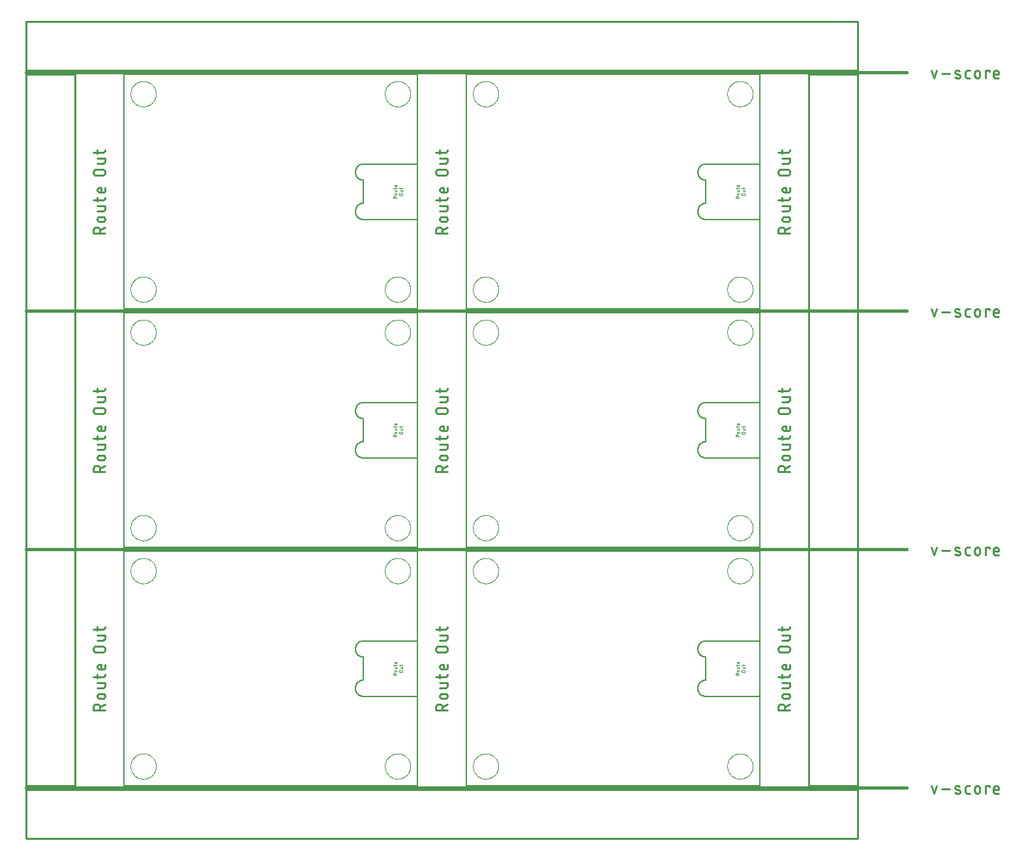
<source format=gko>
G04 EAGLE Gerber RS-274X export*
G75*
%MOMM*%
%FSLAX34Y34*%
%LPD*%
%IN*%
%IPPOS*%
%AMOC8*
5,1,8,0,0,1.08239X$1,22.5*%
G01*
%ADD10C,0.203200*%
%ADD11C,0.279400*%
%ADD12C,0.381000*%
%ADD13C,0.254000*%
%ADD14C,0.000000*%
%ADD15C,0.152400*%
%ADD16C,0.076200*%


D10*
X381000Y0D02*
X0Y0D01*
X0Y304800D01*
X381000Y304800D01*
X381000Y0D01*
D11*
X-24257Y97904D02*
X-39243Y97904D01*
X-39243Y102067D01*
X-39241Y102195D01*
X-39235Y102323D01*
X-39225Y102451D01*
X-39211Y102579D01*
X-39194Y102706D01*
X-39172Y102832D01*
X-39147Y102958D01*
X-39117Y103082D01*
X-39084Y103206D01*
X-39047Y103329D01*
X-39006Y103451D01*
X-38962Y103571D01*
X-38914Y103690D01*
X-38862Y103807D01*
X-38807Y103923D01*
X-38748Y104036D01*
X-38685Y104149D01*
X-38619Y104259D01*
X-38550Y104366D01*
X-38478Y104472D01*
X-38402Y104576D01*
X-38323Y104677D01*
X-38241Y104776D01*
X-38156Y104872D01*
X-38069Y104965D01*
X-37978Y105056D01*
X-37885Y105143D01*
X-37789Y105228D01*
X-37690Y105310D01*
X-37589Y105389D01*
X-37485Y105465D01*
X-37379Y105537D01*
X-37272Y105606D01*
X-37161Y105672D01*
X-37049Y105735D01*
X-36936Y105794D01*
X-36820Y105849D01*
X-36703Y105901D01*
X-36584Y105949D01*
X-36464Y105993D01*
X-36342Y106034D01*
X-36219Y106071D01*
X-36095Y106104D01*
X-35971Y106134D01*
X-35845Y106159D01*
X-35719Y106181D01*
X-35592Y106198D01*
X-35464Y106212D01*
X-35336Y106222D01*
X-35208Y106228D01*
X-35080Y106230D01*
X-34952Y106228D01*
X-34824Y106222D01*
X-34696Y106212D01*
X-34568Y106198D01*
X-34441Y106181D01*
X-34315Y106159D01*
X-34189Y106134D01*
X-34065Y106104D01*
X-33941Y106071D01*
X-33818Y106034D01*
X-33696Y105993D01*
X-33576Y105949D01*
X-33457Y105901D01*
X-33340Y105849D01*
X-33224Y105794D01*
X-33111Y105735D01*
X-32999Y105672D01*
X-32888Y105606D01*
X-32781Y105537D01*
X-32675Y105465D01*
X-32571Y105389D01*
X-32470Y105310D01*
X-32371Y105228D01*
X-32275Y105143D01*
X-32182Y105056D01*
X-32091Y104965D01*
X-32004Y104872D01*
X-31919Y104776D01*
X-31837Y104677D01*
X-31758Y104576D01*
X-31682Y104472D01*
X-31610Y104366D01*
X-31541Y104259D01*
X-31475Y104149D01*
X-31412Y104036D01*
X-31353Y103923D01*
X-31298Y103807D01*
X-31246Y103690D01*
X-31198Y103571D01*
X-31154Y103451D01*
X-31113Y103329D01*
X-31076Y103206D01*
X-31043Y103082D01*
X-31013Y102958D01*
X-30988Y102832D01*
X-30966Y102706D01*
X-30949Y102579D01*
X-30935Y102451D01*
X-30925Y102323D01*
X-30919Y102195D01*
X-30917Y102067D01*
X-30917Y97904D01*
X-30917Y102899D02*
X-24257Y106229D01*
X-27587Y113188D02*
X-30917Y113188D01*
X-31031Y113190D01*
X-31144Y113196D01*
X-31258Y113205D01*
X-31370Y113219D01*
X-31483Y113236D01*
X-31595Y113258D01*
X-31705Y113283D01*
X-31815Y113311D01*
X-31924Y113344D01*
X-32032Y113380D01*
X-32139Y113420D01*
X-32244Y113464D01*
X-32347Y113511D01*
X-32449Y113561D01*
X-32549Y113615D01*
X-32647Y113673D01*
X-32743Y113734D01*
X-32837Y113797D01*
X-32929Y113865D01*
X-33019Y113935D01*
X-33105Y114008D01*
X-33190Y114084D01*
X-33272Y114163D01*
X-33351Y114245D01*
X-33427Y114330D01*
X-33500Y114416D01*
X-33570Y114506D01*
X-33638Y114598D01*
X-33701Y114692D01*
X-33762Y114788D01*
X-33820Y114886D01*
X-33874Y114986D01*
X-33924Y115088D01*
X-33971Y115191D01*
X-34015Y115296D01*
X-34055Y115403D01*
X-34091Y115511D01*
X-34124Y115620D01*
X-34152Y115730D01*
X-34177Y115840D01*
X-34199Y115952D01*
X-34216Y116065D01*
X-34230Y116177D01*
X-34239Y116291D01*
X-34245Y116404D01*
X-34247Y116518D01*
X-34245Y116632D01*
X-34239Y116745D01*
X-34230Y116859D01*
X-34216Y116971D01*
X-34199Y117084D01*
X-34177Y117196D01*
X-34152Y117306D01*
X-34124Y117416D01*
X-34091Y117525D01*
X-34055Y117633D01*
X-34015Y117740D01*
X-33971Y117845D01*
X-33924Y117948D01*
X-33874Y118050D01*
X-33820Y118150D01*
X-33762Y118248D01*
X-33701Y118344D01*
X-33638Y118438D01*
X-33570Y118530D01*
X-33500Y118620D01*
X-33427Y118706D01*
X-33351Y118791D01*
X-33272Y118873D01*
X-33190Y118952D01*
X-33105Y119028D01*
X-33019Y119101D01*
X-32929Y119171D01*
X-32837Y119239D01*
X-32743Y119302D01*
X-32647Y119363D01*
X-32549Y119421D01*
X-32449Y119475D01*
X-32347Y119525D01*
X-32244Y119572D01*
X-32139Y119616D01*
X-32032Y119656D01*
X-31924Y119692D01*
X-31815Y119725D01*
X-31705Y119753D01*
X-31595Y119778D01*
X-31483Y119800D01*
X-31370Y119817D01*
X-31258Y119831D01*
X-31144Y119840D01*
X-31031Y119846D01*
X-30917Y119848D01*
X-27587Y119848D01*
X-27473Y119846D01*
X-27360Y119840D01*
X-27246Y119831D01*
X-27134Y119817D01*
X-27021Y119800D01*
X-26909Y119778D01*
X-26799Y119753D01*
X-26689Y119725D01*
X-26580Y119692D01*
X-26472Y119656D01*
X-26365Y119616D01*
X-26260Y119572D01*
X-26157Y119525D01*
X-26055Y119475D01*
X-25955Y119421D01*
X-25857Y119363D01*
X-25761Y119302D01*
X-25667Y119239D01*
X-25575Y119171D01*
X-25485Y119101D01*
X-25399Y119028D01*
X-25314Y118952D01*
X-25232Y118873D01*
X-25153Y118791D01*
X-25077Y118706D01*
X-25004Y118620D01*
X-24934Y118530D01*
X-24866Y118438D01*
X-24803Y118344D01*
X-24742Y118248D01*
X-24684Y118150D01*
X-24630Y118050D01*
X-24580Y117948D01*
X-24533Y117845D01*
X-24489Y117740D01*
X-24449Y117633D01*
X-24413Y117525D01*
X-24380Y117416D01*
X-24352Y117306D01*
X-24327Y117196D01*
X-24305Y117084D01*
X-24288Y116971D01*
X-24274Y116859D01*
X-24265Y116745D01*
X-24259Y116632D01*
X-24257Y116518D01*
X-24259Y116404D01*
X-24265Y116291D01*
X-24274Y116177D01*
X-24288Y116065D01*
X-24305Y115952D01*
X-24327Y115840D01*
X-24352Y115730D01*
X-24380Y115620D01*
X-24413Y115511D01*
X-24449Y115403D01*
X-24489Y115296D01*
X-24533Y115191D01*
X-24580Y115088D01*
X-24630Y114986D01*
X-24684Y114886D01*
X-24742Y114788D01*
X-24803Y114692D01*
X-24866Y114598D01*
X-24934Y114506D01*
X-25004Y114416D01*
X-25077Y114330D01*
X-25153Y114245D01*
X-25232Y114163D01*
X-25314Y114084D01*
X-25399Y114008D01*
X-25485Y113935D01*
X-25575Y113865D01*
X-25667Y113797D01*
X-25761Y113734D01*
X-25857Y113673D01*
X-25955Y113615D01*
X-26055Y113561D01*
X-26157Y113511D01*
X-26260Y113464D01*
X-26365Y113420D01*
X-26472Y113380D01*
X-26580Y113344D01*
X-26689Y113311D01*
X-26799Y113283D01*
X-26909Y113258D01*
X-27021Y113236D01*
X-27134Y113219D01*
X-27246Y113205D01*
X-27360Y113196D01*
X-27473Y113190D01*
X-27587Y113188D01*
X-26755Y127256D02*
X-34248Y127256D01*
X-26755Y127255D02*
X-26657Y127257D01*
X-26559Y127263D01*
X-26461Y127272D01*
X-26364Y127286D01*
X-26268Y127303D01*
X-26172Y127324D01*
X-26077Y127349D01*
X-25983Y127377D01*
X-25890Y127409D01*
X-25799Y127445D01*
X-25709Y127484D01*
X-25621Y127527D01*
X-25534Y127574D01*
X-25450Y127623D01*
X-25367Y127676D01*
X-25287Y127732D01*
X-25209Y127791D01*
X-25133Y127854D01*
X-25059Y127919D01*
X-24989Y127987D01*
X-24921Y128057D01*
X-24856Y128131D01*
X-24793Y128207D01*
X-24734Y128285D01*
X-24678Y128365D01*
X-24625Y128448D01*
X-24576Y128532D01*
X-24529Y128619D01*
X-24486Y128707D01*
X-24447Y128797D01*
X-24411Y128888D01*
X-24379Y128981D01*
X-24351Y129075D01*
X-24326Y129170D01*
X-24305Y129266D01*
X-24288Y129362D01*
X-24274Y129459D01*
X-24265Y129557D01*
X-24259Y129655D01*
X-24257Y129753D01*
X-24257Y133916D01*
X-34248Y133916D01*
X-34248Y139897D02*
X-34248Y144892D01*
X-39243Y141562D02*
X-26755Y141562D01*
X-26657Y141564D01*
X-26559Y141570D01*
X-26461Y141579D01*
X-26364Y141593D01*
X-26268Y141610D01*
X-26172Y141631D01*
X-26077Y141656D01*
X-25983Y141684D01*
X-25890Y141716D01*
X-25799Y141752D01*
X-25709Y141791D01*
X-25621Y141834D01*
X-25534Y141881D01*
X-25450Y141930D01*
X-25367Y141983D01*
X-25287Y142039D01*
X-25209Y142098D01*
X-25133Y142161D01*
X-25059Y142226D01*
X-24989Y142294D01*
X-24921Y142364D01*
X-24856Y142438D01*
X-24793Y142514D01*
X-24734Y142592D01*
X-24678Y142672D01*
X-24625Y142755D01*
X-24576Y142839D01*
X-24529Y142926D01*
X-24486Y143014D01*
X-24447Y143104D01*
X-24411Y143195D01*
X-24379Y143288D01*
X-24351Y143382D01*
X-24326Y143477D01*
X-24305Y143573D01*
X-24288Y143669D01*
X-24274Y143766D01*
X-24265Y143864D01*
X-24259Y143962D01*
X-24257Y144060D01*
X-24257Y144892D01*
X-24257Y153721D02*
X-24257Y157884D01*
X-24257Y153721D02*
X-24259Y153623D01*
X-24265Y153525D01*
X-24274Y153427D01*
X-24288Y153330D01*
X-24305Y153234D01*
X-24326Y153138D01*
X-24351Y153043D01*
X-24379Y152949D01*
X-24411Y152856D01*
X-24447Y152765D01*
X-24486Y152675D01*
X-24529Y152587D01*
X-24576Y152500D01*
X-24625Y152416D01*
X-24678Y152333D01*
X-24734Y152253D01*
X-24793Y152175D01*
X-24856Y152099D01*
X-24921Y152025D01*
X-24989Y151955D01*
X-25059Y151887D01*
X-25133Y151822D01*
X-25209Y151759D01*
X-25287Y151700D01*
X-25367Y151644D01*
X-25450Y151591D01*
X-25534Y151542D01*
X-25621Y151495D01*
X-25709Y151452D01*
X-25799Y151413D01*
X-25890Y151377D01*
X-25983Y151345D01*
X-26077Y151317D01*
X-26172Y151292D01*
X-26268Y151271D01*
X-26364Y151254D01*
X-26461Y151240D01*
X-26559Y151231D01*
X-26657Y151225D01*
X-26755Y151223D01*
X-26755Y151224D02*
X-30917Y151224D01*
X-31031Y151226D01*
X-31144Y151232D01*
X-31258Y151241D01*
X-31370Y151255D01*
X-31483Y151272D01*
X-31595Y151294D01*
X-31705Y151319D01*
X-31815Y151347D01*
X-31924Y151380D01*
X-32032Y151416D01*
X-32139Y151456D01*
X-32244Y151500D01*
X-32347Y151547D01*
X-32449Y151597D01*
X-32549Y151651D01*
X-32647Y151709D01*
X-32743Y151770D01*
X-32837Y151833D01*
X-32929Y151901D01*
X-33019Y151971D01*
X-33105Y152044D01*
X-33190Y152120D01*
X-33272Y152199D01*
X-33351Y152281D01*
X-33427Y152366D01*
X-33500Y152452D01*
X-33570Y152542D01*
X-33638Y152634D01*
X-33701Y152728D01*
X-33762Y152824D01*
X-33820Y152922D01*
X-33874Y153022D01*
X-33924Y153124D01*
X-33971Y153227D01*
X-34015Y153332D01*
X-34055Y153439D01*
X-34091Y153547D01*
X-34124Y153656D01*
X-34152Y153766D01*
X-34177Y153876D01*
X-34199Y153988D01*
X-34216Y154101D01*
X-34230Y154213D01*
X-34239Y154327D01*
X-34245Y154440D01*
X-34247Y154554D01*
X-34245Y154668D01*
X-34239Y154781D01*
X-34230Y154895D01*
X-34216Y155007D01*
X-34199Y155120D01*
X-34177Y155232D01*
X-34152Y155342D01*
X-34124Y155452D01*
X-34091Y155561D01*
X-34055Y155669D01*
X-34015Y155776D01*
X-33971Y155881D01*
X-33924Y155984D01*
X-33874Y156086D01*
X-33820Y156186D01*
X-33762Y156284D01*
X-33701Y156380D01*
X-33638Y156474D01*
X-33570Y156566D01*
X-33500Y156656D01*
X-33427Y156742D01*
X-33351Y156827D01*
X-33272Y156909D01*
X-33190Y156988D01*
X-33105Y157064D01*
X-33019Y157137D01*
X-32929Y157207D01*
X-32837Y157275D01*
X-32743Y157338D01*
X-32647Y157399D01*
X-32549Y157457D01*
X-32449Y157511D01*
X-32347Y157561D01*
X-32244Y157608D01*
X-32139Y157652D01*
X-32032Y157692D01*
X-31924Y157728D01*
X-31815Y157761D01*
X-31705Y157789D01*
X-31595Y157814D01*
X-31483Y157836D01*
X-31370Y157853D01*
X-31258Y157867D01*
X-31144Y157876D01*
X-31031Y157882D01*
X-30917Y157884D01*
X-29252Y157884D01*
X-29252Y151224D01*
X-28420Y173317D02*
X-35080Y173317D01*
X-35208Y173319D01*
X-35336Y173325D01*
X-35464Y173335D01*
X-35592Y173349D01*
X-35719Y173366D01*
X-35845Y173388D01*
X-35971Y173413D01*
X-36095Y173443D01*
X-36219Y173476D01*
X-36342Y173513D01*
X-36464Y173554D01*
X-36584Y173598D01*
X-36703Y173646D01*
X-36820Y173698D01*
X-36936Y173753D01*
X-37049Y173812D01*
X-37162Y173875D01*
X-37272Y173941D01*
X-37379Y174010D01*
X-37485Y174082D01*
X-37589Y174158D01*
X-37690Y174237D01*
X-37789Y174319D01*
X-37885Y174404D01*
X-37978Y174491D01*
X-38069Y174582D01*
X-38156Y174675D01*
X-38241Y174771D01*
X-38323Y174870D01*
X-38402Y174971D01*
X-38478Y175075D01*
X-38550Y175181D01*
X-38619Y175288D01*
X-38685Y175399D01*
X-38748Y175511D01*
X-38807Y175624D01*
X-38862Y175740D01*
X-38914Y175857D01*
X-38962Y175976D01*
X-39006Y176096D01*
X-39047Y176218D01*
X-39084Y176341D01*
X-39117Y176465D01*
X-39147Y176589D01*
X-39172Y176715D01*
X-39194Y176841D01*
X-39211Y176968D01*
X-39225Y177096D01*
X-39235Y177224D01*
X-39241Y177352D01*
X-39243Y177480D01*
X-39241Y177608D01*
X-39235Y177736D01*
X-39225Y177864D01*
X-39211Y177992D01*
X-39194Y178119D01*
X-39172Y178245D01*
X-39147Y178371D01*
X-39117Y178495D01*
X-39084Y178619D01*
X-39047Y178742D01*
X-39006Y178864D01*
X-38962Y178984D01*
X-38914Y179103D01*
X-38862Y179220D01*
X-38807Y179336D01*
X-38748Y179449D01*
X-38685Y179562D01*
X-38619Y179672D01*
X-38550Y179779D01*
X-38478Y179885D01*
X-38402Y179989D01*
X-38323Y180090D01*
X-38241Y180189D01*
X-38156Y180285D01*
X-38069Y180378D01*
X-37978Y180469D01*
X-37885Y180556D01*
X-37789Y180641D01*
X-37690Y180723D01*
X-37589Y180802D01*
X-37485Y180878D01*
X-37379Y180950D01*
X-37272Y181019D01*
X-37161Y181085D01*
X-37049Y181148D01*
X-36936Y181207D01*
X-36820Y181262D01*
X-36703Y181314D01*
X-36584Y181362D01*
X-36464Y181406D01*
X-36342Y181447D01*
X-36219Y181484D01*
X-36095Y181517D01*
X-35971Y181547D01*
X-35845Y181572D01*
X-35719Y181594D01*
X-35592Y181611D01*
X-35464Y181625D01*
X-35336Y181635D01*
X-35208Y181641D01*
X-35080Y181643D01*
X-35080Y181642D02*
X-28420Y181642D01*
X-28420Y181643D02*
X-28292Y181641D01*
X-28164Y181635D01*
X-28036Y181625D01*
X-27908Y181611D01*
X-27781Y181594D01*
X-27655Y181572D01*
X-27529Y181547D01*
X-27405Y181517D01*
X-27281Y181484D01*
X-27158Y181447D01*
X-27036Y181406D01*
X-26916Y181362D01*
X-26797Y181314D01*
X-26680Y181262D01*
X-26564Y181207D01*
X-26451Y181148D01*
X-26338Y181085D01*
X-26228Y181019D01*
X-26121Y180950D01*
X-26015Y180878D01*
X-25911Y180802D01*
X-25810Y180723D01*
X-25711Y180641D01*
X-25615Y180556D01*
X-25522Y180469D01*
X-25431Y180378D01*
X-25344Y180285D01*
X-25259Y180189D01*
X-25177Y180090D01*
X-25098Y179989D01*
X-25022Y179885D01*
X-24950Y179779D01*
X-24881Y179672D01*
X-24815Y179561D01*
X-24752Y179449D01*
X-24693Y179336D01*
X-24638Y179220D01*
X-24586Y179103D01*
X-24538Y178984D01*
X-24494Y178864D01*
X-24453Y178742D01*
X-24416Y178619D01*
X-24383Y178495D01*
X-24353Y178371D01*
X-24328Y178245D01*
X-24306Y178119D01*
X-24289Y177992D01*
X-24275Y177864D01*
X-24265Y177736D01*
X-24259Y177608D01*
X-24257Y177480D01*
X-24259Y177352D01*
X-24265Y177224D01*
X-24275Y177096D01*
X-24289Y176968D01*
X-24306Y176841D01*
X-24328Y176715D01*
X-24353Y176589D01*
X-24383Y176465D01*
X-24416Y176341D01*
X-24453Y176218D01*
X-24494Y176096D01*
X-24538Y175976D01*
X-24586Y175857D01*
X-24638Y175740D01*
X-24693Y175624D01*
X-24752Y175511D01*
X-24815Y175399D01*
X-24881Y175288D01*
X-24950Y175181D01*
X-25022Y175075D01*
X-25098Y174971D01*
X-25177Y174870D01*
X-25259Y174771D01*
X-25344Y174675D01*
X-25431Y174582D01*
X-25522Y174491D01*
X-25615Y174404D01*
X-25711Y174319D01*
X-25810Y174237D01*
X-25911Y174158D01*
X-26015Y174082D01*
X-26121Y174010D01*
X-26228Y173941D01*
X-26339Y173875D01*
X-26451Y173812D01*
X-26564Y173753D01*
X-26680Y173698D01*
X-26797Y173646D01*
X-26916Y173598D01*
X-27036Y173554D01*
X-27158Y173513D01*
X-27281Y173476D01*
X-27405Y173443D01*
X-27529Y173413D01*
X-27655Y173388D01*
X-27781Y173366D01*
X-27908Y173349D01*
X-28036Y173335D01*
X-28164Y173325D01*
X-28292Y173319D01*
X-28420Y173317D01*
X-26755Y189259D02*
X-34248Y189259D01*
X-26755Y189259D02*
X-26657Y189261D01*
X-26559Y189267D01*
X-26461Y189276D01*
X-26364Y189290D01*
X-26268Y189307D01*
X-26172Y189328D01*
X-26077Y189353D01*
X-25983Y189381D01*
X-25890Y189413D01*
X-25799Y189449D01*
X-25709Y189488D01*
X-25621Y189531D01*
X-25534Y189578D01*
X-25450Y189627D01*
X-25367Y189680D01*
X-25287Y189736D01*
X-25209Y189795D01*
X-25133Y189858D01*
X-25059Y189923D01*
X-24989Y189991D01*
X-24921Y190061D01*
X-24856Y190135D01*
X-24793Y190211D01*
X-24734Y190289D01*
X-24678Y190369D01*
X-24625Y190452D01*
X-24576Y190536D01*
X-24529Y190623D01*
X-24486Y190711D01*
X-24447Y190801D01*
X-24411Y190892D01*
X-24379Y190985D01*
X-24351Y191079D01*
X-24326Y191174D01*
X-24305Y191270D01*
X-24288Y191366D01*
X-24274Y191463D01*
X-24265Y191561D01*
X-24259Y191659D01*
X-24257Y191757D01*
X-24257Y195920D01*
X-34248Y195920D01*
X-34248Y201901D02*
X-34248Y206896D01*
X-39243Y203566D02*
X-26755Y203566D01*
X-26657Y203568D01*
X-26559Y203574D01*
X-26461Y203583D01*
X-26364Y203597D01*
X-26268Y203614D01*
X-26172Y203635D01*
X-26077Y203660D01*
X-25983Y203688D01*
X-25890Y203720D01*
X-25799Y203756D01*
X-25709Y203795D01*
X-25621Y203838D01*
X-25534Y203885D01*
X-25450Y203934D01*
X-25367Y203987D01*
X-25287Y204043D01*
X-25209Y204102D01*
X-25133Y204165D01*
X-25059Y204230D01*
X-24989Y204298D01*
X-24921Y204368D01*
X-24856Y204442D01*
X-24793Y204518D01*
X-24734Y204596D01*
X-24678Y204676D01*
X-24625Y204759D01*
X-24576Y204843D01*
X-24529Y204930D01*
X-24486Y205018D01*
X-24447Y205108D01*
X-24411Y205199D01*
X-24379Y205292D01*
X-24351Y205386D01*
X-24326Y205481D01*
X-24305Y205577D01*
X-24288Y205673D01*
X-24274Y205770D01*
X-24265Y205868D01*
X-24259Y205966D01*
X-24257Y206064D01*
X-24257Y206896D01*
D10*
X444500Y0D02*
X825500Y0D01*
X444500Y0D02*
X444500Y304800D01*
X825500Y304800D01*
X825500Y0D01*
D11*
X420243Y97904D02*
X405257Y97904D01*
X405257Y102067D01*
X405259Y102195D01*
X405265Y102323D01*
X405275Y102451D01*
X405289Y102579D01*
X405306Y102706D01*
X405328Y102832D01*
X405353Y102958D01*
X405383Y103082D01*
X405416Y103206D01*
X405453Y103329D01*
X405494Y103451D01*
X405538Y103571D01*
X405586Y103690D01*
X405638Y103807D01*
X405693Y103923D01*
X405752Y104036D01*
X405815Y104149D01*
X405881Y104259D01*
X405950Y104366D01*
X406022Y104472D01*
X406098Y104576D01*
X406177Y104677D01*
X406259Y104776D01*
X406344Y104872D01*
X406431Y104965D01*
X406522Y105056D01*
X406615Y105143D01*
X406711Y105228D01*
X406810Y105310D01*
X406911Y105389D01*
X407015Y105465D01*
X407121Y105537D01*
X407228Y105606D01*
X407339Y105672D01*
X407451Y105735D01*
X407564Y105794D01*
X407680Y105849D01*
X407797Y105901D01*
X407916Y105949D01*
X408036Y105993D01*
X408158Y106034D01*
X408281Y106071D01*
X408405Y106104D01*
X408529Y106134D01*
X408655Y106159D01*
X408781Y106181D01*
X408908Y106198D01*
X409036Y106212D01*
X409164Y106222D01*
X409292Y106228D01*
X409420Y106230D01*
X409548Y106228D01*
X409676Y106222D01*
X409804Y106212D01*
X409932Y106198D01*
X410059Y106181D01*
X410185Y106159D01*
X410311Y106134D01*
X410435Y106104D01*
X410559Y106071D01*
X410682Y106034D01*
X410804Y105993D01*
X410924Y105949D01*
X411043Y105901D01*
X411160Y105849D01*
X411276Y105794D01*
X411389Y105735D01*
X411502Y105672D01*
X411612Y105606D01*
X411719Y105537D01*
X411825Y105465D01*
X411929Y105389D01*
X412030Y105310D01*
X412129Y105228D01*
X412225Y105143D01*
X412318Y105056D01*
X412409Y104965D01*
X412496Y104872D01*
X412581Y104776D01*
X412663Y104677D01*
X412742Y104576D01*
X412818Y104472D01*
X412890Y104366D01*
X412959Y104259D01*
X413025Y104149D01*
X413088Y104036D01*
X413147Y103923D01*
X413202Y103807D01*
X413254Y103690D01*
X413302Y103571D01*
X413346Y103451D01*
X413387Y103329D01*
X413424Y103206D01*
X413457Y103082D01*
X413487Y102958D01*
X413512Y102832D01*
X413534Y102706D01*
X413551Y102579D01*
X413565Y102451D01*
X413575Y102323D01*
X413581Y102195D01*
X413583Y102067D01*
X413583Y97904D01*
X413583Y102899D02*
X420243Y106229D01*
X416913Y113188D02*
X413583Y113188D01*
X413469Y113190D01*
X413356Y113196D01*
X413242Y113205D01*
X413130Y113219D01*
X413017Y113236D01*
X412905Y113258D01*
X412795Y113283D01*
X412685Y113311D01*
X412576Y113344D01*
X412468Y113380D01*
X412361Y113420D01*
X412256Y113464D01*
X412153Y113511D01*
X412051Y113561D01*
X411951Y113615D01*
X411853Y113673D01*
X411757Y113734D01*
X411663Y113797D01*
X411571Y113865D01*
X411481Y113935D01*
X411395Y114008D01*
X411310Y114084D01*
X411228Y114163D01*
X411149Y114245D01*
X411073Y114330D01*
X411000Y114416D01*
X410930Y114506D01*
X410862Y114598D01*
X410799Y114692D01*
X410738Y114788D01*
X410680Y114886D01*
X410626Y114986D01*
X410576Y115088D01*
X410529Y115191D01*
X410485Y115296D01*
X410445Y115403D01*
X410409Y115511D01*
X410376Y115620D01*
X410348Y115730D01*
X410323Y115840D01*
X410301Y115952D01*
X410284Y116065D01*
X410270Y116177D01*
X410261Y116291D01*
X410255Y116404D01*
X410253Y116518D01*
X410255Y116632D01*
X410261Y116745D01*
X410270Y116859D01*
X410284Y116971D01*
X410301Y117084D01*
X410323Y117196D01*
X410348Y117306D01*
X410376Y117416D01*
X410409Y117525D01*
X410445Y117633D01*
X410485Y117740D01*
X410529Y117845D01*
X410576Y117948D01*
X410626Y118050D01*
X410680Y118150D01*
X410738Y118248D01*
X410799Y118344D01*
X410862Y118438D01*
X410930Y118530D01*
X411000Y118620D01*
X411073Y118706D01*
X411149Y118791D01*
X411228Y118873D01*
X411310Y118952D01*
X411395Y119028D01*
X411481Y119101D01*
X411571Y119171D01*
X411663Y119239D01*
X411757Y119302D01*
X411853Y119363D01*
X411951Y119421D01*
X412051Y119475D01*
X412153Y119525D01*
X412256Y119572D01*
X412361Y119616D01*
X412468Y119656D01*
X412576Y119692D01*
X412685Y119725D01*
X412795Y119753D01*
X412905Y119778D01*
X413017Y119800D01*
X413130Y119817D01*
X413242Y119831D01*
X413356Y119840D01*
X413469Y119846D01*
X413583Y119848D01*
X416913Y119848D01*
X417027Y119846D01*
X417140Y119840D01*
X417254Y119831D01*
X417366Y119817D01*
X417479Y119800D01*
X417591Y119778D01*
X417701Y119753D01*
X417811Y119725D01*
X417920Y119692D01*
X418028Y119656D01*
X418135Y119616D01*
X418240Y119572D01*
X418343Y119525D01*
X418445Y119475D01*
X418545Y119421D01*
X418643Y119363D01*
X418739Y119302D01*
X418833Y119239D01*
X418925Y119171D01*
X419015Y119101D01*
X419101Y119028D01*
X419186Y118952D01*
X419268Y118873D01*
X419347Y118791D01*
X419423Y118706D01*
X419496Y118620D01*
X419566Y118530D01*
X419634Y118438D01*
X419697Y118344D01*
X419758Y118248D01*
X419816Y118150D01*
X419870Y118050D01*
X419920Y117948D01*
X419967Y117845D01*
X420011Y117740D01*
X420051Y117633D01*
X420087Y117525D01*
X420120Y117416D01*
X420148Y117306D01*
X420173Y117196D01*
X420195Y117084D01*
X420212Y116971D01*
X420226Y116859D01*
X420235Y116745D01*
X420241Y116632D01*
X420243Y116518D01*
X420241Y116404D01*
X420235Y116291D01*
X420226Y116177D01*
X420212Y116065D01*
X420195Y115952D01*
X420173Y115840D01*
X420148Y115730D01*
X420120Y115620D01*
X420087Y115511D01*
X420051Y115403D01*
X420011Y115296D01*
X419967Y115191D01*
X419920Y115088D01*
X419870Y114986D01*
X419816Y114886D01*
X419758Y114788D01*
X419697Y114692D01*
X419634Y114598D01*
X419566Y114506D01*
X419496Y114416D01*
X419423Y114330D01*
X419347Y114245D01*
X419268Y114163D01*
X419186Y114084D01*
X419101Y114008D01*
X419015Y113935D01*
X418925Y113865D01*
X418833Y113797D01*
X418739Y113734D01*
X418643Y113673D01*
X418545Y113615D01*
X418445Y113561D01*
X418343Y113511D01*
X418240Y113464D01*
X418135Y113420D01*
X418028Y113380D01*
X417920Y113344D01*
X417811Y113311D01*
X417701Y113283D01*
X417591Y113258D01*
X417479Y113236D01*
X417366Y113219D01*
X417254Y113205D01*
X417140Y113196D01*
X417027Y113190D01*
X416913Y113188D01*
X417745Y127256D02*
X410252Y127256D01*
X417745Y127255D02*
X417843Y127257D01*
X417941Y127263D01*
X418039Y127272D01*
X418136Y127286D01*
X418232Y127303D01*
X418328Y127324D01*
X418423Y127349D01*
X418517Y127377D01*
X418610Y127409D01*
X418701Y127445D01*
X418791Y127484D01*
X418879Y127527D01*
X418966Y127574D01*
X419050Y127623D01*
X419133Y127676D01*
X419213Y127732D01*
X419292Y127791D01*
X419367Y127854D01*
X419441Y127919D01*
X419511Y127987D01*
X419579Y128057D01*
X419645Y128131D01*
X419707Y128207D01*
X419766Y128285D01*
X419822Y128365D01*
X419875Y128448D01*
X419925Y128532D01*
X419971Y128619D01*
X420014Y128707D01*
X420053Y128797D01*
X420089Y128888D01*
X420121Y128981D01*
X420149Y129075D01*
X420174Y129170D01*
X420195Y129266D01*
X420212Y129362D01*
X420226Y129459D01*
X420235Y129557D01*
X420241Y129655D01*
X420243Y129753D01*
X420243Y133916D01*
X410252Y133916D01*
X410252Y139897D02*
X410252Y144892D01*
X405257Y141562D02*
X417745Y141562D01*
X417843Y141564D01*
X417941Y141570D01*
X418039Y141579D01*
X418136Y141593D01*
X418232Y141610D01*
X418328Y141631D01*
X418423Y141656D01*
X418517Y141684D01*
X418610Y141716D01*
X418701Y141752D01*
X418791Y141791D01*
X418879Y141834D01*
X418966Y141881D01*
X419050Y141930D01*
X419133Y141983D01*
X419213Y142039D01*
X419292Y142098D01*
X419367Y142161D01*
X419441Y142226D01*
X419511Y142294D01*
X419579Y142364D01*
X419645Y142438D01*
X419707Y142514D01*
X419766Y142592D01*
X419822Y142672D01*
X419875Y142755D01*
X419925Y142839D01*
X419971Y142926D01*
X420014Y143014D01*
X420053Y143104D01*
X420089Y143195D01*
X420121Y143288D01*
X420149Y143382D01*
X420174Y143477D01*
X420195Y143573D01*
X420212Y143669D01*
X420226Y143766D01*
X420235Y143864D01*
X420241Y143962D01*
X420243Y144060D01*
X420243Y144892D01*
X420243Y153721D02*
X420243Y157884D01*
X420243Y153721D02*
X420241Y153623D01*
X420235Y153525D01*
X420226Y153427D01*
X420212Y153330D01*
X420195Y153234D01*
X420174Y153138D01*
X420149Y153043D01*
X420121Y152949D01*
X420089Y152856D01*
X420053Y152765D01*
X420014Y152675D01*
X419971Y152587D01*
X419924Y152500D01*
X419875Y152416D01*
X419822Y152333D01*
X419766Y152253D01*
X419707Y152175D01*
X419645Y152099D01*
X419579Y152025D01*
X419511Y151955D01*
X419441Y151887D01*
X419367Y151822D01*
X419292Y151759D01*
X419213Y151700D01*
X419133Y151644D01*
X419050Y151591D01*
X418966Y151542D01*
X418879Y151495D01*
X418791Y151452D01*
X418701Y151413D01*
X418610Y151377D01*
X418517Y151345D01*
X418423Y151317D01*
X418328Y151292D01*
X418232Y151271D01*
X418136Y151254D01*
X418039Y151240D01*
X417941Y151231D01*
X417843Y151225D01*
X417745Y151223D01*
X417745Y151224D02*
X413583Y151224D01*
X413469Y151226D01*
X413356Y151232D01*
X413242Y151241D01*
X413130Y151255D01*
X413017Y151272D01*
X412905Y151294D01*
X412795Y151319D01*
X412685Y151347D01*
X412576Y151380D01*
X412468Y151416D01*
X412361Y151456D01*
X412256Y151500D01*
X412153Y151547D01*
X412051Y151597D01*
X411951Y151651D01*
X411853Y151709D01*
X411757Y151770D01*
X411663Y151833D01*
X411571Y151901D01*
X411481Y151971D01*
X411395Y152044D01*
X411310Y152120D01*
X411228Y152199D01*
X411149Y152281D01*
X411073Y152366D01*
X411000Y152452D01*
X410930Y152542D01*
X410862Y152634D01*
X410799Y152728D01*
X410738Y152824D01*
X410680Y152922D01*
X410626Y153022D01*
X410576Y153124D01*
X410529Y153227D01*
X410485Y153332D01*
X410445Y153439D01*
X410409Y153547D01*
X410376Y153656D01*
X410348Y153766D01*
X410323Y153876D01*
X410301Y153988D01*
X410284Y154101D01*
X410270Y154213D01*
X410261Y154327D01*
X410255Y154440D01*
X410253Y154554D01*
X410255Y154668D01*
X410261Y154781D01*
X410270Y154895D01*
X410284Y155007D01*
X410301Y155120D01*
X410323Y155232D01*
X410348Y155342D01*
X410376Y155452D01*
X410409Y155561D01*
X410445Y155669D01*
X410485Y155776D01*
X410529Y155881D01*
X410576Y155984D01*
X410626Y156086D01*
X410680Y156186D01*
X410738Y156284D01*
X410799Y156380D01*
X410862Y156474D01*
X410930Y156566D01*
X411000Y156656D01*
X411073Y156742D01*
X411149Y156827D01*
X411228Y156909D01*
X411310Y156988D01*
X411395Y157064D01*
X411481Y157137D01*
X411571Y157207D01*
X411663Y157275D01*
X411757Y157338D01*
X411853Y157399D01*
X411951Y157457D01*
X412051Y157511D01*
X412153Y157561D01*
X412256Y157608D01*
X412361Y157652D01*
X412468Y157692D01*
X412576Y157728D01*
X412685Y157761D01*
X412795Y157789D01*
X412905Y157814D01*
X413017Y157836D01*
X413130Y157853D01*
X413242Y157867D01*
X413356Y157876D01*
X413469Y157882D01*
X413583Y157884D01*
X415248Y157884D01*
X415248Y151224D01*
X416080Y173317D02*
X409420Y173317D01*
X409292Y173319D01*
X409164Y173325D01*
X409036Y173335D01*
X408908Y173349D01*
X408781Y173366D01*
X408655Y173388D01*
X408529Y173413D01*
X408405Y173443D01*
X408281Y173476D01*
X408158Y173513D01*
X408036Y173554D01*
X407916Y173598D01*
X407797Y173646D01*
X407680Y173698D01*
X407564Y173753D01*
X407451Y173812D01*
X407339Y173875D01*
X407228Y173941D01*
X407121Y174010D01*
X407015Y174082D01*
X406911Y174158D01*
X406810Y174237D01*
X406711Y174319D01*
X406615Y174404D01*
X406522Y174491D01*
X406431Y174582D01*
X406344Y174675D01*
X406259Y174771D01*
X406177Y174870D01*
X406098Y174971D01*
X406022Y175075D01*
X405950Y175181D01*
X405881Y175288D01*
X405815Y175399D01*
X405752Y175511D01*
X405693Y175624D01*
X405638Y175740D01*
X405586Y175857D01*
X405538Y175976D01*
X405494Y176096D01*
X405453Y176218D01*
X405416Y176341D01*
X405383Y176465D01*
X405353Y176589D01*
X405328Y176715D01*
X405306Y176841D01*
X405289Y176968D01*
X405275Y177096D01*
X405265Y177224D01*
X405259Y177352D01*
X405257Y177480D01*
X405259Y177608D01*
X405265Y177736D01*
X405275Y177864D01*
X405289Y177992D01*
X405306Y178119D01*
X405328Y178245D01*
X405353Y178371D01*
X405383Y178495D01*
X405416Y178619D01*
X405453Y178742D01*
X405494Y178864D01*
X405538Y178984D01*
X405586Y179103D01*
X405638Y179220D01*
X405693Y179336D01*
X405752Y179449D01*
X405815Y179562D01*
X405881Y179672D01*
X405950Y179779D01*
X406022Y179885D01*
X406098Y179989D01*
X406177Y180090D01*
X406259Y180189D01*
X406344Y180285D01*
X406431Y180378D01*
X406522Y180469D01*
X406615Y180556D01*
X406711Y180641D01*
X406810Y180723D01*
X406911Y180802D01*
X407015Y180878D01*
X407121Y180950D01*
X407228Y181019D01*
X407339Y181085D01*
X407451Y181148D01*
X407564Y181207D01*
X407680Y181262D01*
X407797Y181314D01*
X407916Y181362D01*
X408036Y181406D01*
X408158Y181447D01*
X408281Y181484D01*
X408405Y181517D01*
X408529Y181547D01*
X408655Y181572D01*
X408781Y181594D01*
X408908Y181611D01*
X409036Y181625D01*
X409164Y181635D01*
X409292Y181641D01*
X409420Y181643D01*
X409420Y181642D02*
X416080Y181642D01*
X416080Y181643D02*
X416208Y181641D01*
X416336Y181635D01*
X416464Y181625D01*
X416592Y181611D01*
X416719Y181594D01*
X416845Y181572D01*
X416971Y181547D01*
X417095Y181517D01*
X417219Y181484D01*
X417342Y181447D01*
X417464Y181406D01*
X417584Y181362D01*
X417703Y181314D01*
X417820Y181262D01*
X417936Y181207D01*
X418049Y181148D01*
X418162Y181085D01*
X418272Y181019D01*
X418379Y180950D01*
X418485Y180878D01*
X418589Y180802D01*
X418690Y180723D01*
X418789Y180641D01*
X418885Y180556D01*
X418978Y180469D01*
X419069Y180378D01*
X419156Y180285D01*
X419241Y180189D01*
X419323Y180090D01*
X419402Y179989D01*
X419478Y179885D01*
X419550Y179779D01*
X419619Y179672D01*
X419685Y179561D01*
X419748Y179449D01*
X419807Y179336D01*
X419862Y179220D01*
X419914Y179103D01*
X419962Y178984D01*
X420006Y178864D01*
X420047Y178742D01*
X420084Y178619D01*
X420117Y178495D01*
X420147Y178371D01*
X420172Y178245D01*
X420194Y178119D01*
X420211Y177992D01*
X420225Y177864D01*
X420235Y177736D01*
X420241Y177608D01*
X420243Y177480D01*
X420241Y177352D01*
X420235Y177224D01*
X420225Y177096D01*
X420211Y176968D01*
X420194Y176841D01*
X420172Y176715D01*
X420147Y176589D01*
X420117Y176465D01*
X420084Y176341D01*
X420047Y176218D01*
X420006Y176096D01*
X419962Y175976D01*
X419914Y175857D01*
X419862Y175740D01*
X419807Y175624D01*
X419748Y175511D01*
X419685Y175399D01*
X419619Y175288D01*
X419550Y175181D01*
X419478Y175075D01*
X419402Y174971D01*
X419323Y174870D01*
X419241Y174771D01*
X419156Y174675D01*
X419069Y174582D01*
X418978Y174491D01*
X418885Y174404D01*
X418789Y174319D01*
X418690Y174237D01*
X418589Y174158D01*
X418485Y174082D01*
X418379Y174010D01*
X418272Y173941D01*
X418162Y173875D01*
X418049Y173812D01*
X417936Y173753D01*
X417820Y173698D01*
X417703Y173646D01*
X417584Y173598D01*
X417464Y173554D01*
X417342Y173513D01*
X417219Y173476D01*
X417095Y173443D01*
X416971Y173413D01*
X416845Y173388D01*
X416719Y173366D01*
X416592Y173349D01*
X416464Y173335D01*
X416336Y173325D01*
X416208Y173319D01*
X416080Y173317D01*
X417745Y189259D02*
X410252Y189259D01*
X417745Y189259D02*
X417843Y189261D01*
X417941Y189267D01*
X418039Y189276D01*
X418136Y189290D01*
X418232Y189307D01*
X418328Y189328D01*
X418423Y189353D01*
X418517Y189381D01*
X418610Y189413D01*
X418701Y189449D01*
X418791Y189488D01*
X418879Y189531D01*
X418966Y189578D01*
X419050Y189627D01*
X419133Y189680D01*
X419213Y189736D01*
X419292Y189795D01*
X419367Y189858D01*
X419441Y189923D01*
X419511Y189991D01*
X419579Y190061D01*
X419645Y190135D01*
X419707Y190211D01*
X419766Y190289D01*
X419822Y190369D01*
X419875Y190452D01*
X419925Y190536D01*
X419971Y190623D01*
X420014Y190711D01*
X420053Y190801D01*
X420089Y190892D01*
X420121Y190985D01*
X420149Y191079D01*
X420174Y191174D01*
X420195Y191270D01*
X420212Y191366D01*
X420226Y191463D01*
X420235Y191561D01*
X420241Y191659D01*
X420243Y191757D01*
X420243Y195920D01*
X410252Y195920D01*
X410252Y201901D02*
X410252Y206896D01*
X405257Y203566D02*
X417745Y203566D01*
X417745Y203565D02*
X417843Y203567D01*
X417941Y203573D01*
X418039Y203582D01*
X418136Y203596D01*
X418232Y203613D01*
X418328Y203634D01*
X418423Y203659D01*
X418517Y203687D01*
X418610Y203719D01*
X418701Y203755D01*
X418791Y203794D01*
X418879Y203837D01*
X418966Y203884D01*
X419050Y203933D01*
X419133Y203986D01*
X419213Y204042D01*
X419292Y204101D01*
X419367Y204164D01*
X419441Y204229D01*
X419511Y204297D01*
X419579Y204367D01*
X419645Y204441D01*
X419707Y204517D01*
X419766Y204595D01*
X419822Y204675D01*
X419875Y204758D01*
X419925Y204842D01*
X419971Y204929D01*
X420014Y205017D01*
X420053Y205107D01*
X420089Y205198D01*
X420121Y205291D01*
X420149Y205385D01*
X420174Y205480D01*
X420195Y205576D01*
X420212Y205672D01*
X420226Y205769D01*
X420235Y205867D01*
X420241Y205965D01*
X420243Y206063D01*
X420243Y206064D02*
X420243Y206896D01*
X849757Y97904D02*
X864743Y97904D01*
X849757Y97904D02*
X849757Y102067D01*
X849759Y102195D01*
X849765Y102323D01*
X849775Y102451D01*
X849789Y102579D01*
X849806Y102706D01*
X849828Y102832D01*
X849853Y102958D01*
X849883Y103082D01*
X849916Y103206D01*
X849953Y103329D01*
X849994Y103451D01*
X850038Y103571D01*
X850086Y103690D01*
X850138Y103807D01*
X850193Y103923D01*
X850252Y104036D01*
X850315Y104149D01*
X850381Y104259D01*
X850450Y104366D01*
X850522Y104472D01*
X850598Y104576D01*
X850677Y104677D01*
X850759Y104776D01*
X850844Y104872D01*
X850931Y104965D01*
X851022Y105056D01*
X851115Y105143D01*
X851211Y105228D01*
X851310Y105310D01*
X851411Y105389D01*
X851515Y105465D01*
X851621Y105537D01*
X851728Y105606D01*
X851839Y105672D01*
X851951Y105735D01*
X852064Y105794D01*
X852180Y105849D01*
X852297Y105901D01*
X852416Y105949D01*
X852536Y105993D01*
X852658Y106034D01*
X852781Y106071D01*
X852905Y106104D01*
X853029Y106134D01*
X853155Y106159D01*
X853281Y106181D01*
X853408Y106198D01*
X853536Y106212D01*
X853664Y106222D01*
X853792Y106228D01*
X853920Y106230D01*
X854048Y106228D01*
X854176Y106222D01*
X854304Y106212D01*
X854432Y106198D01*
X854559Y106181D01*
X854685Y106159D01*
X854811Y106134D01*
X854935Y106104D01*
X855059Y106071D01*
X855182Y106034D01*
X855304Y105993D01*
X855424Y105949D01*
X855543Y105901D01*
X855660Y105849D01*
X855776Y105794D01*
X855889Y105735D01*
X856002Y105672D01*
X856112Y105606D01*
X856219Y105537D01*
X856325Y105465D01*
X856429Y105389D01*
X856530Y105310D01*
X856629Y105228D01*
X856725Y105143D01*
X856818Y105056D01*
X856909Y104965D01*
X856996Y104872D01*
X857081Y104776D01*
X857163Y104677D01*
X857242Y104576D01*
X857318Y104472D01*
X857390Y104366D01*
X857459Y104259D01*
X857525Y104149D01*
X857588Y104036D01*
X857647Y103923D01*
X857702Y103807D01*
X857754Y103690D01*
X857802Y103571D01*
X857846Y103451D01*
X857887Y103329D01*
X857924Y103206D01*
X857957Y103082D01*
X857987Y102958D01*
X858012Y102832D01*
X858034Y102706D01*
X858051Y102579D01*
X858065Y102451D01*
X858075Y102323D01*
X858081Y102195D01*
X858083Y102067D01*
X858083Y97904D01*
X858083Y102899D02*
X864743Y106229D01*
X861413Y113188D02*
X858083Y113188D01*
X857969Y113190D01*
X857856Y113196D01*
X857742Y113205D01*
X857630Y113219D01*
X857517Y113236D01*
X857405Y113258D01*
X857295Y113283D01*
X857185Y113311D01*
X857076Y113344D01*
X856968Y113380D01*
X856861Y113420D01*
X856756Y113464D01*
X856653Y113511D01*
X856551Y113561D01*
X856451Y113615D01*
X856353Y113673D01*
X856257Y113734D01*
X856163Y113797D01*
X856071Y113865D01*
X855981Y113935D01*
X855895Y114008D01*
X855810Y114084D01*
X855728Y114163D01*
X855649Y114245D01*
X855573Y114330D01*
X855500Y114416D01*
X855430Y114506D01*
X855362Y114598D01*
X855299Y114692D01*
X855238Y114788D01*
X855180Y114886D01*
X855126Y114986D01*
X855076Y115088D01*
X855029Y115191D01*
X854985Y115296D01*
X854945Y115403D01*
X854909Y115511D01*
X854876Y115620D01*
X854848Y115730D01*
X854823Y115840D01*
X854801Y115952D01*
X854784Y116065D01*
X854770Y116177D01*
X854761Y116291D01*
X854755Y116404D01*
X854753Y116518D01*
X854755Y116632D01*
X854761Y116745D01*
X854770Y116859D01*
X854784Y116971D01*
X854801Y117084D01*
X854823Y117196D01*
X854848Y117306D01*
X854876Y117416D01*
X854909Y117525D01*
X854945Y117633D01*
X854985Y117740D01*
X855029Y117845D01*
X855076Y117948D01*
X855126Y118050D01*
X855180Y118150D01*
X855238Y118248D01*
X855299Y118344D01*
X855362Y118438D01*
X855430Y118530D01*
X855500Y118620D01*
X855573Y118706D01*
X855649Y118791D01*
X855728Y118873D01*
X855810Y118952D01*
X855895Y119028D01*
X855981Y119101D01*
X856071Y119171D01*
X856163Y119239D01*
X856257Y119302D01*
X856353Y119363D01*
X856451Y119421D01*
X856551Y119475D01*
X856653Y119525D01*
X856756Y119572D01*
X856861Y119616D01*
X856968Y119656D01*
X857076Y119692D01*
X857185Y119725D01*
X857295Y119753D01*
X857405Y119778D01*
X857517Y119800D01*
X857630Y119817D01*
X857742Y119831D01*
X857856Y119840D01*
X857969Y119846D01*
X858083Y119848D01*
X861413Y119848D01*
X861527Y119846D01*
X861640Y119840D01*
X861754Y119831D01*
X861866Y119817D01*
X861979Y119800D01*
X862091Y119778D01*
X862201Y119753D01*
X862311Y119725D01*
X862420Y119692D01*
X862528Y119656D01*
X862635Y119616D01*
X862740Y119572D01*
X862843Y119525D01*
X862945Y119475D01*
X863045Y119421D01*
X863143Y119363D01*
X863239Y119302D01*
X863333Y119239D01*
X863425Y119171D01*
X863515Y119101D01*
X863601Y119028D01*
X863686Y118952D01*
X863768Y118873D01*
X863847Y118791D01*
X863923Y118706D01*
X863996Y118620D01*
X864066Y118530D01*
X864134Y118438D01*
X864197Y118344D01*
X864258Y118248D01*
X864316Y118150D01*
X864370Y118050D01*
X864420Y117948D01*
X864467Y117845D01*
X864511Y117740D01*
X864551Y117633D01*
X864587Y117525D01*
X864620Y117416D01*
X864648Y117306D01*
X864673Y117196D01*
X864695Y117084D01*
X864712Y116971D01*
X864726Y116859D01*
X864735Y116745D01*
X864741Y116632D01*
X864743Y116518D01*
X864741Y116404D01*
X864735Y116291D01*
X864726Y116177D01*
X864712Y116065D01*
X864695Y115952D01*
X864673Y115840D01*
X864648Y115730D01*
X864620Y115620D01*
X864587Y115511D01*
X864551Y115403D01*
X864511Y115296D01*
X864467Y115191D01*
X864420Y115088D01*
X864370Y114986D01*
X864316Y114886D01*
X864258Y114788D01*
X864197Y114692D01*
X864134Y114598D01*
X864066Y114506D01*
X863996Y114416D01*
X863923Y114330D01*
X863847Y114245D01*
X863768Y114163D01*
X863686Y114084D01*
X863601Y114008D01*
X863515Y113935D01*
X863425Y113865D01*
X863333Y113797D01*
X863239Y113734D01*
X863143Y113673D01*
X863045Y113615D01*
X862945Y113561D01*
X862843Y113511D01*
X862740Y113464D01*
X862635Y113420D01*
X862528Y113380D01*
X862420Y113344D01*
X862311Y113311D01*
X862201Y113283D01*
X862091Y113258D01*
X861979Y113236D01*
X861866Y113219D01*
X861754Y113205D01*
X861640Y113196D01*
X861527Y113190D01*
X861413Y113188D01*
X862245Y127256D02*
X854752Y127256D01*
X862245Y127255D02*
X862343Y127257D01*
X862441Y127263D01*
X862539Y127272D01*
X862636Y127286D01*
X862732Y127303D01*
X862828Y127324D01*
X862923Y127349D01*
X863017Y127377D01*
X863110Y127409D01*
X863201Y127445D01*
X863291Y127484D01*
X863379Y127527D01*
X863466Y127574D01*
X863550Y127623D01*
X863633Y127676D01*
X863713Y127732D01*
X863792Y127791D01*
X863867Y127854D01*
X863941Y127919D01*
X864011Y127987D01*
X864079Y128057D01*
X864145Y128131D01*
X864207Y128207D01*
X864266Y128285D01*
X864322Y128365D01*
X864375Y128448D01*
X864425Y128532D01*
X864471Y128619D01*
X864514Y128707D01*
X864553Y128797D01*
X864589Y128888D01*
X864621Y128981D01*
X864649Y129075D01*
X864674Y129170D01*
X864695Y129266D01*
X864712Y129362D01*
X864726Y129459D01*
X864735Y129557D01*
X864741Y129655D01*
X864743Y129753D01*
X864743Y133916D01*
X854752Y133916D01*
X854752Y139897D02*
X854752Y144892D01*
X849757Y141562D02*
X862245Y141562D01*
X862343Y141564D01*
X862441Y141570D01*
X862539Y141579D01*
X862636Y141593D01*
X862732Y141610D01*
X862828Y141631D01*
X862923Y141656D01*
X863017Y141684D01*
X863110Y141716D01*
X863201Y141752D01*
X863291Y141791D01*
X863379Y141834D01*
X863466Y141881D01*
X863550Y141930D01*
X863633Y141983D01*
X863713Y142039D01*
X863792Y142098D01*
X863867Y142161D01*
X863941Y142226D01*
X864011Y142294D01*
X864079Y142364D01*
X864145Y142438D01*
X864207Y142514D01*
X864266Y142592D01*
X864322Y142672D01*
X864375Y142755D01*
X864425Y142839D01*
X864471Y142926D01*
X864514Y143014D01*
X864553Y143104D01*
X864589Y143195D01*
X864621Y143288D01*
X864649Y143382D01*
X864674Y143477D01*
X864695Y143573D01*
X864712Y143669D01*
X864726Y143766D01*
X864735Y143864D01*
X864741Y143962D01*
X864743Y144060D01*
X864743Y144892D01*
X864743Y153721D02*
X864743Y157884D01*
X864743Y153721D02*
X864741Y153623D01*
X864735Y153525D01*
X864726Y153427D01*
X864712Y153330D01*
X864695Y153234D01*
X864674Y153138D01*
X864649Y153043D01*
X864621Y152949D01*
X864589Y152856D01*
X864553Y152765D01*
X864514Y152675D01*
X864471Y152587D01*
X864424Y152500D01*
X864375Y152416D01*
X864322Y152333D01*
X864266Y152253D01*
X864207Y152175D01*
X864145Y152099D01*
X864079Y152025D01*
X864011Y151955D01*
X863941Y151887D01*
X863867Y151822D01*
X863792Y151759D01*
X863713Y151700D01*
X863633Y151644D01*
X863550Y151591D01*
X863466Y151542D01*
X863379Y151495D01*
X863291Y151452D01*
X863201Y151413D01*
X863110Y151377D01*
X863017Y151345D01*
X862923Y151317D01*
X862828Y151292D01*
X862732Y151271D01*
X862636Y151254D01*
X862539Y151240D01*
X862441Y151231D01*
X862343Y151225D01*
X862245Y151223D01*
X862245Y151224D02*
X858083Y151224D01*
X857969Y151226D01*
X857856Y151232D01*
X857742Y151241D01*
X857630Y151255D01*
X857517Y151272D01*
X857405Y151294D01*
X857295Y151319D01*
X857185Y151347D01*
X857076Y151380D01*
X856968Y151416D01*
X856861Y151456D01*
X856756Y151500D01*
X856653Y151547D01*
X856551Y151597D01*
X856451Y151651D01*
X856353Y151709D01*
X856257Y151770D01*
X856163Y151833D01*
X856071Y151901D01*
X855981Y151971D01*
X855895Y152044D01*
X855810Y152120D01*
X855728Y152199D01*
X855649Y152281D01*
X855573Y152366D01*
X855500Y152452D01*
X855430Y152542D01*
X855362Y152634D01*
X855299Y152728D01*
X855238Y152824D01*
X855180Y152922D01*
X855126Y153022D01*
X855076Y153124D01*
X855029Y153227D01*
X854985Y153332D01*
X854945Y153439D01*
X854909Y153547D01*
X854876Y153656D01*
X854848Y153766D01*
X854823Y153876D01*
X854801Y153988D01*
X854784Y154101D01*
X854770Y154213D01*
X854761Y154327D01*
X854755Y154440D01*
X854753Y154554D01*
X854755Y154668D01*
X854761Y154781D01*
X854770Y154895D01*
X854784Y155007D01*
X854801Y155120D01*
X854823Y155232D01*
X854848Y155342D01*
X854876Y155452D01*
X854909Y155561D01*
X854945Y155669D01*
X854985Y155776D01*
X855029Y155881D01*
X855076Y155984D01*
X855126Y156086D01*
X855180Y156186D01*
X855238Y156284D01*
X855299Y156380D01*
X855362Y156474D01*
X855430Y156566D01*
X855500Y156656D01*
X855573Y156742D01*
X855649Y156827D01*
X855728Y156909D01*
X855810Y156988D01*
X855895Y157064D01*
X855981Y157137D01*
X856071Y157207D01*
X856163Y157275D01*
X856257Y157338D01*
X856353Y157399D01*
X856451Y157457D01*
X856551Y157511D01*
X856653Y157561D01*
X856756Y157608D01*
X856861Y157652D01*
X856968Y157692D01*
X857076Y157728D01*
X857185Y157761D01*
X857295Y157789D01*
X857405Y157814D01*
X857517Y157836D01*
X857630Y157853D01*
X857742Y157867D01*
X857856Y157876D01*
X857969Y157882D01*
X858083Y157884D01*
X859748Y157884D01*
X859748Y151224D01*
X860580Y173317D02*
X853920Y173317D01*
X853792Y173319D01*
X853664Y173325D01*
X853536Y173335D01*
X853408Y173349D01*
X853281Y173366D01*
X853155Y173388D01*
X853029Y173413D01*
X852905Y173443D01*
X852781Y173476D01*
X852658Y173513D01*
X852536Y173554D01*
X852416Y173598D01*
X852297Y173646D01*
X852180Y173698D01*
X852064Y173753D01*
X851951Y173812D01*
X851839Y173875D01*
X851728Y173941D01*
X851621Y174010D01*
X851515Y174082D01*
X851411Y174158D01*
X851310Y174237D01*
X851211Y174319D01*
X851115Y174404D01*
X851022Y174491D01*
X850931Y174582D01*
X850844Y174675D01*
X850759Y174771D01*
X850677Y174870D01*
X850598Y174971D01*
X850522Y175075D01*
X850450Y175181D01*
X850381Y175288D01*
X850315Y175399D01*
X850252Y175511D01*
X850193Y175624D01*
X850138Y175740D01*
X850086Y175857D01*
X850038Y175976D01*
X849994Y176096D01*
X849953Y176218D01*
X849916Y176341D01*
X849883Y176465D01*
X849853Y176589D01*
X849828Y176715D01*
X849806Y176841D01*
X849789Y176968D01*
X849775Y177096D01*
X849765Y177224D01*
X849759Y177352D01*
X849757Y177480D01*
X849759Y177608D01*
X849765Y177736D01*
X849775Y177864D01*
X849789Y177992D01*
X849806Y178119D01*
X849828Y178245D01*
X849853Y178371D01*
X849883Y178495D01*
X849916Y178619D01*
X849953Y178742D01*
X849994Y178864D01*
X850038Y178984D01*
X850086Y179103D01*
X850138Y179220D01*
X850193Y179336D01*
X850252Y179449D01*
X850315Y179562D01*
X850381Y179672D01*
X850450Y179779D01*
X850522Y179885D01*
X850598Y179989D01*
X850677Y180090D01*
X850759Y180189D01*
X850844Y180285D01*
X850931Y180378D01*
X851022Y180469D01*
X851115Y180556D01*
X851211Y180641D01*
X851310Y180723D01*
X851411Y180802D01*
X851515Y180878D01*
X851621Y180950D01*
X851728Y181019D01*
X851839Y181085D01*
X851951Y181148D01*
X852064Y181207D01*
X852180Y181262D01*
X852297Y181314D01*
X852416Y181362D01*
X852536Y181406D01*
X852658Y181447D01*
X852781Y181484D01*
X852905Y181517D01*
X853029Y181547D01*
X853155Y181572D01*
X853281Y181594D01*
X853408Y181611D01*
X853536Y181625D01*
X853664Y181635D01*
X853792Y181641D01*
X853920Y181643D01*
X853920Y181642D02*
X860580Y181642D01*
X860580Y181643D02*
X860708Y181641D01*
X860836Y181635D01*
X860964Y181625D01*
X861092Y181611D01*
X861219Y181594D01*
X861345Y181572D01*
X861471Y181547D01*
X861595Y181517D01*
X861719Y181484D01*
X861842Y181447D01*
X861964Y181406D01*
X862084Y181362D01*
X862203Y181314D01*
X862320Y181262D01*
X862436Y181207D01*
X862549Y181148D01*
X862662Y181085D01*
X862772Y181019D01*
X862879Y180950D01*
X862985Y180878D01*
X863089Y180802D01*
X863190Y180723D01*
X863289Y180641D01*
X863385Y180556D01*
X863478Y180469D01*
X863569Y180378D01*
X863656Y180285D01*
X863741Y180189D01*
X863823Y180090D01*
X863902Y179989D01*
X863978Y179885D01*
X864050Y179779D01*
X864119Y179672D01*
X864185Y179561D01*
X864248Y179449D01*
X864307Y179336D01*
X864362Y179220D01*
X864414Y179103D01*
X864462Y178984D01*
X864506Y178864D01*
X864547Y178742D01*
X864584Y178619D01*
X864617Y178495D01*
X864647Y178371D01*
X864672Y178245D01*
X864694Y178119D01*
X864711Y177992D01*
X864725Y177864D01*
X864735Y177736D01*
X864741Y177608D01*
X864743Y177480D01*
X864741Y177352D01*
X864735Y177224D01*
X864725Y177096D01*
X864711Y176968D01*
X864694Y176841D01*
X864672Y176715D01*
X864647Y176589D01*
X864617Y176465D01*
X864584Y176341D01*
X864547Y176218D01*
X864506Y176096D01*
X864462Y175976D01*
X864414Y175857D01*
X864362Y175740D01*
X864307Y175624D01*
X864248Y175511D01*
X864185Y175399D01*
X864119Y175288D01*
X864050Y175181D01*
X863978Y175075D01*
X863902Y174971D01*
X863823Y174870D01*
X863741Y174771D01*
X863656Y174675D01*
X863569Y174582D01*
X863478Y174491D01*
X863385Y174404D01*
X863289Y174319D01*
X863190Y174237D01*
X863089Y174158D01*
X862985Y174082D01*
X862879Y174010D01*
X862772Y173941D01*
X862662Y173875D01*
X862549Y173812D01*
X862436Y173753D01*
X862320Y173698D01*
X862203Y173646D01*
X862084Y173598D01*
X861964Y173554D01*
X861842Y173513D01*
X861719Y173476D01*
X861595Y173443D01*
X861471Y173413D01*
X861345Y173388D01*
X861219Y173366D01*
X861092Y173349D01*
X860964Y173335D01*
X860836Y173325D01*
X860708Y173319D01*
X860580Y173317D01*
X862245Y189259D02*
X854752Y189259D01*
X862245Y189259D02*
X862343Y189261D01*
X862441Y189267D01*
X862539Y189276D01*
X862636Y189290D01*
X862732Y189307D01*
X862828Y189328D01*
X862923Y189353D01*
X863017Y189381D01*
X863110Y189413D01*
X863201Y189449D01*
X863291Y189488D01*
X863379Y189531D01*
X863466Y189578D01*
X863550Y189627D01*
X863633Y189680D01*
X863713Y189736D01*
X863792Y189795D01*
X863867Y189858D01*
X863941Y189923D01*
X864011Y189991D01*
X864079Y190061D01*
X864145Y190135D01*
X864207Y190211D01*
X864266Y190289D01*
X864322Y190369D01*
X864375Y190452D01*
X864425Y190536D01*
X864471Y190623D01*
X864514Y190711D01*
X864553Y190801D01*
X864589Y190892D01*
X864621Y190985D01*
X864649Y191079D01*
X864674Y191174D01*
X864695Y191270D01*
X864712Y191366D01*
X864726Y191463D01*
X864735Y191561D01*
X864741Y191659D01*
X864743Y191757D01*
X864743Y195920D01*
X854752Y195920D01*
X854752Y201901D02*
X854752Y206896D01*
X849757Y203566D02*
X862245Y203566D01*
X862245Y203565D02*
X862343Y203567D01*
X862441Y203573D01*
X862539Y203582D01*
X862636Y203596D01*
X862732Y203613D01*
X862828Y203634D01*
X862923Y203659D01*
X863017Y203687D01*
X863110Y203719D01*
X863201Y203755D01*
X863291Y203794D01*
X863379Y203837D01*
X863466Y203884D01*
X863550Y203933D01*
X863633Y203986D01*
X863713Y204042D01*
X863792Y204101D01*
X863867Y204164D01*
X863941Y204229D01*
X864011Y204297D01*
X864079Y204367D01*
X864145Y204441D01*
X864207Y204517D01*
X864266Y204595D01*
X864322Y204675D01*
X864375Y204758D01*
X864425Y204842D01*
X864471Y204929D01*
X864514Y205017D01*
X864553Y205107D01*
X864589Y205198D01*
X864621Y205291D01*
X864649Y205385D01*
X864674Y205480D01*
X864695Y205576D01*
X864712Y205672D01*
X864726Y205769D01*
X864735Y205867D01*
X864741Y205965D01*
X864743Y206063D01*
X864743Y206064D02*
X864743Y206896D01*
D10*
X381000Y309880D02*
X0Y309880D01*
X0Y614680D01*
X381000Y614680D01*
X381000Y309880D01*
D11*
X-24257Y407784D02*
X-39243Y407784D01*
X-39243Y411947D01*
X-39241Y412075D01*
X-39235Y412203D01*
X-39225Y412331D01*
X-39211Y412459D01*
X-39194Y412586D01*
X-39172Y412712D01*
X-39147Y412838D01*
X-39117Y412962D01*
X-39084Y413086D01*
X-39047Y413209D01*
X-39006Y413331D01*
X-38962Y413451D01*
X-38914Y413570D01*
X-38862Y413687D01*
X-38807Y413803D01*
X-38748Y413916D01*
X-38685Y414029D01*
X-38619Y414139D01*
X-38550Y414246D01*
X-38478Y414352D01*
X-38402Y414456D01*
X-38323Y414557D01*
X-38241Y414656D01*
X-38156Y414752D01*
X-38069Y414845D01*
X-37978Y414936D01*
X-37885Y415023D01*
X-37789Y415108D01*
X-37690Y415190D01*
X-37589Y415269D01*
X-37485Y415345D01*
X-37379Y415417D01*
X-37272Y415486D01*
X-37161Y415552D01*
X-37049Y415615D01*
X-36936Y415674D01*
X-36820Y415729D01*
X-36703Y415781D01*
X-36584Y415829D01*
X-36464Y415873D01*
X-36342Y415914D01*
X-36219Y415951D01*
X-36095Y415984D01*
X-35971Y416014D01*
X-35845Y416039D01*
X-35719Y416061D01*
X-35592Y416078D01*
X-35464Y416092D01*
X-35336Y416102D01*
X-35208Y416108D01*
X-35080Y416110D01*
X-34952Y416108D01*
X-34824Y416102D01*
X-34696Y416092D01*
X-34568Y416078D01*
X-34441Y416061D01*
X-34315Y416039D01*
X-34189Y416014D01*
X-34065Y415984D01*
X-33941Y415951D01*
X-33818Y415914D01*
X-33696Y415873D01*
X-33576Y415829D01*
X-33457Y415781D01*
X-33340Y415729D01*
X-33224Y415674D01*
X-33111Y415615D01*
X-32999Y415552D01*
X-32888Y415486D01*
X-32781Y415417D01*
X-32675Y415345D01*
X-32571Y415269D01*
X-32470Y415190D01*
X-32371Y415108D01*
X-32275Y415023D01*
X-32182Y414936D01*
X-32091Y414845D01*
X-32004Y414752D01*
X-31919Y414656D01*
X-31837Y414557D01*
X-31758Y414456D01*
X-31682Y414352D01*
X-31610Y414246D01*
X-31541Y414139D01*
X-31475Y414029D01*
X-31412Y413916D01*
X-31353Y413803D01*
X-31298Y413687D01*
X-31246Y413570D01*
X-31198Y413451D01*
X-31154Y413331D01*
X-31113Y413209D01*
X-31076Y413086D01*
X-31043Y412962D01*
X-31013Y412838D01*
X-30988Y412712D01*
X-30966Y412586D01*
X-30949Y412459D01*
X-30935Y412331D01*
X-30925Y412203D01*
X-30919Y412075D01*
X-30917Y411947D01*
X-30917Y407784D01*
X-30917Y412779D02*
X-24257Y416109D01*
X-27587Y423068D02*
X-30917Y423068D01*
X-31031Y423070D01*
X-31144Y423076D01*
X-31258Y423085D01*
X-31370Y423099D01*
X-31483Y423116D01*
X-31595Y423138D01*
X-31705Y423163D01*
X-31815Y423191D01*
X-31924Y423224D01*
X-32032Y423260D01*
X-32139Y423300D01*
X-32244Y423344D01*
X-32347Y423391D01*
X-32449Y423441D01*
X-32549Y423495D01*
X-32647Y423553D01*
X-32743Y423614D01*
X-32837Y423677D01*
X-32929Y423745D01*
X-33019Y423815D01*
X-33105Y423888D01*
X-33190Y423964D01*
X-33272Y424043D01*
X-33351Y424125D01*
X-33427Y424210D01*
X-33500Y424296D01*
X-33570Y424386D01*
X-33638Y424478D01*
X-33701Y424572D01*
X-33762Y424668D01*
X-33820Y424766D01*
X-33874Y424866D01*
X-33924Y424968D01*
X-33971Y425071D01*
X-34015Y425176D01*
X-34055Y425283D01*
X-34091Y425391D01*
X-34124Y425500D01*
X-34152Y425610D01*
X-34177Y425720D01*
X-34199Y425832D01*
X-34216Y425945D01*
X-34230Y426057D01*
X-34239Y426171D01*
X-34245Y426284D01*
X-34247Y426398D01*
X-34245Y426512D01*
X-34239Y426625D01*
X-34230Y426739D01*
X-34216Y426851D01*
X-34199Y426964D01*
X-34177Y427076D01*
X-34152Y427186D01*
X-34124Y427296D01*
X-34091Y427405D01*
X-34055Y427513D01*
X-34015Y427620D01*
X-33971Y427725D01*
X-33924Y427828D01*
X-33874Y427930D01*
X-33820Y428030D01*
X-33762Y428128D01*
X-33701Y428224D01*
X-33638Y428318D01*
X-33570Y428410D01*
X-33500Y428500D01*
X-33427Y428586D01*
X-33351Y428671D01*
X-33272Y428753D01*
X-33190Y428832D01*
X-33105Y428908D01*
X-33019Y428981D01*
X-32929Y429051D01*
X-32837Y429119D01*
X-32743Y429182D01*
X-32647Y429243D01*
X-32549Y429301D01*
X-32449Y429355D01*
X-32347Y429405D01*
X-32244Y429452D01*
X-32139Y429496D01*
X-32032Y429536D01*
X-31924Y429572D01*
X-31815Y429605D01*
X-31705Y429633D01*
X-31595Y429658D01*
X-31483Y429680D01*
X-31370Y429697D01*
X-31258Y429711D01*
X-31144Y429720D01*
X-31031Y429726D01*
X-30917Y429728D01*
X-27587Y429728D01*
X-27473Y429726D01*
X-27360Y429720D01*
X-27246Y429711D01*
X-27134Y429697D01*
X-27021Y429680D01*
X-26909Y429658D01*
X-26799Y429633D01*
X-26689Y429605D01*
X-26580Y429572D01*
X-26472Y429536D01*
X-26365Y429496D01*
X-26260Y429452D01*
X-26157Y429405D01*
X-26055Y429355D01*
X-25955Y429301D01*
X-25857Y429243D01*
X-25761Y429182D01*
X-25667Y429119D01*
X-25575Y429051D01*
X-25485Y428981D01*
X-25399Y428908D01*
X-25314Y428832D01*
X-25232Y428753D01*
X-25153Y428671D01*
X-25077Y428586D01*
X-25004Y428500D01*
X-24934Y428410D01*
X-24866Y428318D01*
X-24803Y428224D01*
X-24742Y428128D01*
X-24684Y428030D01*
X-24630Y427930D01*
X-24580Y427828D01*
X-24533Y427725D01*
X-24489Y427620D01*
X-24449Y427513D01*
X-24413Y427405D01*
X-24380Y427296D01*
X-24352Y427186D01*
X-24327Y427076D01*
X-24305Y426964D01*
X-24288Y426851D01*
X-24274Y426739D01*
X-24265Y426625D01*
X-24259Y426512D01*
X-24257Y426398D01*
X-24259Y426284D01*
X-24265Y426171D01*
X-24274Y426057D01*
X-24288Y425945D01*
X-24305Y425832D01*
X-24327Y425720D01*
X-24352Y425610D01*
X-24380Y425500D01*
X-24413Y425391D01*
X-24449Y425283D01*
X-24489Y425176D01*
X-24533Y425071D01*
X-24580Y424968D01*
X-24630Y424866D01*
X-24684Y424766D01*
X-24742Y424668D01*
X-24803Y424572D01*
X-24866Y424478D01*
X-24934Y424386D01*
X-25004Y424296D01*
X-25077Y424210D01*
X-25153Y424125D01*
X-25232Y424043D01*
X-25314Y423964D01*
X-25399Y423888D01*
X-25485Y423815D01*
X-25575Y423745D01*
X-25667Y423677D01*
X-25761Y423614D01*
X-25857Y423553D01*
X-25955Y423495D01*
X-26055Y423441D01*
X-26157Y423391D01*
X-26260Y423344D01*
X-26365Y423300D01*
X-26472Y423260D01*
X-26580Y423224D01*
X-26689Y423191D01*
X-26799Y423163D01*
X-26909Y423138D01*
X-27021Y423116D01*
X-27134Y423099D01*
X-27246Y423085D01*
X-27360Y423076D01*
X-27473Y423070D01*
X-27587Y423068D01*
X-26755Y437136D02*
X-34248Y437136D01*
X-26755Y437135D02*
X-26657Y437137D01*
X-26559Y437143D01*
X-26461Y437152D01*
X-26364Y437166D01*
X-26268Y437183D01*
X-26172Y437204D01*
X-26077Y437229D01*
X-25983Y437257D01*
X-25890Y437289D01*
X-25799Y437325D01*
X-25709Y437364D01*
X-25621Y437407D01*
X-25534Y437454D01*
X-25450Y437503D01*
X-25367Y437556D01*
X-25287Y437612D01*
X-25209Y437671D01*
X-25133Y437734D01*
X-25059Y437799D01*
X-24989Y437867D01*
X-24921Y437937D01*
X-24856Y438011D01*
X-24793Y438087D01*
X-24734Y438165D01*
X-24678Y438245D01*
X-24625Y438328D01*
X-24576Y438412D01*
X-24529Y438499D01*
X-24486Y438587D01*
X-24447Y438677D01*
X-24411Y438768D01*
X-24379Y438861D01*
X-24351Y438955D01*
X-24326Y439050D01*
X-24305Y439146D01*
X-24288Y439242D01*
X-24274Y439339D01*
X-24265Y439437D01*
X-24259Y439535D01*
X-24257Y439633D01*
X-24257Y443796D01*
X-34248Y443796D01*
X-34248Y449777D02*
X-34248Y454772D01*
X-39243Y451442D02*
X-26755Y451442D01*
X-26657Y451444D01*
X-26559Y451450D01*
X-26461Y451459D01*
X-26364Y451473D01*
X-26268Y451490D01*
X-26172Y451511D01*
X-26077Y451536D01*
X-25983Y451564D01*
X-25890Y451596D01*
X-25799Y451632D01*
X-25709Y451671D01*
X-25621Y451714D01*
X-25534Y451761D01*
X-25450Y451810D01*
X-25367Y451863D01*
X-25287Y451919D01*
X-25209Y451978D01*
X-25133Y452041D01*
X-25059Y452106D01*
X-24989Y452174D01*
X-24921Y452244D01*
X-24856Y452318D01*
X-24793Y452394D01*
X-24734Y452472D01*
X-24678Y452552D01*
X-24625Y452635D01*
X-24576Y452719D01*
X-24529Y452806D01*
X-24486Y452894D01*
X-24447Y452984D01*
X-24411Y453075D01*
X-24379Y453168D01*
X-24351Y453262D01*
X-24326Y453357D01*
X-24305Y453453D01*
X-24288Y453549D01*
X-24274Y453646D01*
X-24265Y453744D01*
X-24259Y453842D01*
X-24257Y453940D01*
X-24257Y454772D01*
X-24257Y463601D02*
X-24257Y467764D01*
X-24257Y463601D02*
X-24259Y463503D01*
X-24265Y463405D01*
X-24274Y463307D01*
X-24288Y463210D01*
X-24305Y463114D01*
X-24326Y463018D01*
X-24351Y462923D01*
X-24379Y462829D01*
X-24411Y462736D01*
X-24447Y462645D01*
X-24486Y462555D01*
X-24529Y462467D01*
X-24576Y462380D01*
X-24625Y462296D01*
X-24678Y462213D01*
X-24734Y462133D01*
X-24793Y462055D01*
X-24856Y461979D01*
X-24921Y461905D01*
X-24989Y461835D01*
X-25059Y461767D01*
X-25133Y461702D01*
X-25209Y461639D01*
X-25287Y461580D01*
X-25367Y461524D01*
X-25450Y461471D01*
X-25534Y461422D01*
X-25621Y461375D01*
X-25709Y461332D01*
X-25799Y461293D01*
X-25890Y461257D01*
X-25983Y461225D01*
X-26077Y461197D01*
X-26172Y461172D01*
X-26268Y461151D01*
X-26364Y461134D01*
X-26461Y461120D01*
X-26559Y461111D01*
X-26657Y461105D01*
X-26755Y461103D01*
X-26755Y461104D02*
X-30917Y461104D01*
X-31031Y461106D01*
X-31144Y461112D01*
X-31258Y461121D01*
X-31370Y461135D01*
X-31483Y461152D01*
X-31595Y461174D01*
X-31705Y461199D01*
X-31815Y461227D01*
X-31924Y461260D01*
X-32032Y461296D01*
X-32139Y461336D01*
X-32244Y461380D01*
X-32347Y461427D01*
X-32449Y461477D01*
X-32549Y461531D01*
X-32647Y461589D01*
X-32743Y461650D01*
X-32837Y461713D01*
X-32929Y461781D01*
X-33019Y461851D01*
X-33105Y461924D01*
X-33190Y462000D01*
X-33272Y462079D01*
X-33351Y462161D01*
X-33427Y462246D01*
X-33500Y462332D01*
X-33570Y462422D01*
X-33638Y462514D01*
X-33701Y462608D01*
X-33762Y462704D01*
X-33820Y462802D01*
X-33874Y462902D01*
X-33924Y463004D01*
X-33971Y463107D01*
X-34015Y463212D01*
X-34055Y463319D01*
X-34091Y463427D01*
X-34124Y463536D01*
X-34152Y463646D01*
X-34177Y463756D01*
X-34199Y463868D01*
X-34216Y463981D01*
X-34230Y464093D01*
X-34239Y464207D01*
X-34245Y464320D01*
X-34247Y464434D01*
X-34245Y464548D01*
X-34239Y464661D01*
X-34230Y464775D01*
X-34216Y464887D01*
X-34199Y465000D01*
X-34177Y465112D01*
X-34152Y465222D01*
X-34124Y465332D01*
X-34091Y465441D01*
X-34055Y465549D01*
X-34015Y465656D01*
X-33971Y465761D01*
X-33924Y465864D01*
X-33874Y465966D01*
X-33820Y466066D01*
X-33762Y466164D01*
X-33701Y466260D01*
X-33638Y466354D01*
X-33570Y466446D01*
X-33500Y466536D01*
X-33427Y466622D01*
X-33351Y466707D01*
X-33272Y466789D01*
X-33190Y466868D01*
X-33105Y466944D01*
X-33019Y467017D01*
X-32929Y467087D01*
X-32837Y467155D01*
X-32743Y467218D01*
X-32647Y467279D01*
X-32549Y467337D01*
X-32449Y467391D01*
X-32347Y467441D01*
X-32244Y467488D01*
X-32139Y467532D01*
X-32032Y467572D01*
X-31924Y467608D01*
X-31815Y467641D01*
X-31705Y467669D01*
X-31595Y467694D01*
X-31483Y467716D01*
X-31370Y467733D01*
X-31258Y467747D01*
X-31144Y467756D01*
X-31031Y467762D01*
X-30917Y467764D01*
X-29252Y467764D01*
X-29252Y461104D01*
X-28420Y483197D02*
X-35080Y483197D01*
X-35208Y483199D01*
X-35336Y483205D01*
X-35464Y483215D01*
X-35592Y483229D01*
X-35719Y483246D01*
X-35845Y483268D01*
X-35971Y483293D01*
X-36095Y483323D01*
X-36219Y483356D01*
X-36342Y483393D01*
X-36464Y483434D01*
X-36584Y483478D01*
X-36703Y483526D01*
X-36820Y483578D01*
X-36936Y483633D01*
X-37049Y483692D01*
X-37162Y483755D01*
X-37272Y483821D01*
X-37379Y483890D01*
X-37485Y483962D01*
X-37589Y484038D01*
X-37690Y484117D01*
X-37789Y484199D01*
X-37885Y484284D01*
X-37978Y484371D01*
X-38069Y484462D01*
X-38156Y484555D01*
X-38241Y484651D01*
X-38323Y484750D01*
X-38402Y484851D01*
X-38478Y484955D01*
X-38550Y485061D01*
X-38619Y485168D01*
X-38685Y485279D01*
X-38748Y485391D01*
X-38807Y485504D01*
X-38862Y485620D01*
X-38914Y485737D01*
X-38962Y485856D01*
X-39006Y485976D01*
X-39047Y486098D01*
X-39084Y486221D01*
X-39117Y486345D01*
X-39147Y486469D01*
X-39172Y486595D01*
X-39194Y486721D01*
X-39211Y486848D01*
X-39225Y486976D01*
X-39235Y487104D01*
X-39241Y487232D01*
X-39243Y487360D01*
X-39241Y487488D01*
X-39235Y487616D01*
X-39225Y487744D01*
X-39211Y487872D01*
X-39194Y487999D01*
X-39172Y488125D01*
X-39147Y488251D01*
X-39117Y488375D01*
X-39084Y488499D01*
X-39047Y488622D01*
X-39006Y488744D01*
X-38962Y488864D01*
X-38914Y488983D01*
X-38862Y489100D01*
X-38807Y489216D01*
X-38748Y489329D01*
X-38685Y489442D01*
X-38619Y489552D01*
X-38550Y489659D01*
X-38478Y489765D01*
X-38402Y489869D01*
X-38323Y489970D01*
X-38241Y490069D01*
X-38156Y490165D01*
X-38069Y490258D01*
X-37978Y490349D01*
X-37885Y490436D01*
X-37789Y490521D01*
X-37690Y490603D01*
X-37589Y490682D01*
X-37485Y490758D01*
X-37379Y490830D01*
X-37272Y490899D01*
X-37161Y490965D01*
X-37049Y491028D01*
X-36936Y491087D01*
X-36820Y491142D01*
X-36703Y491194D01*
X-36584Y491242D01*
X-36464Y491286D01*
X-36342Y491327D01*
X-36219Y491364D01*
X-36095Y491397D01*
X-35971Y491427D01*
X-35845Y491452D01*
X-35719Y491474D01*
X-35592Y491491D01*
X-35464Y491505D01*
X-35336Y491515D01*
X-35208Y491521D01*
X-35080Y491523D01*
X-35080Y491522D02*
X-28420Y491522D01*
X-28420Y491523D02*
X-28292Y491521D01*
X-28164Y491515D01*
X-28036Y491505D01*
X-27908Y491491D01*
X-27781Y491474D01*
X-27655Y491452D01*
X-27529Y491427D01*
X-27405Y491397D01*
X-27281Y491364D01*
X-27158Y491327D01*
X-27036Y491286D01*
X-26916Y491242D01*
X-26797Y491194D01*
X-26680Y491142D01*
X-26564Y491087D01*
X-26451Y491028D01*
X-26338Y490965D01*
X-26228Y490899D01*
X-26121Y490830D01*
X-26015Y490758D01*
X-25911Y490682D01*
X-25810Y490603D01*
X-25711Y490521D01*
X-25615Y490436D01*
X-25522Y490349D01*
X-25431Y490258D01*
X-25344Y490165D01*
X-25259Y490069D01*
X-25177Y489970D01*
X-25098Y489869D01*
X-25022Y489765D01*
X-24950Y489659D01*
X-24881Y489552D01*
X-24815Y489442D01*
X-24752Y489329D01*
X-24693Y489216D01*
X-24638Y489100D01*
X-24586Y488983D01*
X-24538Y488864D01*
X-24494Y488744D01*
X-24453Y488622D01*
X-24416Y488499D01*
X-24383Y488375D01*
X-24353Y488251D01*
X-24328Y488125D01*
X-24306Y487999D01*
X-24289Y487872D01*
X-24275Y487744D01*
X-24265Y487616D01*
X-24259Y487488D01*
X-24257Y487360D01*
X-24259Y487232D01*
X-24265Y487104D01*
X-24275Y486976D01*
X-24289Y486848D01*
X-24306Y486721D01*
X-24328Y486595D01*
X-24353Y486469D01*
X-24383Y486345D01*
X-24416Y486221D01*
X-24453Y486098D01*
X-24494Y485976D01*
X-24538Y485856D01*
X-24586Y485737D01*
X-24638Y485620D01*
X-24693Y485504D01*
X-24752Y485391D01*
X-24815Y485279D01*
X-24881Y485168D01*
X-24950Y485061D01*
X-25022Y484955D01*
X-25098Y484851D01*
X-25177Y484750D01*
X-25259Y484651D01*
X-25344Y484555D01*
X-25431Y484462D01*
X-25522Y484371D01*
X-25615Y484284D01*
X-25711Y484199D01*
X-25810Y484117D01*
X-25911Y484038D01*
X-26015Y483962D01*
X-26121Y483890D01*
X-26228Y483821D01*
X-26339Y483755D01*
X-26451Y483692D01*
X-26564Y483633D01*
X-26680Y483578D01*
X-26797Y483526D01*
X-26916Y483478D01*
X-27036Y483434D01*
X-27158Y483393D01*
X-27281Y483356D01*
X-27405Y483323D01*
X-27529Y483293D01*
X-27655Y483268D01*
X-27781Y483246D01*
X-27908Y483229D01*
X-28036Y483215D01*
X-28164Y483205D01*
X-28292Y483199D01*
X-28420Y483197D01*
X-26755Y499139D02*
X-34248Y499139D01*
X-26755Y499139D02*
X-26657Y499141D01*
X-26559Y499147D01*
X-26461Y499156D01*
X-26364Y499170D01*
X-26268Y499187D01*
X-26172Y499208D01*
X-26077Y499233D01*
X-25983Y499261D01*
X-25890Y499293D01*
X-25799Y499329D01*
X-25709Y499368D01*
X-25621Y499411D01*
X-25534Y499458D01*
X-25450Y499507D01*
X-25367Y499560D01*
X-25287Y499616D01*
X-25209Y499675D01*
X-25133Y499738D01*
X-25059Y499803D01*
X-24989Y499871D01*
X-24921Y499941D01*
X-24856Y500015D01*
X-24793Y500091D01*
X-24734Y500169D01*
X-24678Y500249D01*
X-24625Y500332D01*
X-24576Y500416D01*
X-24529Y500503D01*
X-24486Y500591D01*
X-24447Y500681D01*
X-24411Y500772D01*
X-24379Y500865D01*
X-24351Y500959D01*
X-24326Y501054D01*
X-24305Y501150D01*
X-24288Y501246D01*
X-24274Y501343D01*
X-24265Y501441D01*
X-24259Y501539D01*
X-24257Y501637D01*
X-24257Y505800D01*
X-34248Y505800D01*
X-34248Y511781D02*
X-34248Y516776D01*
X-39243Y513446D02*
X-26755Y513446D01*
X-26657Y513448D01*
X-26559Y513454D01*
X-26461Y513463D01*
X-26364Y513477D01*
X-26268Y513494D01*
X-26172Y513515D01*
X-26077Y513540D01*
X-25983Y513568D01*
X-25890Y513600D01*
X-25799Y513636D01*
X-25709Y513675D01*
X-25621Y513718D01*
X-25534Y513765D01*
X-25450Y513814D01*
X-25367Y513867D01*
X-25287Y513923D01*
X-25209Y513982D01*
X-25133Y514045D01*
X-25059Y514110D01*
X-24989Y514178D01*
X-24921Y514248D01*
X-24856Y514322D01*
X-24793Y514398D01*
X-24734Y514476D01*
X-24678Y514556D01*
X-24625Y514639D01*
X-24576Y514723D01*
X-24529Y514810D01*
X-24486Y514898D01*
X-24447Y514988D01*
X-24411Y515079D01*
X-24379Y515172D01*
X-24351Y515266D01*
X-24326Y515361D01*
X-24305Y515457D01*
X-24288Y515553D01*
X-24274Y515650D01*
X-24265Y515748D01*
X-24259Y515846D01*
X-24257Y515944D01*
X-24257Y516776D01*
D10*
X444500Y309880D02*
X825500Y309880D01*
X444500Y309880D02*
X444500Y614680D01*
X825500Y614680D01*
X825500Y309880D01*
D11*
X420243Y407784D02*
X405257Y407784D01*
X405257Y411947D01*
X405259Y412075D01*
X405265Y412203D01*
X405275Y412331D01*
X405289Y412459D01*
X405306Y412586D01*
X405328Y412712D01*
X405353Y412838D01*
X405383Y412962D01*
X405416Y413086D01*
X405453Y413209D01*
X405494Y413331D01*
X405538Y413451D01*
X405586Y413570D01*
X405638Y413687D01*
X405693Y413803D01*
X405752Y413916D01*
X405815Y414029D01*
X405881Y414139D01*
X405950Y414246D01*
X406022Y414352D01*
X406098Y414456D01*
X406177Y414557D01*
X406259Y414656D01*
X406344Y414752D01*
X406431Y414845D01*
X406522Y414936D01*
X406615Y415023D01*
X406711Y415108D01*
X406810Y415190D01*
X406911Y415269D01*
X407015Y415345D01*
X407121Y415417D01*
X407228Y415486D01*
X407339Y415552D01*
X407451Y415615D01*
X407564Y415674D01*
X407680Y415729D01*
X407797Y415781D01*
X407916Y415829D01*
X408036Y415873D01*
X408158Y415914D01*
X408281Y415951D01*
X408405Y415984D01*
X408529Y416014D01*
X408655Y416039D01*
X408781Y416061D01*
X408908Y416078D01*
X409036Y416092D01*
X409164Y416102D01*
X409292Y416108D01*
X409420Y416110D01*
X409548Y416108D01*
X409676Y416102D01*
X409804Y416092D01*
X409932Y416078D01*
X410059Y416061D01*
X410185Y416039D01*
X410311Y416014D01*
X410435Y415984D01*
X410559Y415951D01*
X410682Y415914D01*
X410804Y415873D01*
X410924Y415829D01*
X411043Y415781D01*
X411160Y415729D01*
X411276Y415674D01*
X411389Y415615D01*
X411502Y415552D01*
X411612Y415486D01*
X411719Y415417D01*
X411825Y415345D01*
X411929Y415269D01*
X412030Y415190D01*
X412129Y415108D01*
X412225Y415023D01*
X412318Y414936D01*
X412409Y414845D01*
X412496Y414752D01*
X412581Y414656D01*
X412663Y414557D01*
X412742Y414456D01*
X412818Y414352D01*
X412890Y414246D01*
X412959Y414139D01*
X413025Y414029D01*
X413088Y413916D01*
X413147Y413803D01*
X413202Y413687D01*
X413254Y413570D01*
X413302Y413451D01*
X413346Y413331D01*
X413387Y413209D01*
X413424Y413086D01*
X413457Y412962D01*
X413487Y412838D01*
X413512Y412712D01*
X413534Y412586D01*
X413551Y412459D01*
X413565Y412331D01*
X413575Y412203D01*
X413581Y412075D01*
X413583Y411947D01*
X413583Y407784D01*
X413583Y412779D02*
X420243Y416109D01*
X416913Y423068D02*
X413583Y423068D01*
X413469Y423070D01*
X413356Y423076D01*
X413242Y423085D01*
X413130Y423099D01*
X413017Y423116D01*
X412905Y423138D01*
X412795Y423163D01*
X412685Y423191D01*
X412576Y423224D01*
X412468Y423260D01*
X412361Y423300D01*
X412256Y423344D01*
X412153Y423391D01*
X412051Y423441D01*
X411951Y423495D01*
X411853Y423553D01*
X411757Y423614D01*
X411663Y423677D01*
X411571Y423745D01*
X411481Y423815D01*
X411395Y423888D01*
X411310Y423964D01*
X411228Y424043D01*
X411149Y424125D01*
X411073Y424210D01*
X411000Y424296D01*
X410930Y424386D01*
X410862Y424478D01*
X410799Y424572D01*
X410738Y424668D01*
X410680Y424766D01*
X410626Y424866D01*
X410576Y424968D01*
X410529Y425071D01*
X410485Y425176D01*
X410445Y425283D01*
X410409Y425391D01*
X410376Y425500D01*
X410348Y425610D01*
X410323Y425720D01*
X410301Y425832D01*
X410284Y425945D01*
X410270Y426057D01*
X410261Y426171D01*
X410255Y426284D01*
X410253Y426398D01*
X410255Y426512D01*
X410261Y426625D01*
X410270Y426739D01*
X410284Y426851D01*
X410301Y426964D01*
X410323Y427076D01*
X410348Y427186D01*
X410376Y427296D01*
X410409Y427405D01*
X410445Y427513D01*
X410485Y427620D01*
X410529Y427725D01*
X410576Y427828D01*
X410626Y427930D01*
X410680Y428030D01*
X410738Y428128D01*
X410799Y428224D01*
X410862Y428318D01*
X410930Y428410D01*
X411000Y428500D01*
X411073Y428586D01*
X411149Y428671D01*
X411228Y428753D01*
X411310Y428832D01*
X411395Y428908D01*
X411481Y428981D01*
X411571Y429051D01*
X411663Y429119D01*
X411757Y429182D01*
X411853Y429243D01*
X411951Y429301D01*
X412051Y429355D01*
X412153Y429405D01*
X412256Y429452D01*
X412361Y429496D01*
X412468Y429536D01*
X412576Y429572D01*
X412685Y429605D01*
X412795Y429633D01*
X412905Y429658D01*
X413017Y429680D01*
X413130Y429697D01*
X413242Y429711D01*
X413356Y429720D01*
X413469Y429726D01*
X413583Y429728D01*
X416913Y429728D01*
X417027Y429726D01*
X417140Y429720D01*
X417254Y429711D01*
X417366Y429697D01*
X417479Y429680D01*
X417591Y429658D01*
X417701Y429633D01*
X417811Y429605D01*
X417920Y429572D01*
X418028Y429536D01*
X418135Y429496D01*
X418240Y429452D01*
X418343Y429405D01*
X418445Y429355D01*
X418545Y429301D01*
X418643Y429243D01*
X418739Y429182D01*
X418833Y429119D01*
X418925Y429051D01*
X419015Y428981D01*
X419101Y428908D01*
X419186Y428832D01*
X419268Y428753D01*
X419347Y428671D01*
X419423Y428586D01*
X419496Y428500D01*
X419566Y428410D01*
X419634Y428318D01*
X419697Y428224D01*
X419758Y428128D01*
X419816Y428030D01*
X419870Y427930D01*
X419920Y427828D01*
X419967Y427725D01*
X420011Y427620D01*
X420051Y427513D01*
X420087Y427405D01*
X420120Y427296D01*
X420148Y427186D01*
X420173Y427076D01*
X420195Y426964D01*
X420212Y426851D01*
X420226Y426739D01*
X420235Y426625D01*
X420241Y426512D01*
X420243Y426398D01*
X420241Y426284D01*
X420235Y426171D01*
X420226Y426057D01*
X420212Y425945D01*
X420195Y425832D01*
X420173Y425720D01*
X420148Y425610D01*
X420120Y425500D01*
X420087Y425391D01*
X420051Y425283D01*
X420011Y425176D01*
X419967Y425071D01*
X419920Y424968D01*
X419870Y424866D01*
X419816Y424766D01*
X419758Y424668D01*
X419697Y424572D01*
X419634Y424478D01*
X419566Y424386D01*
X419496Y424296D01*
X419423Y424210D01*
X419347Y424125D01*
X419268Y424043D01*
X419186Y423964D01*
X419101Y423888D01*
X419015Y423815D01*
X418925Y423745D01*
X418833Y423677D01*
X418739Y423614D01*
X418643Y423553D01*
X418545Y423495D01*
X418445Y423441D01*
X418343Y423391D01*
X418240Y423344D01*
X418135Y423300D01*
X418028Y423260D01*
X417920Y423224D01*
X417811Y423191D01*
X417701Y423163D01*
X417591Y423138D01*
X417479Y423116D01*
X417366Y423099D01*
X417254Y423085D01*
X417140Y423076D01*
X417027Y423070D01*
X416913Y423068D01*
X417745Y437136D02*
X410252Y437136D01*
X417745Y437135D02*
X417843Y437137D01*
X417941Y437143D01*
X418039Y437152D01*
X418136Y437166D01*
X418232Y437183D01*
X418328Y437204D01*
X418423Y437229D01*
X418517Y437257D01*
X418610Y437289D01*
X418701Y437325D01*
X418791Y437364D01*
X418879Y437407D01*
X418966Y437454D01*
X419050Y437503D01*
X419133Y437556D01*
X419213Y437612D01*
X419292Y437671D01*
X419367Y437734D01*
X419441Y437799D01*
X419511Y437867D01*
X419579Y437937D01*
X419645Y438011D01*
X419707Y438087D01*
X419766Y438165D01*
X419822Y438245D01*
X419875Y438328D01*
X419925Y438412D01*
X419971Y438499D01*
X420014Y438587D01*
X420053Y438677D01*
X420089Y438768D01*
X420121Y438861D01*
X420149Y438955D01*
X420174Y439050D01*
X420195Y439146D01*
X420212Y439242D01*
X420226Y439339D01*
X420235Y439437D01*
X420241Y439535D01*
X420243Y439633D01*
X420243Y443796D01*
X410252Y443796D01*
X410252Y449777D02*
X410252Y454772D01*
X405257Y451442D02*
X417745Y451442D01*
X417843Y451444D01*
X417941Y451450D01*
X418039Y451459D01*
X418136Y451473D01*
X418232Y451490D01*
X418328Y451511D01*
X418423Y451536D01*
X418517Y451564D01*
X418610Y451596D01*
X418701Y451632D01*
X418791Y451671D01*
X418879Y451714D01*
X418966Y451761D01*
X419050Y451810D01*
X419133Y451863D01*
X419213Y451919D01*
X419292Y451978D01*
X419367Y452041D01*
X419441Y452106D01*
X419511Y452174D01*
X419579Y452244D01*
X419645Y452318D01*
X419707Y452394D01*
X419766Y452472D01*
X419822Y452552D01*
X419875Y452635D01*
X419925Y452719D01*
X419971Y452806D01*
X420014Y452894D01*
X420053Y452984D01*
X420089Y453075D01*
X420121Y453168D01*
X420149Y453262D01*
X420174Y453357D01*
X420195Y453453D01*
X420212Y453549D01*
X420226Y453646D01*
X420235Y453744D01*
X420241Y453842D01*
X420243Y453940D01*
X420243Y454772D01*
X420243Y463601D02*
X420243Y467764D01*
X420243Y463601D02*
X420241Y463503D01*
X420235Y463405D01*
X420226Y463307D01*
X420212Y463210D01*
X420195Y463114D01*
X420174Y463018D01*
X420149Y462923D01*
X420121Y462829D01*
X420089Y462736D01*
X420053Y462645D01*
X420014Y462555D01*
X419971Y462467D01*
X419924Y462380D01*
X419875Y462296D01*
X419822Y462213D01*
X419766Y462133D01*
X419707Y462055D01*
X419645Y461979D01*
X419579Y461905D01*
X419511Y461835D01*
X419441Y461767D01*
X419367Y461702D01*
X419292Y461639D01*
X419213Y461580D01*
X419133Y461524D01*
X419050Y461471D01*
X418966Y461422D01*
X418879Y461375D01*
X418791Y461332D01*
X418701Y461293D01*
X418610Y461257D01*
X418517Y461225D01*
X418423Y461197D01*
X418328Y461172D01*
X418232Y461151D01*
X418136Y461134D01*
X418039Y461120D01*
X417941Y461111D01*
X417843Y461105D01*
X417745Y461103D01*
X417745Y461104D02*
X413583Y461104D01*
X413469Y461106D01*
X413356Y461112D01*
X413242Y461121D01*
X413130Y461135D01*
X413017Y461152D01*
X412905Y461174D01*
X412795Y461199D01*
X412685Y461227D01*
X412576Y461260D01*
X412468Y461296D01*
X412361Y461336D01*
X412256Y461380D01*
X412153Y461427D01*
X412051Y461477D01*
X411951Y461531D01*
X411853Y461589D01*
X411757Y461650D01*
X411663Y461713D01*
X411571Y461781D01*
X411481Y461851D01*
X411395Y461924D01*
X411310Y462000D01*
X411228Y462079D01*
X411149Y462161D01*
X411073Y462246D01*
X411000Y462332D01*
X410930Y462422D01*
X410862Y462514D01*
X410799Y462608D01*
X410738Y462704D01*
X410680Y462802D01*
X410626Y462902D01*
X410576Y463004D01*
X410529Y463107D01*
X410485Y463212D01*
X410445Y463319D01*
X410409Y463427D01*
X410376Y463536D01*
X410348Y463646D01*
X410323Y463756D01*
X410301Y463868D01*
X410284Y463981D01*
X410270Y464093D01*
X410261Y464207D01*
X410255Y464320D01*
X410253Y464434D01*
X410255Y464548D01*
X410261Y464661D01*
X410270Y464775D01*
X410284Y464887D01*
X410301Y465000D01*
X410323Y465112D01*
X410348Y465222D01*
X410376Y465332D01*
X410409Y465441D01*
X410445Y465549D01*
X410485Y465656D01*
X410529Y465761D01*
X410576Y465864D01*
X410626Y465966D01*
X410680Y466066D01*
X410738Y466164D01*
X410799Y466260D01*
X410862Y466354D01*
X410930Y466446D01*
X411000Y466536D01*
X411073Y466622D01*
X411149Y466707D01*
X411228Y466789D01*
X411310Y466868D01*
X411395Y466944D01*
X411481Y467017D01*
X411571Y467087D01*
X411663Y467155D01*
X411757Y467218D01*
X411853Y467279D01*
X411951Y467337D01*
X412051Y467391D01*
X412153Y467441D01*
X412256Y467488D01*
X412361Y467532D01*
X412468Y467572D01*
X412576Y467608D01*
X412685Y467641D01*
X412795Y467669D01*
X412905Y467694D01*
X413017Y467716D01*
X413130Y467733D01*
X413242Y467747D01*
X413356Y467756D01*
X413469Y467762D01*
X413583Y467764D01*
X415248Y467764D01*
X415248Y461104D01*
X416080Y483197D02*
X409420Y483197D01*
X409292Y483199D01*
X409164Y483205D01*
X409036Y483215D01*
X408908Y483229D01*
X408781Y483246D01*
X408655Y483268D01*
X408529Y483293D01*
X408405Y483323D01*
X408281Y483356D01*
X408158Y483393D01*
X408036Y483434D01*
X407916Y483478D01*
X407797Y483526D01*
X407680Y483578D01*
X407564Y483633D01*
X407451Y483692D01*
X407339Y483755D01*
X407228Y483821D01*
X407121Y483890D01*
X407015Y483962D01*
X406911Y484038D01*
X406810Y484117D01*
X406711Y484199D01*
X406615Y484284D01*
X406522Y484371D01*
X406431Y484462D01*
X406344Y484555D01*
X406259Y484651D01*
X406177Y484750D01*
X406098Y484851D01*
X406022Y484955D01*
X405950Y485061D01*
X405881Y485168D01*
X405815Y485279D01*
X405752Y485391D01*
X405693Y485504D01*
X405638Y485620D01*
X405586Y485737D01*
X405538Y485856D01*
X405494Y485976D01*
X405453Y486098D01*
X405416Y486221D01*
X405383Y486345D01*
X405353Y486469D01*
X405328Y486595D01*
X405306Y486721D01*
X405289Y486848D01*
X405275Y486976D01*
X405265Y487104D01*
X405259Y487232D01*
X405257Y487360D01*
X405259Y487488D01*
X405265Y487616D01*
X405275Y487744D01*
X405289Y487872D01*
X405306Y487999D01*
X405328Y488125D01*
X405353Y488251D01*
X405383Y488375D01*
X405416Y488499D01*
X405453Y488622D01*
X405494Y488744D01*
X405538Y488864D01*
X405586Y488983D01*
X405638Y489100D01*
X405693Y489216D01*
X405752Y489329D01*
X405815Y489442D01*
X405881Y489552D01*
X405950Y489659D01*
X406022Y489765D01*
X406098Y489869D01*
X406177Y489970D01*
X406259Y490069D01*
X406344Y490165D01*
X406431Y490258D01*
X406522Y490349D01*
X406615Y490436D01*
X406711Y490521D01*
X406810Y490603D01*
X406911Y490682D01*
X407015Y490758D01*
X407121Y490830D01*
X407228Y490899D01*
X407339Y490965D01*
X407451Y491028D01*
X407564Y491087D01*
X407680Y491142D01*
X407797Y491194D01*
X407916Y491242D01*
X408036Y491286D01*
X408158Y491327D01*
X408281Y491364D01*
X408405Y491397D01*
X408529Y491427D01*
X408655Y491452D01*
X408781Y491474D01*
X408908Y491491D01*
X409036Y491505D01*
X409164Y491515D01*
X409292Y491521D01*
X409420Y491523D01*
X409420Y491522D02*
X416080Y491522D01*
X416080Y491523D02*
X416208Y491521D01*
X416336Y491515D01*
X416464Y491505D01*
X416592Y491491D01*
X416719Y491474D01*
X416845Y491452D01*
X416971Y491427D01*
X417095Y491397D01*
X417219Y491364D01*
X417342Y491327D01*
X417464Y491286D01*
X417584Y491242D01*
X417703Y491194D01*
X417820Y491142D01*
X417936Y491087D01*
X418049Y491028D01*
X418162Y490965D01*
X418272Y490899D01*
X418379Y490830D01*
X418485Y490758D01*
X418589Y490682D01*
X418690Y490603D01*
X418789Y490521D01*
X418885Y490436D01*
X418978Y490349D01*
X419069Y490258D01*
X419156Y490165D01*
X419241Y490069D01*
X419323Y489970D01*
X419402Y489869D01*
X419478Y489765D01*
X419550Y489659D01*
X419619Y489552D01*
X419685Y489442D01*
X419748Y489329D01*
X419807Y489216D01*
X419862Y489100D01*
X419914Y488983D01*
X419962Y488864D01*
X420006Y488744D01*
X420047Y488622D01*
X420084Y488499D01*
X420117Y488375D01*
X420147Y488251D01*
X420172Y488125D01*
X420194Y487999D01*
X420211Y487872D01*
X420225Y487744D01*
X420235Y487616D01*
X420241Y487488D01*
X420243Y487360D01*
X420241Y487232D01*
X420235Y487104D01*
X420225Y486976D01*
X420211Y486848D01*
X420194Y486721D01*
X420172Y486595D01*
X420147Y486469D01*
X420117Y486345D01*
X420084Y486221D01*
X420047Y486098D01*
X420006Y485976D01*
X419962Y485856D01*
X419914Y485737D01*
X419862Y485620D01*
X419807Y485504D01*
X419748Y485391D01*
X419685Y485279D01*
X419619Y485168D01*
X419550Y485061D01*
X419478Y484955D01*
X419402Y484851D01*
X419323Y484750D01*
X419241Y484651D01*
X419156Y484555D01*
X419069Y484462D01*
X418978Y484371D01*
X418885Y484284D01*
X418789Y484199D01*
X418690Y484117D01*
X418589Y484038D01*
X418485Y483962D01*
X418379Y483890D01*
X418272Y483821D01*
X418162Y483755D01*
X418049Y483692D01*
X417936Y483633D01*
X417820Y483578D01*
X417703Y483526D01*
X417584Y483478D01*
X417464Y483434D01*
X417342Y483393D01*
X417219Y483356D01*
X417095Y483323D01*
X416971Y483293D01*
X416845Y483268D01*
X416719Y483246D01*
X416592Y483229D01*
X416464Y483215D01*
X416336Y483205D01*
X416208Y483199D01*
X416080Y483197D01*
X417745Y499139D02*
X410252Y499139D01*
X417745Y499139D02*
X417843Y499141D01*
X417941Y499147D01*
X418039Y499156D01*
X418136Y499170D01*
X418232Y499187D01*
X418328Y499208D01*
X418423Y499233D01*
X418517Y499261D01*
X418610Y499293D01*
X418701Y499329D01*
X418791Y499368D01*
X418879Y499411D01*
X418966Y499458D01*
X419050Y499507D01*
X419133Y499560D01*
X419213Y499616D01*
X419292Y499675D01*
X419367Y499738D01*
X419441Y499803D01*
X419511Y499871D01*
X419579Y499941D01*
X419645Y500015D01*
X419707Y500091D01*
X419766Y500169D01*
X419822Y500249D01*
X419875Y500332D01*
X419925Y500416D01*
X419971Y500503D01*
X420014Y500591D01*
X420053Y500681D01*
X420089Y500772D01*
X420121Y500865D01*
X420149Y500959D01*
X420174Y501054D01*
X420195Y501150D01*
X420212Y501246D01*
X420226Y501343D01*
X420235Y501441D01*
X420241Y501539D01*
X420243Y501637D01*
X420243Y505800D01*
X410252Y505800D01*
X410252Y511781D02*
X410252Y516776D01*
X405257Y513446D02*
X417745Y513446D01*
X417745Y513445D02*
X417843Y513447D01*
X417941Y513453D01*
X418039Y513462D01*
X418136Y513476D01*
X418232Y513493D01*
X418328Y513514D01*
X418423Y513539D01*
X418517Y513567D01*
X418610Y513599D01*
X418701Y513635D01*
X418791Y513674D01*
X418879Y513717D01*
X418966Y513764D01*
X419050Y513813D01*
X419133Y513866D01*
X419213Y513922D01*
X419292Y513981D01*
X419367Y514044D01*
X419441Y514109D01*
X419511Y514177D01*
X419579Y514247D01*
X419645Y514321D01*
X419707Y514397D01*
X419766Y514475D01*
X419822Y514555D01*
X419875Y514638D01*
X419925Y514722D01*
X419971Y514809D01*
X420014Y514897D01*
X420053Y514987D01*
X420089Y515078D01*
X420121Y515171D01*
X420149Y515265D01*
X420174Y515360D01*
X420195Y515456D01*
X420212Y515552D01*
X420226Y515649D01*
X420235Y515747D01*
X420241Y515845D01*
X420243Y515943D01*
X420243Y515944D02*
X420243Y516776D01*
X849757Y407784D02*
X864743Y407784D01*
X849757Y407784D02*
X849757Y411947D01*
X849759Y412075D01*
X849765Y412203D01*
X849775Y412331D01*
X849789Y412459D01*
X849806Y412586D01*
X849828Y412712D01*
X849853Y412838D01*
X849883Y412962D01*
X849916Y413086D01*
X849953Y413209D01*
X849994Y413331D01*
X850038Y413451D01*
X850086Y413570D01*
X850138Y413687D01*
X850193Y413803D01*
X850252Y413916D01*
X850315Y414029D01*
X850381Y414139D01*
X850450Y414246D01*
X850522Y414352D01*
X850598Y414456D01*
X850677Y414557D01*
X850759Y414656D01*
X850844Y414752D01*
X850931Y414845D01*
X851022Y414936D01*
X851115Y415023D01*
X851211Y415108D01*
X851310Y415190D01*
X851411Y415269D01*
X851515Y415345D01*
X851621Y415417D01*
X851728Y415486D01*
X851839Y415552D01*
X851951Y415615D01*
X852064Y415674D01*
X852180Y415729D01*
X852297Y415781D01*
X852416Y415829D01*
X852536Y415873D01*
X852658Y415914D01*
X852781Y415951D01*
X852905Y415984D01*
X853029Y416014D01*
X853155Y416039D01*
X853281Y416061D01*
X853408Y416078D01*
X853536Y416092D01*
X853664Y416102D01*
X853792Y416108D01*
X853920Y416110D01*
X854048Y416108D01*
X854176Y416102D01*
X854304Y416092D01*
X854432Y416078D01*
X854559Y416061D01*
X854685Y416039D01*
X854811Y416014D01*
X854935Y415984D01*
X855059Y415951D01*
X855182Y415914D01*
X855304Y415873D01*
X855424Y415829D01*
X855543Y415781D01*
X855660Y415729D01*
X855776Y415674D01*
X855889Y415615D01*
X856002Y415552D01*
X856112Y415486D01*
X856219Y415417D01*
X856325Y415345D01*
X856429Y415269D01*
X856530Y415190D01*
X856629Y415108D01*
X856725Y415023D01*
X856818Y414936D01*
X856909Y414845D01*
X856996Y414752D01*
X857081Y414656D01*
X857163Y414557D01*
X857242Y414456D01*
X857318Y414352D01*
X857390Y414246D01*
X857459Y414139D01*
X857525Y414029D01*
X857588Y413916D01*
X857647Y413803D01*
X857702Y413687D01*
X857754Y413570D01*
X857802Y413451D01*
X857846Y413331D01*
X857887Y413209D01*
X857924Y413086D01*
X857957Y412962D01*
X857987Y412838D01*
X858012Y412712D01*
X858034Y412586D01*
X858051Y412459D01*
X858065Y412331D01*
X858075Y412203D01*
X858081Y412075D01*
X858083Y411947D01*
X858083Y407784D01*
X858083Y412779D02*
X864743Y416109D01*
X861413Y423068D02*
X858083Y423068D01*
X857969Y423070D01*
X857856Y423076D01*
X857742Y423085D01*
X857630Y423099D01*
X857517Y423116D01*
X857405Y423138D01*
X857295Y423163D01*
X857185Y423191D01*
X857076Y423224D01*
X856968Y423260D01*
X856861Y423300D01*
X856756Y423344D01*
X856653Y423391D01*
X856551Y423441D01*
X856451Y423495D01*
X856353Y423553D01*
X856257Y423614D01*
X856163Y423677D01*
X856071Y423745D01*
X855981Y423815D01*
X855895Y423888D01*
X855810Y423964D01*
X855728Y424043D01*
X855649Y424125D01*
X855573Y424210D01*
X855500Y424296D01*
X855430Y424386D01*
X855362Y424478D01*
X855299Y424572D01*
X855238Y424668D01*
X855180Y424766D01*
X855126Y424866D01*
X855076Y424968D01*
X855029Y425071D01*
X854985Y425176D01*
X854945Y425283D01*
X854909Y425391D01*
X854876Y425500D01*
X854848Y425610D01*
X854823Y425720D01*
X854801Y425832D01*
X854784Y425945D01*
X854770Y426057D01*
X854761Y426171D01*
X854755Y426284D01*
X854753Y426398D01*
X854755Y426512D01*
X854761Y426625D01*
X854770Y426739D01*
X854784Y426851D01*
X854801Y426964D01*
X854823Y427076D01*
X854848Y427186D01*
X854876Y427296D01*
X854909Y427405D01*
X854945Y427513D01*
X854985Y427620D01*
X855029Y427725D01*
X855076Y427828D01*
X855126Y427930D01*
X855180Y428030D01*
X855238Y428128D01*
X855299Y428224D01*
X855362Y428318D01*
X855430Y428410D01*
X855500Y428500D01*
X855573Y428586D01*
X855649Y428671D01*
X855728Y428753D01*
X855810Y428832D01*
X855895Y428908D01*
X855981Y428981D01*
X856071Y429051D01*
X856163Y429119D01*
X856257Y429182D01*
X856353Y429243D01*
X856451Y429301D01*
X856551Y429355D01*
X856653Y429405D01*
X856756Y429452D01*
X856861Y429496D01*
X856968Y429536D01*
X857076Y429572D01*
X857185Y429605D01*
X857295Y429633D01*
X857405Y429658D01*
X857517Y429680D01*
X857630Y429697D01*
X857742Y429711D01*
X857856Y429720D01*
X857969Y429726D01*
X858083Y429728D01*
X861413Y429728D01*
X861527Y429726D01*
X861640Y429720D01*
X861754Y429711D01*
X861866Y429697D01*
X861979Y429680D01*
X862091Y429658D01*
X862201Y429633D01*
X862311Y429605D01*
X862420Y429572D01*
X862528Y429536D01*
X862635Y429496D01*
X862740Y429452D01*
X862843Y429405D01*
X862945Y429355D01*
X863045Y429301D01*
X863143Y429243D01*
X863239Y429182D01*
X863333Y429119D01*
X863425Y429051D01*
X863515Y428981D01*
X863601Y428908D01*
X863686Y428832D01*
X863768Y428753D01*
X863847Y428671D01*
X863923Y428586D01*
X863996Y428500D01*
X864066Y428410D01*
X864134Y428318D01*
X864197Y428224D01*
X864258Y428128D01*
X864316Y428030D01*
X864370Y427930D01*
X864420Y427828D01*
X864467Y427725D01*
X864511Y427620D01*
X864551Y427513D01*
X864587Y427405D01*
X864620Y427296D01*
X864648Y427186D01*
X864673Y427076D01*
X864695Y426964D01*
X864712Y426851D01*
X864726Y426739D01*
X864735Y426625D01*
X864741Y426512D01*
X864743Y426398D01*
X864741Y426284D01*
X864735Y426171D01*
X864726Y426057D01*
X864712Y425945D01*
X864695Y425832D01*
X864673Y425720D01*
X864648Y425610D01*
X864620Y425500D01*
X864587Y425391D01*
X864551Y425283D01*
X864511Y425176D01*
X864467Y425071D01*
X864420Y424968D01*
X864370Y424866D01*
X864316Y424766D01*
X864258Y424668D01*
X864197Y424572D01*
X864134Y424478D01*
X864066Y424386D01*
X863996Y424296D01*
X863923Y424210D01*
X863847Y424125D01*
X863768Y424043D01*
X863686Y423964D01*
X863601Y423888D01*
X863515Y423815D01*
X863425Y423745D01*
X863333Y423677D01*
X863239Y423614D01*
X863143Y423553D01*
X863045Y423495D01*
X862945Y423441D01*
X862843Y423391D01*
X862740Y423344D01*
X862635Y423300D01*
X862528Y423260D01*
X862420Y423224D01*
X862311Y423191D01*
X862201Y423163D01*
X862091Y423138D01*
X861979Y423116D01*
X861866Y423099D01*
X861754Y423085D01*
X861640Y423076D01*
X861527Y423070D01*
X861413Y423068D01*
X862245Y437136D02*
X854752Y437136D01*
X862245Y437135D02*
X862343Y437137D01*
X862441Y437143D01*
X862539Y437152D01*
X862636Y437166D01*
X862732Y437183D01*
X862828Y437204D01*
X862923Y437229D01*
X863017Y437257D01*
X863110Y437289D01*
X863201Y437325D01*
X863291Y437364D01*
X863379Y437407D01*
X863466Y437454D01*
X863550Y437503D01*
X863633Y437556D01*
X863713Y437612D01*
X863792Y437671D01*
X863867Y437734D01*
X863941Y437799D01*
X864011Y437867D01*
X864079Y437937D01*
X864145Y438011D01*
X864207Y438087D01*
X864266Y438165D01*
X864322Y438245D01*
X864375Y438328D01*
X864425Y438412D01*
X864471Y438499D01*
X864514Y438587D01*
X864553Y438677D01*
X864589Y438768D01*
X864621Y438861D01*
X864649Y438955D01*
X864674Y439050D01*
X864695Y439146D01*
X864712Y439242D01*
X864726Y439339D01*
X864735Y439437D01*
X864741Y439535D01*
X864743Y439633D01*
X864743Y443796D01*
X854752Y443796D01*
X854752Y449777D02*
X854752Y454772D01*
X849757Y451442D02*
X862245Y451442D01*
X862343Y451444D01*
X862441Y451450D01*
X862539Y451459D01*
X862636Y451473D01*
X862732Y451490D01*
X862828Y451511D01*
X862923Y451536D01*
X863017Y451564D01*
X863110Y451596D01*
X863201Y451632D01*
X863291Y451671D01*
X863379Y451714D01*
X863466Y451761D01*
X863550Y451810D01*
X863633Y451863D01*
X863713Y451919D01*
X863792Y451978D01*
X863867Y452041D01*
X863941Y452106D01*
X864011Y452174D01*
X864079Y452244D01*
X864145Y452318D01*
X864207Y452394D01*
X864266Y452472D01*
X864322Y452552D01*
X864375Y452635D01*
X864425Y452719D01*
X864471Y452806D01*
X864514Y452894D01*
X864553Y452984D01*
X864589Y453075D01*
X864621Y453168D01*
X864649Y453262D01*
X864674Y453357D01*
X864695Y453453D01*
X864712Y453549D01*
X864726Y453646D01*
X864735Y453744D01*
X864741Y453842D01*
X864743Y453940D01*
X864743Y454772D01*
X864743Y463601D02*
X864743Y467764D01*
X864743Y463601D02*
X864741Y463503D01*
X864735Y463405D01*
X864726Y463307D01*
X864712Y463210D01*
X864695Y463114D01*
X864674Y463018D01*
X864649Y462923D01*
X864621Y462829D01*
X864589Y462736D01*
X864553Y462645D01*
X864514Y462555D01*
X864471Y462467D01*
X864424Y462380D01*
X864375Y462296D01*
X864322Y462213D01*
X864266Y462133D01*
X864207Y462055D01*
X864145Y461979D01*
X864079Y461905D01*
X864011Y461835D01*
X863941Y461767D01*
X863867Y461702D01*
X863792Y461639D01*
X863713Y461580D01*
X863633Y461524D01*
X863550Y461471D01*
X863466Y461422D01*
X863379Y461375D01*
X863291Y461332D01*
X863201Y461293D01*
X863110Y461257D01*
X863017Y461225D01*
X862923Y461197D01*
X862828Y461172D01*
X862732Y461151D01*
X862636Y461134D01*
X862539Y461120D01*
X862441Y461111D01*
X862343Y461105D01*
X862245Y461103D01*
X862245Y461104D02*
X858083Y461104D01*
X857969Y461106D01*
X857856Y461112D01*
X857742Y461121D01*
X857630Y461135D01*
X857517Y461152D01*
X857405Y461174D01*
X857295Y461199D01*
X857185Y461227D01*
X857076Y461260D01*
X856968Y461296D01*
X856861Y461336D01*
X856756Y461380D01*
X856653Y461427D01*
X856551Y461477D01*
X856451Y461531D01*
X856353Y461589D01*
X856257Y461650D01*
X856163Y461713D01*
X856071Y461781D01*
X855981Y461851D01*
X855895Y461924D01*
X855810Y462000D01*
X855728Y462079D01*
X855649Y462161D01*
X855573Y462246D01*
X855500Y462332D01*
X855430Y462422D01*
X855362Y462514D01*
X855299Y462608D01*
X855238Y462704D01*
X855180Y462802D01*
X855126Y462902D01*
X855076Y463004D01*
X855029Y463107D01*
X854985Y463212D01*
X854945Y463319D01*
X854909Y463427D01*
X854876Y463536D01*
X854848Y463646D01*
X854823Y463756D01*
X854801Y463868D01*
X854784Y463981D01*
X854770Y464093D01*
X854761Y464207D01*
X854755Y464320D01*
X854753Y464434D01*
X854755Y464548D01*
X854761Y464661D01*
X854770Y464775D01*
X854784Y464887D01*
X854801Y465000D01*
X854823Y465112D01*
X854848Y465222D01*
X854876Y465332D01*
X854909Y465441D01*
X854945Y465549D01*
X854985Y465656D01*
X855029Y465761D01*
X855076Y465864D01*
X855126Y465966D01*
X855180Y466066D01*
X855238Y466164D01*
X855299Y466260D01*
X855362Y466354D01*
X855430Y466446D01*
X855500Y466536D01*
X855573Y466622D01*
X855649Y466707D01*
X855728Y466789D01*
X855810Y466868D01*
X855895Y466944D01*
X855981Y467017D01*
X856071Y467087D01*
X856163Y467155D01*
X856257Y467218D01*
X856353Y467279D01*
X856451Y467337D01*
X856551Y467391D01*
X856653Y467441D01*
X856756Y467488D01*
X856861Y467532D01*
X856968Y467572D01*
X857076Y467608D01*
X857185Y467641D01*
X857295Y467669D01*
X857405Y467694D01*
X857517Y467716D01*
X857630Y467733D01*
X857742Y467747D01*
X857856Y467756D01*
X857969Y467762D01*
X858083Y467764D01*
X859748Y467764D01*
X859748Y461104D01*
X860580Y483197D02*
X853920Y483197D01*
X853792Y483199D01*
X853664Y483205D01*
X853536Y483215D01*
X853408Y483229D01*
X853281Y483246D01*
X853155Y483268D01*
X853029Y483293D01*
X852905Y483323D01*
X852781Y483356D01*
X852658Y483393D01*
X852536Y483434D01*
X852416Y483478D01*
X852297Y483526D01*
X852180Y483578D01*
X852064Y483633D01*
X851951Y483692D01*
X851839Y483755D01*
X851728Y483821D01*
X851621Y483890D01*
X851515Y483962D01*
X851411Y484038D01*
X851310Y484117D01*
X851211Y484199D01*
X851115Y484284D01*
X851022Y484371D01*
X850931Y484462D01*
X850844Y484555D01*
X850759Y484651D01*
X850677Y484750D01*
X850598Y484851D01*
X850522Y484955D01*
X850450Y485061D01*
X850381Y485168D01*
X850315Y485279D01*
X850252Y485391D01*
X850193Y485504D01*
X850138Y485620D01*
X850086Y485737D01*
X850038Y485856D01*
X849994Y485976D01*
X849953Y486098D01*
X849916Y486221D01*
X849883Y486345D01*
X849853Y486469D01*
X849828Y486595D01*
X849806Y486721D01*
X849789Y486848D01*
X849775Y486976D01*
X849765Y487104D01*
X849759Y487232D01*
X849757Y487360D01*
X849759Y487488D01*
X849765Y487616D01*
X849775Y487744D01*
X849789Y487872D01*
X849806Y487999D01*
X849828Y488125D01*
X849853Y488251D01*
X849883Y488375D01*
X849916Y488499D01*
X849953Y488622D01*
X849994Y488744D01*
X850038Y488864D01*
X850086Y488983D01*
X850138Y489100D01*
X850193Y489216D01*
X850252Y489329D01*
X850315Y489442D01*
X850381Y489552D01*
X850450Y489659D01*
X850522Y489765D01*
X850598Y489869D01*
X850677Y489970D01*
X850759Y490069D01*
X850844Y490165D01*
X850931Y490258D01*
X851022Y490349D01*
X851115Y490436D01*
X851211Y490521D01*
X851310Y490603D01*
X851411Y490682D01*
X851515Y490758D01*
X851621Y490830D01*
X851728Y490899D01*
X851839Y490965D01*
X851951Y491028D01*
X852064Y491087D01*
X852180Y491142D01*
X852297Y491194D01*
X852416Y491242D01*
X852536Y491286D01*
X852658Y491327D01*
X852781Y491364D01*
X852905Y491397D01*
X853029Y491427D01*
X853155Y491452D01*
X853281Y491474D01*
X853408Y491491D01*
X853536Y491505D01*
X853664Y491515D01*
X853792Y491521D01*
X853920Y491523D01*
X853920Y491522D02*
X860580Y491522D01*
X860580Y491523D02*
X860708Y491521D01*
X860836Y491515D01*
X860964Y491505D01*
X861092Y491491D01*
X861219Y491474D01*
X861345Y491452D01*
X861471Y491427D01*
X861595Y491397D01*
X861719Y491364D01*
X861842Y491327D01*
X861964Y491286D01*
X862084Y491242D01*
X862203Y491194D01*
X862320Y491142D01*
X862436Y491087D01*
X862549Y491028D01*
X862662Y490965D01*
X862772Y490899D01*
X862879Y490830D01*
X862985Y490758D01*
X863089Y490682D01*
X863190Y490603D01*
X863289Y490521D01*
X863385Y490436D01*
X863478Y490349D01*
X863569Y490258D01*
X863656Y490165D01*
X863741Y490069D01*
X863823Y489970D01*
X863902Y489869D01*
X863978Y489765D01*
X864050Y489659D01*
X864119Y489552D01*
X864185Y489442D01*
X864248Y489329D01*
X864307Y489216D01*
X864362Y489100D01*
X864414Y488983D01*
X864462Y488864D01*
X864506Y488744D01*
X864547Y488622D01*
X864584Y488499D01*
X864617Y488375D01*
X864647Y488251D01*
X864672Y488125D01*
X864694Y487999D01*
X864711Y487872D01*
X864725Y487744D01*
X864735Y487616D01*
X864741Y487488D01*
X864743Y487360D01*
X864741Y487232D01*
X864735Y487104D01*
X864725Y486976D01*
X864711Y486848D01*
X864694Y486721D01*
X864672Y486595D01*
X864647Y486469D01*
X864617Y486345D01*
X864584Y486221D01*
X864547Y486098D01*
X864506Y485976D01*
X864462Y485856D01*
X864414Y485737D01*
X864362Y485620D01*
X864307Y485504D01*
X864248Y485391D01*
X864185Y485279D01*
X864119Y485168D01*
X864050Y485061D01*
X863978Y484955D01*
X863902Y484851D01*
X863823Y484750D01*
X863741Y484651D01*
X863656Y484555D01*
X863569Y484462D01*
X863478Y484371D01*
X863385Y484284D01*
X863289Y484199D01*
X863190Y484117D01*
X863089Y484038D01*
X862985Y483962D01*
X862879Y483890D01*
X862772Y483821D01*
X862662Y483755D01*
X862549Y483692D01*
X862436Y483633D01*
X862320Y483578D01*
X862203Y483526D01*
X862084Y483478D01*
X861964Y483434D01*
X861842Y483393D01*
X861719Y483356D01*
X861595Y483323D01*
X861471Y483293D01*
X861345Y483268D01*
X861219Y483246D01*
X861092Y483229D01*
X860964Y483215D01*
X860836Y483205D01*
X860708Y483199D01*
X860580Y483197D01*
X862245Y499139D02*
X854752Y499139D01*
X862245Y499139D02*
X862343Y499141D01*
X862441Y499147D01*
X862539Y499156D01*
X862636Y499170D01*
X862732Y499187D01*
X862828Y499208D01*
X862923Y499233D01*
X863017Y499261D01*
X863110Y499293D01*
X863201Y499329D01*
X863291Y499368D01*
X863379Y499411D01*
X863466Y499458D01*
X863550Y499507D01*
X863633Y499560D01*
X863713Y499616D01*
X863792Y499675D01*
X863867Y499738D01*
X863941Y499803D01*
X864011Y499871D01*
X864079Y499941D01*
X864145Y500015D01*
X864207Y500091D01*
X864266Y500169D01*
X864322Y500249D01*
X864375Y500332D01*
X864425Y500416D01*
X864471Y500503D01*
X864514Y500591D01*
X864553Y500681D01*
X864589Y500772D01*
X864621Y500865D01*
X864649Y500959D01*
X864674Y501054D01*
X864695Y501150D01*
X864712Y501246D01*
X864726Y501343D01*
X864735Y501441D01*
X864741Y501539D01*
X864743Y501637D01*
X864743Y505800D01*
X854752Y505800D01*
X854752Y511781D02*
X854752Y516776D01*
X849757Y513446D02*
X862245Y513446D01*
X862245Y513445D02*
X862343Y513447D01*
X862441Y513453D01*
X862539Y513462D01*
X862636Y513476D01*
X862732Y513493D01*
X862828Y513514D01*
X862923Y513539D01*
X863017Y513567D01*
X863110Y513599D01*
X863201Y513635D01*
X863291Y513674D01*
X863379Y513717D01*
X863466Y513764D01*
X863550Y513813D01*
X863633Y513866D01*
X863713Y513922D01*
X863792Y513981D01*
X863867Y514044D01*
X863941Y514109D01*
X864011Y514177D01*
X864079Y514247D01*
X864145Y514321D01*
X864207Y514397D01*
X864266Y514475D01*
X864322Y514555D01*
X864375Y514638D01*
X864425Y514722D01*
X864471Y514809D01*
X864514Y514897D01*
X864553Y514987D01*
X864589Y515078D01*
X864621Y515171D01*
X864649Y515265D01*
X864674Y515360D01*
X864695Y515456D01*
X864712Y515552D01*
X864726Y515649D01*
X864735Y515747D01*
X864741Y515845D01*
X864743Y515943D01*
X864743Y515944D02*
X864743Y516776D01*
D10*
X381000Y619760D02*
X0Y619760D01*
X0Y924560D01*
X381000Y924560D01*
X381000Y619760D01*
D11*
X-24257Y717664D02*
X-39243Y717664D01*
X-39243Y721827D01*
X-39241Y721955D01*
X-39235Y722083D01*
X-39225Y722211D01*
X-39211Y722339D01*
X-39194Y722466D01*
X-39172Y722592D01*
X-39147Y722718D01*
X-39117Y722842D01*
X-39084Y722966D01*
X-39047Y723089D01*
X-39006Y723211D01*
X-38962Y723331D01*
X-38914Y723450D01*
X-38862Y723567D01*
X-38807Y723683D01*
X-38748Y723796D01*
X-38685Y723909D01*
X-38619Y724019D01*
X-38550Y724126D01*
X-38478Y724232D01*
X-38402Y724336D01*
X-38323Y724437D01*
X-38241Y724536D01*
X-38156Y724632D01*
X-38069Y724725D01*
X-37978Y724816D01*
X-37885Y724903D01*
X-37789Y724988D01*
X-37690Y725070D01*
X-37589Y725149D01*
X-37485Y725225D01*
X-37379Y725297D01*
X-37272Y725366D01*
X-37161Y725432D01*
X-37049Y725495D01*
X-36936Y725554D01*
X-36820Y725609D01*
X-36703Y725661D01*
X-36584Y725709D01*
X-36464Y725753D01*
X-36342Y725794D01*
X-36219Y725831D01*
X-36095Y725864D01*
X-35971Y725894D01*
X-35845Y725919D01*
X-35719Y725941D01*
X-35592Y725958D01*
X-35464Y725972D01*
X-35336Y725982D01*
X-35208Y725988D01*
X-35080Y725990D01*
X-34952Y725988D01*
X-34824Y725982D01*
X-34696Y725972D01*
X-34568Y725958D01*
X-34441Y725941D01*
X-34315Y725919D01*
X-34189Y725894D01*
X-34065Y725864D01*
X-33941Y725831D01*
X-33818Y725794D01*
X-33696Y725753D01*
X-33576Y725709D01*
X-33457Y725661D01*
X-33340Y725609D01*
X-33224Y725554D01*
X-33111Y725495D01*
X-32999Y725432D01*
X-32888Y725366D01*
X-32781Y725297D01*
X-32675Y725225D01*
X-32571Y725149D01*
X-32470Y725070D01*
X-32371Y724988D01*
X-32275Y724903D01*
X-32182Y724816D01*
X-32091Y724725D01*
X-32004Y724632D01*
X-31919Y724536D01*
X-31837Y724437D01*
X-31758Y724336D01*
X-31682Y724232D01*
X-31610Y724126D01*
X-31541Y724019D01*
X-31475Y723909D01*
X-31412Y723796D01*
X-31353Y723683D01*
X-31298Y723567D01*
X-31246Y723450D01*
X-31198Y723331D01*
X-31154Y723211D01*
X-31113Y723089D01*
X-31076Y722966D01*
X-31043Y722842D01*
X-31013Y722718D01*
X-30988Y722592D01*
X-30966Y722466D01*
X-30949Y722339D01*
X-30935Y722211D01*
X-30925Y722083D01*
X-30919Y721955D01*
X-30917Y721827D01*
X-30917Y717664D01*
X-30917Y722659D02*
X-24257Y725989D01*
X-27587Y732948D02*
X-30917Y732948D01*
X-31031Y732950D01*
X-31144Y732956D01*
X-31258Y732965D01*
X-31370Y732979D01*
X-31483Y732996D01*
X-31595Y733018D01*
X-31705Y733043D01*
X-31815Y733071D01*
X-31924Y733104D01*
X-32032Y733140D01*
X-32139Y733180D01*
X-32244Y733224D01*
X-32347Y733271D01*
X-32449Y733321D01*
X-32549Y733375D01*
X-32647Y733433D01*
X-32743Y733494D01*
X-32837Y733557D01*
X-32929Y733625D01*
X-33019Y733695D01*
X-33105Y733768D01*
X-33190Y733844D01*
X-33272Y733923D01*
X-33351Y734005D01*
X-33427Y734090D01*
X-33500Y734176D01*
X-33570Y734266D01*
X-33638Y734358D01*
X-33701Y734452D01*
X-33762Y734548D01*
X-33820Y734646D01*
X-33874Y734746D01*
X-33924Y734848D01*
X-33971Y734951D01*
X-34015Y735056D01*
X-34055Y735163D01*
X-34091Y735271D01*
X-34124Y735380D01*
X-34152Y735490D01*
X-34177Y735600D01*
X-34199Y735712D01*
X-34216Y735825D01*
X-34230Y735937D01*
X-34239Y736051D01*
X-34245Y736164D01*
X-34247Y736278D01*
X-34245Y736392D01*
X-34239Y736505D01*
X-34230Y736619D01*
X-34216Y736731D01*
X-34199Y736844D01*
X-34177Y736956D01*
X-34152Y737066D01*
X-34124Y737176D01*
X-34091Y737285D01*
X-34055Y737393D01*
X-34015Y737500D01*
X-33971Y737605D01*
X-33924Y737708D01*
X-33874Y737810D01*
X-33820Y737910D01*
X-33762Y738008D01*
X-33701Y738104D01*
X-33638Y738198D01*
X-33570Y738290D01*
X-33500Y738380D01*
X-33427Y738466D01*
X-33351Y738551D01*
X-33272Y738633D01*
X-33190Y738712D01*
X-33105Y738788D01*
X-33019Y738861D01*
X-32929Y738931D01*
X-32837Y738999D01*
X-32743Y739062D01*
X-32647Y739123D01*
X-32549Y739181D01*
X-32449Y739235D01*
X-32347Y739285D01*
X-32244Y739332D01*
X-32139Y739376D01*
X-32032Y739416D01*
X-31924Y739452D01*
X-31815Y739485D01*
X-31705Y739513D01*
X-31595Y739538D01*
X-31483Y739560D01*
X-31370Y739577D01*
X-31258Y739591D01*
X-31144Y739600D01*
X-31031Y739606D01*
X-30917Y739608D01*
X-27587Y739608D01*
X-27473Y739606D01*
X-27360Y739600D01*
X-27246Y739591D01*
X-27134Y739577D01*
X-27021Y739560D01*
X-26909Y739538D01*
X-26799Y739513D01*
X-26689Y739485D01*
X-26580Y739452D01*
X-26472Y739416D01*
X-26365Y739376D01*
X-26260Y739332D01*
X-26157Y739285D01*
X-26055Y739235D01*
X-25955Y739181D01*
X-25857Y739123D01*
X-25761Y739062D01*
X-25667Y738999D01*
X-25575Y738931D01*
X-25485Y738861D01*
X-25399Y738788D01*
X-25314Y738712D01*
X-25232Y738633D01*
X-25153Y738551D01*
X-25077Y738466D01*
X-25004Y738380D01*
X-24934Y738290D01*
X-24866Y738198D01*
X-24803Y738104D01*
X-24742Y738008D01*
X-24684Y737910D01*
X-24630Y737810D01*
X-24580Y737708D01*
X-24533Y737605D01*
X-24489Y737500D01*
X-24449Y737393D01*
X-24413Y737285D01*
X-24380Y737176D01*
X-24352Y737066D01*
X-24327Y736956D01*
X-24305Y736844D01*
X-24288Y736731D01*
X-24274Y736619D01*
X-24265Y736505D01*
X-24259Y736392D01*
X-24257Y736278D01*
X-24259Y736164D01*
X-24265Y736051D01*
X-24274Y735937D01*
X-24288Y735825D01*
X-24305Y735712D01*
X-24327Y735600D01*
X-24352Y735490D01*
X-24380Y735380D01*
X-24413Y735271D01*
X-24449Y735163D01*
X-24489Y735056D01*
X-24533Y734951D01*
X-24580Y734848D01*
X-24630Y734746D01*
X-24684Y734646D01*
X-24742Y734548D01*
X-24803Y734452D01*
X-24866Y734358D01*
X-24934Y734266D01*
X-25004Y734176D01*
X-25077Y734090D01*
X-25153Y734005D01*
X-25232Y733923D01*
X-25314Y733844D01*
X-25399Y733768D01*
X-25485Y733695D01*
X-25575Y733625D01*
X-25667Y733557D01*
X-25761Y733494D01*
X-25857Y733433D01*
X-25955Y733375D01*
X-26055Y733321D01*
X-26157Y733271D01*
X-26260Y733224D01*
X-26365Y733180D01*
X-26472Y733140D01*
X-26580Y733104D01*
X-26689Y733071D01*
X-26799Y733043D01*
X-26909Y733018D01*
X-27021Y732996D01*
X-27134Y732979D01*
X-27246Y732965D01*
X-27360Y732956D01*
X-27473Y732950D01*
X-27587Y732948D01*
X-26755Y747016D02*
X-34248Y747016D01*
X-26755Y747015D02*
X-26657Y747017D01*
X-26559Y747023D01*
X-26461Y747032D01*
X-26364Y747046D01*
X-26268Y747063D01*
X-26172Y747084D01*
X-26077Y747109D01*
X-25983Y747137D01*
X-25890Y747169D01*
X-25799Y747205D01*
X-25709Y747244D01*
X-25621Y747287D01*
X-25534Y747334D01*
X-25450Y747383D01*
X-25367Y747436D01*
X-25287Y747492D01*
X-25209Y747551D01*
X-25133Y747614D01*
X-25059Y747679D01*
X-24989Y747747D01*
X-24921Y747817D01*
X-24856Y747891D01*
X-24793Y747967D01*
X-24734Y748045D01*
X-24678Y748125D01*
X-24625Y748208D01*
X-24576Y748292D01*
X-24529Y748379D01*
X-24486Y748467D01*
X-24447Y748557D01*
X-24411Y748648D01*
X-24379Y748741D01*
X-24351Y748835D01*
X-24326Y748930D01*
X-24305Y749026D01*
X-24288Y749122D01*
X-24274Y749219D01*
X-24265Y749317D01*
X-24259Y749415D01*
X-24257Y749513D01*
X-24257Y753676D01*
X-34248Y753676D01*
X-34248Y759657D02*
X-34248Y764652D01*
X-39243Y761322D02*
X-26755Y761322D01*
X-26657Y761324D01*
X-26559Y761330D01*
X-26461Y761339D01*
X-26364Y761353D01*
X-26268Y761370D01*
X-26172Y761391D01*
X-26077Y761416D01*
X-25983Y761444D01*
X-25890Y761476D01*
X-25799Y761512D01*
X-25709Y761551D01*
X-25621Y761594D01*
X-25534Y761641D01*
X-25450Y761690D01*
X-25367Y761743D01*
X-25287Y761799D01*
X-25209Y761858D01*
X-25133Y761921D01*
X-25059Y761986D01*
X-24989Y762054D01*
X-24921Y762124D01*
X-24856Y762198D01*
X-24793Y762274D01*
X-24734Y762352D01*
X-24678Y762432D01*
X-24625Y762515D01*
X-24576Y762599D01*
X-24529Y762686D01*
X-24486Y762774D01*
X-24447Y762864D01*
X-24411Y762955D01*
X-24379Y763048D01*
X-24351Y763142D01*
X-24326Y763237D01*
X-24305Y763333D01*
X-24288Y763429D01*
X-24274Y763526D01*
X-24265Y763624D01*
X-24259Y763722D01*
X-24257Y763820D01*
X-24257Y764652D01*
X-24257Y773481D02*
X-24257Y777644D01*
X-24257Y773481D02*
X-24259Y773383D01*
X-24265Y773285D01*
X-24274Y773187D01*
X-24288Y773090D01*
X-24305Y772994D01*
X-24326Y772898D01*
X-24351Y772803D01*
X-24379Y772709D01*
X-24411Y772616D01*
X-24447Y772525D01*
X-24486Y772435D01*
X-24529Y772347D01*
X-24576Y772260D01*
X-24625Y772176D01*
X-24678Y772093D01*
X-24734Y772013D01*
X-24793Y771935D01*
X-24856Y771859D01*
X-24921Y771785D01*
X-24989Y771715D01*
X-25059Y771647D01*
X-25133Y771582D01*
X-25209Y771519D01*
X-25287Y771460D01*
X-25367Y771404D01*
X-25450Y771351D01*
X-25534Y771302D01*
X-25621Y771255D01*
X-25709Y771212D01*
X-25799Y771173D01*
X-25890Y771137D01*
X-25983Y771105D01*
X-26077Y771077D01*
X-26172Y771052D01*
X-26268Y771031D01*
X-26364Y771014D01*
X-26461Y771000D01*
X-26559Y770991D01*
X-26657Y770985D01*
X-26755Y770983D01*
X-26755Y770984D02*
X-30917Y770984D01*
X-31031Y770986D01*
X-31144Y770992D01*
X-31258Y771001D01*
X-31370Y771015D01*
X-31483Y771032D01*
X-31595Y771054D01*
X-31705Y771079D01*
X-31815Y771107D01*
X-31924Y771140D01*
X-32032Y771176D01*
X-32139Y771216D01*
X-32244Y771260D01*
X-32347Y771307D01*
X-32449Y771357D01*
X-32549Y771411D01*
X-32647Y771469D01*
X-32743Y771530D01*
X-32837Y771593D01*
X-32929Y771661D01*
X-33019Y771731D01*
X-33105Y771804D01*
X-33190Y771880D01*
X-33272Y771959D01*
X-33351Y772041D01*
X-33427Y772126D01*
X-33500Y772212D01*
X-33570Y772302D01*
X-33638Y772394D01*
X-33701Y772488D01*
X-33762Y772584D01*
X-33820Y772682D01*
X-33874Y772782D01*
X-33924Y772884D01*
X-33971Y772987D01*
X-34015Y773092D01*
X-34055Y773199D01*
X-34091Y773307D01*
X-34124Y773416D01*
X-34152Y773526D01*
X-34177Y773636D01*
X-34199Y773748D01*
X-34216Y773861D01*
X-34230Y773973D01*
X-34239Y774087D01*
X-34245Y774200D01*
X-34247Y774314D01*
X-34245Y774428D01*
X-34239Y774541D01*
X-34230Y774655D01*
X-34216Y774767D01*
X-34199Y774880D01*
X-34177Y774992D01*
X-34152Y775102D01*
X-34124Y775212D01*
X-34091Y775321D01*
X-34055Y775429D01*
X-34015Y775536D01*
X-33971Y775641D01*
X-33924Y775744D01*
X-33874Y775846D01*
X-33820Y775946D01*
X-33762Y776044D01*
X-33701Y776140D01*
X-33638Y776234D01*
X-33570Y776326D01*
X-33500Y776416D01*
X-33427Y776502D01*
X-33351Y776587D01*
X-33272Y776669D01*
X-33190Y776748D01*
X-33105Y776824D01*
X-33019Y776897D01*
X-32929Y776967D01*
X-32837Y777035D01*
X-32743Y777098D01*
X-32647Y777159D01*
X-32549Y777217D01*
X-32449Y777271D01*
X-32347Y777321D01*
X-32244Y777368D01*
X-32139Y777412D01*
X-32032Y777452D01*
X-31924Y777488D01*
X-31815Y777521D01*
X-31705Y777549D01*
X-31595Y777574D01*
X-31483Y777596D01*
X-31370Y777613D01*
X-31258Y777627D01*
X-31144Y777636D01*
X-31031Y777642D01*
X-30917Y777644D01*
X-29252Y777644D01*
X-29252Y770984D01*
X-28420Y793077D02*
X-35080Y793077D01*
X-35208Y793079D01*
X-35336Y793085D01*
X-35464Y793095D01*
X-35592Y793109D01*
X-35719Y793126D01*
X-35845Y793148D01*
X-35971Y793173D01*
X-36095Y793203D01*
X-36219Y793236D01*
X-36342Y793273D01*
X-36464Y793314D01*
X-36584Y793358D01*
X-36703Y793406D01*
X-36820Y793458D01*
X-36936Y793513D01*
X-37049Y793572D01*
X-37162Y793635D01*
X-37272Y793701D01*
X-37379Y793770D01*
X-37485Y793842D01*
X-37589Y793918D01*
X-37690Y793997D01*
X-37789Y794079D01*
X-37885Y794164D01*
X-37978Y794251D01*
X-38069Y794342D01*
X-38156Y794435D01*
X-38241Y794531D01*
X-38323Y794630D01*
X-38402Y794731D01*
X-38478Y794835D01*
X-38550Y794941D01*
X-38619Y795048D01*
X-38685Y795159D01*
X-38748Y795271D01*
X-38807Y795384D01*
X-38862Y795500D01*
X-38914Y795617D01*
X-38962Y795736D01*
X-39006Y795856D01*
X-39047Y795978D01*
X-39084Y796101D01*
X-39117Y796225D01*
X-39147Y796349D01*
X-39172Y796475D01*
X-39194Y796601D01*
X-39211Y796728D01*
X-39225Y796856D01*
X-39235Y796984D01*
X-39241Y797112D01*
X-39243Y797240D01*
X-39241Y797368D01*
X-39235Y797496D01*
X-39225Y797624D01*
X-39211Y797752D01*
X-39194Y797879D01*
X-39172Y798005D01*
X-39147Y798131D01*
X-39117Y798255D01*
X-39084Y798379D01*
X-39047Y798502D01*
X-39006Y798624D01*
X-38962Y798744D01*
X-38914Y798863D01*
X-38862Y798980D01*
X-38807Y799096D01*
X-38748Y799209D01*
X-38685Y799322D01*
X-38619Y799432D01*
X-38550Y799539D01*
X-38478Y799645D01*
X-38402Y799749D01*
X-38323Y799850D01*
X-38241Y799949D01*
X-38156Y800045D01*
X-38069Y800138D01*
X-37978Y800229D01*
X-37885Y800316D01*
X-37789Y800401D01*
X-37690Y800483D01*
X-37589Y800562D01*
X-37485Y800638D01*
X-37379Y800710D01*
X-37272Y800779D01*
X-37161Y800845D01*
X-37049Y800908D01*
X-36936Y800967D01*
X-36820Y801022D01*
X-36703Y801074D01*
X-36584Y801122D01*
X-36464Y801166D01*
X-36342Y801207D01*
X-36219Y801244D01*
X-36095Y801277D01*
X-35971Y801307D01*
X-35845Y801332D01*
X-35719Y801354D01*
X-35592Y801371D01*
X-35464Y801385D01*
X-35336Y801395D01*
X-35208Y801401D01*
X-35080Y801403D01*
X-35080Y801402D02*
X-28420Y801402D01*
X-28420Y801403D02*
X-28292Y801401D01*
X-28164Y801395D01*
X-28036Y801385D01*
X-27908Y801371D01*
X-27781Y801354D01*
X-27655Y801332D01*
X-27529Y801307D01*
X-27405Y801277D01*
X-27281Y801244D01*
X-27158Y801207D01*
X-27036Y801166D01*
X-26916Y801122D01*
X-26797Y801074D01*
X-26680Y801022D01*
X-26564Y800967D01*
X-26451Y800908D01*
X-26338Y800845D01*
X-26228Y800779D01*
X-26121Y800710D01*
X-26015Y800638D01*
X-25911Y800562D01*
X-25810Y800483D01*
X-25711Y800401D01*
X-25615Y800316D01*
X-25522Y800229D01*
X-25431Y800138D01*
X-25344Y800045D01*
X-25259Y799949D01*
X-25177Y799850D01*
X-25098Y799749D01*
X-25022Y799645D01*
X-24950Y799539D01*
X-24881Y799432D01*
X-24815Y799322D01*
X-24752Y799209D01*
X-24693Y799096D01*
X-24638Y798980D01*
X-24586Y798863D01*
X-24538Y798744D01*
X-24494Y798624D01*
X-24453Y798502D01*
X-24416Y798379D01*
X-24383Y798255D01*
X-24353Y798131D01*
X-24328Y798005D01*
X-24306Y797879D01*
X-24289Y797752D01*
X-24275Y797624D01*
X-24265Y797496D01*
X-24259Y797368D01*
X-24257Y797240D01*
X-24259Y797112D01*
X-24265Y796984D01*
X-24275Y796856D01*
X-24289Y796728D01*
X-24306Y796601D01*
X-24328Y796475D01*
X-24353Y796349D01*
X-24383Y796225D01*
X-24416Y796101D01*
X-24453Y795978D01*
X-24494Y795856D01*
X-24538Y795736D01*
X-24586Y795617D01*
X-24638Y795500D01*
X-24693Y795384D01*
X-24752Y795271D01*
X-24815Y795159D01*
X-24881Y795048D01*
X-24950Y794941D01*
X-25022Y794835D01*
X-25098Y794731D01*
X-25177Y794630D01*
X-25259Y794531D01*
X-25344Y794435D01*
X-25431Y794342D01*
X-25522Y794251D01*
X-25615Y794164D01*
X-25711Y794079D01*
X-25810Y793997D01*
X-25911Y793918D01*
X-26015Y793842D01*
X-26121Y793770D01*
X-26228Y793701D01*
X-26339Y793635D01*
X-26451Y793572D01*
X-26564Y793513D01*
X-26680Y793458D01*
X-26797Y793406D01*
X-26916Y793358D01*
X-27036Y793314D01*
X-27158Y793273D01*
X-27281Y793236D01*
X-27405Y793203D01*
X-27529Y793173D01*
X-27655Y793148D01*
X-27781Y793126D01*
X-27908Y793109D01*
X-28036Y793095D01*
X-28164Y793085D01*
X-28292Y793079D01*
X-28420Y793077D01*
X-26755Y809019D02*
X-34248Y809019D01*
X-26755Y809019D02*
X-26657Y809021D01*
X-26559Y809027D01*
X-26461Y809036D01*
X-26364Y809050D01*
X-26268Y809067D01*
X-26172Y809088D01*
X-26077Y809113D01*
X-25983Y809141D01*
X-25890Y809173D01*
X-25799Y809209D01*
X-25709Y809248D01*
X-25621Y809291D01*
X-25534Y809338D01*
X-25450Y809387D01*
X-25367Y809440D01*
X-25287Y809496D01*
X-25209Y809555D01*
X-25133Y809618D01*
X-25059Y809683D01*
X-24989Y809751D01*
X-24921Y809821D01*
X-24856Y809895D01*
X-24793Y809971D01*
X-24734Y810049D01*
X-24678Y810129D01*
X-24625Y810212D01*
X-24576Y810296D01*
X-24529Y810383D01*
X-24486Y810471D01*
X-24447Y810561D01*
X-24411Y810652D01*
X-24379Y810745D01*
X-24351Y810839D01*
X-24326Y810934D01*
X-24305Y811030D01*
X-24288Y811126D01*
X-24274Y811223D01*
X-24265Y811321D01*
X-24259Y811419D01*
X-24257Y811517D01*
X-24257Y815680D01*
X-34248Y815680D01*
X-34248Y821661D02*
X-34248Y826656D01*
X-39243Y823326D02*
X-26755Y823326D01*
X-26657Y823328D01*
X-26559Y823334D01*
X-26461Y823343D01*
X-26364Y823357D01*
X-26268Y823374D01*
X-26172Y823395D01*
X-26077Y823420D01*
X-25983Y823448D01*
X-25890Y823480D01*
X-25799Y823516D01*
X-25709Y823555D01*
X-25621Y823598D01*
X-25534Y823645D01*
X-25450Y823694D01*
X-25367Y823747D01*
X-25287Y823803D01*
X-25209Y823862D01*
X-25133Y823925D01*
X-25059Y823990D01*
X-24989Y824058D01*
X-24921Y824128D01*
X-24856Y824202D01*
X-24793Y824278D01*
X-24734Y824356D01*
X-24678Y824436D01*
X-24625Y824519D01*
X-24576Y824603D01*
X-24529Y824690D01*
X-24486Y824778D01*
X-24447Y824868D01*
X-24411Y824959D01*
X-24379Y825052D01*
X-24351Y825146D01*
X-24326Y825241D01*
X-24305Y825337D01*
X-24288Y825433D01*
X-24274Y825530D01*
X-24265Y825628D01*
X-24259Y825726D01*
X-24257Y825824D01*
X-24257Y826656D01*
D10*
X444500Y619760D02*
X825500Y619760D01*
X444500Y619760D02*
X444500Y924560D01*
X825500Y924560D01*
X825500Y619760D01*
D11*
X420243Y717664D02*
X405257Y717664D01*
X405257Y721827D01*
X405259Y721955D01*
X405265Y722083D01*
X405275Y722211D01*
X405289Y722339D01*
X405306Y722466D01*
X405328Y722592D01*
X405353Y722718D01*
X405383Y722842D01*
X405416Y722966D01*
X405453Y723089D01*
X405494Y723211D01*
X405538Y723331D01*
X405586Y723450D01*
X405638Y723567D01*
X405693Y723683D01*
X405752Y723796D01*
X405815Y723909D01*
X405881Y724019D01*
X405950Y724126D01*
X406022Y724232D01*
X406098Y724336D01*
X406177Y724437D01*
X406259Y724536D01*
X406344Y724632D01*
X406431Y724725D01*
X406522Y724816D01*
X406615Y724903D01*
X406711Y724988D01*
X406810Y725070D01*
X406911Y725149D01*
X407015Y725225D01*
X407121Y725297D01*
X407228Y725366D01*
X407339Y725432D01*
X407451Y725495D01*
X407564Y725554D01*
X407680Y725609D01*
X407797Y725661D01*
X407916Y725709D01*
X408036Y725753D01*
X408158Y725794D01*
X408281Y725831D01*
X408405Y725864D01*
X408529Y725894D01*
X408655Y725919D01*
X408781Y725941D01*
X408908Y725958D01*
X409036Y725972D01*
X409164Y725982D01*
X409292Y725988D01*
X409420Y725990D01*
X409548Y725988D01*
X409676Y725982D01*
X409804Y725972D01*
X409932Y725958D01*
X410059Y725941D01*
X410185Y725919D01*
X410311Y725894D01*
X410435Y725864D01*
X410559Y725831D01*
X410682Y725794D01*
X410804Y725753D01*
X410924Y725709D01*
X411043Y725661D01*
X411160Y725609D01*
X411276Y725554D01*
X411389Y725495D01*
X411502Y725432D01*
X411612Y725366D01*
X411719Y725297D01*
X411825Y725225D01*
X411929Y725149D01*
X412030Y725070D01*
X412129Y724988D01*
X412225Y724903D01*
X412318Y724816D01*
X412409Y724725D01*
X412496Y724632D01*
X412581Y724536D01*
X412663Y724437D01*
X412742Y724336D01*
X412818Y724232D01*
X412890Y724126D01*
X412959Y724019D01*
X413025Y723909D01*
X413088Y723796D01*
X413147Y723683D01*
X413202Y723567D01*
X413254Y723450D01*
X413302Y723331D01*
X413346Y723211D01*
X413387Y723089D01*
X413424Y722966D01*
X413457Y722842D01*
X413487Y722718D01*
X413512Y722592D01*
X413534Y722466D01*
X413551Y722339D01*
X413565Y722211D01*
X413575Y722083D01*
X413581Y721955D01*
X413583Y721827D01*
X413583Y717664D01*
X413583Y722659D02*
X420243Y725989D01*
X416913Y732948D02*
X413583Y732948D01*
X413469Y732950D01*
X413356Y732956D01*
X413242Y732965D01*
X413130Y732979D01*
X413017Y732996D01*
X412905Y733018D01*
X412795Y733043D01*
X412685Y733071D01*
X412576Y733104D01*
X412468Y733140D01*
X412361Y733180D01*
X412256Y733224D01*
X412153Y733271D01*
X412051Y733321D01*
X411951Y733375D01*
X411853Y733433D01*
X411757Y733494D01*
X411663Y733557D01*
X411571Y733625D01*
X411481Y733695D01*
X411395Y733768D01*
X411310Y733844D01*
X411228Y733923D01*
X411149Y734005D01*
X411073Y734090D01*
X411000Y734176D01*
X410930Y734266D01*
X410862Y734358D01*
X410799Y734452D01*
X410738Y734548D01*
X410680Y734646D01*
X410626Y734746D01*
X410576Y734848D01*
X410529Y734951D01*
X410485Y735056D01*
X410445Y735163D01*
X410409Y735271D01*
X410376Y735380D01*
X410348Y735490D01*
X410323Y735600D01*
X410301Y735712D01*
X410284Y735825D01*
X410270Y735937D01*
X410261Y736051D01*
X410255Y736164D01*
X410253Y736278D01*
X410255Y736392D01*
X410261Y736505D01*
X410270Y736619D01*
X410284Y736731D01*
X410301Y736844D01*
X410323Y736956D01*
X410348Y737066D01*
X410376Y737176D01*
X410409Y737285D01*
X410445Y737393D01*
X410485Y737500D01*
X410529Y737605D01*
X410576Y737708D01*
X410626Y737810D01*
X410680Y737910D01*
X410738Y738008D01*
X410799Y738104D01*
X410862Y738198D01*
X410930Y738290D01*
X411000Y738380D01*
X411073Y738466D01*
X411149Y738551D01*
X411228Y738633D01*
X411310Y738712D01*
X411395Y738788D01*
X411481Y738861D01*
X411571Y738931D01*
X411663Y738999D01*
X411757Y739062D01*
X411853Y739123D01*
X411951Y739181D01*
X412051Y739235D01*
X412153Y739285D01*
X412256Y739332D01*
X412361Y739376D01*
X412468Y739416D01*
X412576Y739452D01*
X412685Y739485D01*
X412795Y739513D01*
X412905Y739538D01*
X413017Y739560D01*
X413130Y739577D01*
X413242Y739591D01*
X413356Y739600D01*
X413469Y739606D01*
X413583Y739608D01*
X416913Y739608D01*
X417027Y739606D01*
X417140Y739600D01*
X417254Y739591D01*
X417366Y739577D01*
X417479Y739560D01*
X417591Y739538D01*
X417701Y739513D01*
X417811Y739485D01*
X417920Y739452D01*
X418028Y739416D01*
X418135Y739376D01*
X418240Y739332D01*
X418343Y739285D01*
X418445Y739235D01*
X418545Y739181D01*
X418643Y739123D01*
X418739Y739062D01*
X418833Y738999D01*
X418925Y738931D01*
X419015Y738861D01*
X419101Y738788D01*
X419186Y738712D01*
X419268Y738633D01*
X419347Y738551D01*
X419423Y738466D01*
X419496Y738380D01*
X419566Y738290D01*
X419634Y738198D01*
X419697Y738104D01*
X419758Y738008D01*
X419816Y737910D01*
X419870Y737810D01*
X419920Y737708D01*
X419967Y737605D01*
X420011Y737500D01*
X420051Y737393D01*
X420087Y737285D01*
X420120Y737176D01*
X420148Y737066D01*
X420173Y736956D01*
X420195Y736844D01*
X420212Y736731D01*
X420226Y736619D01*
X420235Y736505D01*
X420241Y736392D01*
X420243Y736278D01*
X420241Y736164D01*
X420235Y736051D01*
X420226Y735937D01*
X420212Y735825D01*
X420195Y735712D01*
X420173Y735600D01*
X420148Y735490D01*
X420120Y735380D01*
X420087Y735271D01*
X420051Y735163D01*
X420011Y735056D01*
X419967Y734951D01*
X419920Y734848D01*
X419870Y734746D01*
X419816Y734646D01*
X419758Y734548D01*
X419697Y734452D01*
X419634Y734358D01*
X419566Y734266D01*
X419496Y734176D01*
X419423Y734090D01*
X419347Y734005D01*
X419268Y733923D01*
X419186Y733844D01*
X419101Y733768D01*
X419015Y733695D01*
X418925Y733625D01*
X418833Y733557D01*
X418739Y733494D01*
X418643Y733433D01*
X418545Y733375D01*
X418445Y733321D01*
X418343Y733271D01*
X418240Y733224D01*
X418135Y733180D01*
X418028Y733140D01*
X417920Y733104D01*
X417811Y733071D01*
X417701Y733043D01*
X417591Y733018D01*
X417479Y732996D01*
X417366Y732979D01*
X417254Y732965D01*
X417140Y732956D01*
X417027Y732950D01*
X416913Y732948D01*
X417745Y747016D02*
X410252Y747016D01*
X417745Y747015D02*
X417843Y747017D01*
X417941Y747023D01*
X418039Y747032D01*
X418136Y747046D01*
X418232Y747063D01*
X418328Y747084D01*
X418423Y747109D01*
X418517Y747137D01*
X418610Y747169D01*
X418701Y747205D01*
X418791Y747244D01*
X418879Y747287D01*
X418966Y747334D01*
X419050Y747383D01*
X419133Y747436D01*
X419213Y747492D01*
X419292Y747551D01*
X419367Y747614D01*
X419441Y747679D01*
X419511Y747747D01*
X419579Y747817D01*
X419645Y747891D01*
X419707Y747967D01*
X419766Y748045D01*
X419822Y748125D01*
X419875Y748208D01*
X419925Y748292D01*
X419971Y748379D01*
X420014Y748467D01*
X420053Y748557D01*
X420089Y748648D01*
X420121Y748741D01*
X420149Y748835D01*
X420174Y748930D01*
X420195Y749026D01*
X420212Y749122D01*
X420226Y749219D01*
X420235Y749317D01*
X420241Y749415D01*
X420243Y749513D01*
X420243Y753676D01*
X410252Y753676D01*
X410252Y759657D02*
X410252Y764652D01*
X405257Y761322D02*
X417745Y761322D01*
X417843Y761324D01*
X417941Y761330D01*
X418039Y761339D01*
X418136Y761353D01*
X418232Y761370D01*
X418328Y761391D01*
X418423Y761416D01*
X418517Y761444D01*
X418610Y761476D01*
X418701Y761512D01*
X418791Y761551D01*
X418879Y761594D01*
X418966Y761641D01*
X419050Y761690D01*
X419133Y761743D01*
X419213Y761799D01*
X419292Y761858D01*
X419367Y761921D01*
X419441Y761986D01*
X419511Y762054D01*
X419579Y762124D01*
X419645Y762198D01*
X419707Y762274D01*
X419766Y762352D01*
X419822Y762432D01*
X419875Y762515D01*
X419925Y762599D01*
X419971Y762686D01*
X420014Y762774D01*
X420053Y762864D01*
X420089Y762955D01*
X420121Y763048D01*
X420149Y763142D01*
X420174Y763237D01*
X420195Y763333D01*
X420212Y763429D01*
X420226Y763526D01*
X420235Y763624D01*
X420241Y763722D01*
X420243Y763820D01*
X420243Y764652D01*
X420243Y773481D02*
X420243Y777644D01*
X420243Y773481D02*
X420241Y773383D01*
X420235Y773285D01*
X420226Y773187D01*
X420212Y773090D01*
X420195Y772994D01*
X420174Y772898D01*
X420149Y772803D01*
X420121Y772709D01*
X420089Y772616D01*
X420053Y772525D01*
X420014Y772435D01*
X419971Y772347D01*
X419924Y772260D01*
X419875Y772176D01*
X419822Y772093D01*
X419766Y772013D01*
X419707Y771935D01*
X419645Y771859D01*
X419579Y771785D01*
X419511Y771715D01*
X419441Y771647D01*
X419367Y771582D01*
X419292Y771519D01*
X419213Y771460D01*
X419133Y771404D01*
X419050Y771351D01*
X418966Y771302D01*
X418879Y771255D01*
X418791Y771212D01*
X418701Y771173D01*
X418610Y771137D01*
X418517Y771105D01*
X418423Y771077D01*
X418328Y771052D01*
X418232Y771031D01*
X418136Y771014D01*
X418039Y771000D01*
X417941Y770991D01*
X417843Y770985D01*
X417745Y770983D01*
X417745Y770984D02*
X413583Y770984D01*
X413469Y770986D01*
X413356Y770992D01*
X413242Y771001D01*
X413130Y771015D01*
X413017Y771032D01*
X412905Y771054D01*
X412795Y771079D01*
X412685Y771107D01*
X412576Y771140D01*
X412468Y771176D01*
X412361Y771216D01*
X412256Y771260D01*
X412153Y771307D01*
X412051Y771357D01*
X411951Y771411D01*
X411853Y771469D01*
X411757Y771530D01*
X411663Y771593D01*
X411571Y771661D01*
X411481Y771731D01*
X411395Y771804D01*
X411310Y771880D01*
X411228Y771959D01*
X411149Y772041D01*
X411073Y772126D01*
X411000Y772212D01*
X410930Y772302D01*
X410862Y772394D01*
X410799Y772488D01*
X410738Y772584D01*
X410680Y772682D01*
X410626Y772782D01*
X410576Y772884D01*
X410529Y772987D01*
X410485Y773092D01*
X410445Y773199D01*
X410409Y773307D01*
X410376Y773416D01*
X410348Y773526D01*
X410323Y773636D01*
X410301Y773748D01*
X410284Y773861D01*
X410270Y773973D01*
X410261Y774087D01*
X410255Y774200D01*
X410253Y774314D01*
X410255Y774428D01*
X410261Y774541D01*
X410270Y774655D01*
X410284Y774767D01*
X410301Y774880D01*
X410323Y774992D01*
X410348Y775102D01*
X410376Y775212D01*
X410409Y775321D01*
X410445Y775429D01*
X410485Y775536D01*
X410529Y775641D01*
X410576Y775744D01*
X410626Y775846D01*
X410680Y775946D01*
X410738Y776044D01*
X410799Y776140D01*
X410862Y776234D01*
X410930Y776326D01*
X411000Y776416D01*
X411073Y776502D01*
X411149Y776587D01*
X411228Y776669D01*
X411310Y776748D01*
X411395Y776824D01*
X411481Y776897D01*
X411571Y776967D01*
X411663Y777035D01*
X411757Y777098D01*
X411853Y777159D01*
X411951Y777217D01*
X412051Y777271D01*
X412153Y777321D01*
X412256Y777368D01*
X412361Y777412D01*
X412468Y777452D01*
X412576Y777488D01*
X412685Y777521D01*
X412795Y777549D01*
X412905Y777574D01*
X413017Y777596D01*
X413130Y777613D01*
X413242Y777627D01*
X413356Y777636D01*
X413469Y777642D01*
X413583Y777644D01*
X415248Y777644D01*
X415248Y770984D01*
X416080Y793077D02*
X409420Y793077D01*
X409292Y793079D01*
X409164Y793085D01*
X409036Y793095D01*
X408908Y793109D01*
X408781Y793126D01*
X408655Y793148D01*
X408529Y793173D01*
X408405Y793203D01*
X408281Y793236D01*
X408158Y793273D01*
X408036Y793314D01*
X407916Y793358D01*
X407797Y793406D01*
X407680Y793458D01*
X407564Y793513D01*
X407451Y793572D01*
X407339Y793635D01*
X407228Y793701D01*
X407121Y793770D01*
X407015Y793842D01*
X406911Y793918D01*
X406810Y793997D01*
X406711Y794079D01*
X406615Y794164D01*
X406522Y794251D01*
X406431Y794342D01*
X406344Y794435D01*
X406259Y794531D01*
X406177Y794630D01*
X406098Y794731D01*
X406022Y794835D01*
X405950Y794941D01*
X405881Y795048D01*
X405815Y795159D01*
X405752Y795271D01*
X405693Y795384D01*
X405638Y795500D01*
X405586Y795617D01*
X405538Y795736D01*
X405494Y795856D01*
X405453Y795978D01*
X405416Y796101D01*
X405383Y796225D01*
X405353Y796349D01*
X405328Y796475D01*
X405306Y796601D01*
X405289Y796728D01*
X405275Y796856D01*
X405265Y796984D01*
X405259Y797112D01*
X405257Y797240D01*
X405259Y797368D01*
X405265Y797496D01*
X405275Y797624D01*
X405289Y797752D01*
X405306Y797879D01*
X405328Y798005D01*
X405353Y798131D01*
X405383Y798255D01*
X405416Y798379D01*
X405453Y798502D01*
X405494Y798624D01*
X405538Y798744D01*
X405586Y798863D01*
X405638Y798980D01*
X405693Y799096D01*
X405752Y799209D01*
X405815Y799322D01*
X405881Y799432D01*
X405950Y799539D01*
X406022Y799645D01*
X406098Y799749D01*
X406177Y799850D01*
X406259Y799949D01*
X406344Y800045D01*
X406431Y800138D01*
X406522Y800229D01*
X406615Y800316D01*
X406711Y800401D01*
X406810Y800483D01*
X406911Y800562D01*
X407015Y800638D01*
X407121Y800710D01*
X407228Y800779D01*
X407339Y800845D01*
X407451Y800908D01*
X407564Y800967D01*
X407680Y801022D01*
X407797Y801074D01*
X407916Y801122D01*
X408036Y801166D01*
X408158Y801207D01*
X408281Y801244D01*
X408405Y801277D01*
X408529Y801307D01*
X408655Y801332D01*
X408781Y801354D01*
X408908Y801371D01*
X409036Y801385D01*
X409164Y801395D01*
X409292Y801401D01*
X409420Y801403D01*
X409420Y801402D02*
X416080Y801402D01*
X416080Y801403D02*
X416208Y801401D01*
X416336Y801395D01*
X416464Y801385D01*
X416592Y801371D01*
X416719Y801354D01*
X416845Y801332D01*
X416971Y801307D01*
X417095Y801277D01*
X417219Y801244D01*
X417342Y801207D01*
X417464Y801166D01*
X417584Y801122D01*
X417703Y801074D01*
X417820Y801022D01*
X417936Y800967D01*
X418049Y800908D01*
X418162Y800845D01*
X418272Y800779D01*
X418379Y800710D01*
X418485Y800638D01*
X418589Y800562D01*
X418690Y800483D01*
X418789Y800401D01*
X418885Y800316D01*
X418978Y800229D01*
X419069Y800138D01*
X419156Y800045D01*
X419241Y799949D01*
X419323Y799850D01*
X419402Y799749D01*
X419478Y799645D01*
X419550Y799539D01*
X419619Y799432D01*
X419685Y799322D01*
X419748Y799209D01*
X419807Y799096D01*
X419862Y798980D01*
X419914Y798863D01*
X419962Y798744D01*
X420006Y798624D01*
X420047Y798502D01*
X420084Y798379D01*
X420117Y798255D01*
X420147Y798131D01*
X420172Y798005D01*
X420194Y797879D01*
X420211Y797752D01*
X420225Y797624D01*
X420235Y797496D01*
X420241Y797368D01*
X420243Y797240D01*
X420241Y797112D01*
X420235Y796984D01*
X420225Y796856D01*
X420211Y796728D01*
X420194Y796601D01*
X420172Y796475D01*
X420147Y796349D01*
X420117Y796225D01*
X420084Y796101D01*
X420047Y795978D01*
X420006Y795856D01*
X419962Y795736D01*
X419914Y795617D01*
X419862Y795500D01*
X419807Y795384D01*
X419748Y795271D01*
X419685Y795159D01*
X419619Y795048D01*
X419550Y794941D01*
X419478Y794835D01*
X419402Y794731D01*
X419323Y794630D01*
X419241Y794531D01*
X419156Y794435D01*
X419069Y794342D01*
X418978Y794251D01*
X418885Y794164D01*
X418789Y794079D01*
X418690Y793997D01*
X418589Y793918D01*
X418485Y793842D01*
X418379Y793770D01*
X418272Y793701D01*
X418162Y793635D01*
X418049Y793572D01*
X417936Y793513D01*
X417820Y793458D01*
X417703Y793406D01*
X417584Y793358D01*
X417464Y793314D01*
X417342Y793273D01*
X417219Y793236D01*
X417095Y793203D01*
X416971Y793173D01*
X416845Y793148D01*
X416719Y793126D01*
X416592Y793109D01*
X416464Y793095D01*
X416336Y793085D01*
X416208Y793079D01*
X416080Y793077D01*
X417745Y809019D02*
X410252Y809019D01*
X417745Y809019D02*
X417843Y809021D01*
X417941Y809027D01*
X418039Y809036D01*
X418136Y809050D01*
X418232Y809067D01*
X418328Y809088D01*
X418423Y809113D01*
X418517Y809141D01*
X418610Y809173D01*
X418701Y809209D01*
X418791Y809248D01*
X418879Y809291D01*
X418966Y809338D01*
X419050Y809387D01*
X419133Y809440D01*
X419213Y809496D01*
X419292Y809555D01*
X419367Y809618D01*
X419441Y809683D01*
X419511Y809751D01*
X419579Y809821D01*
X419645Y809895D01*
X419707Y809971D01*
X419766Y810049D01*
X419822Y810129D01*
X419875Y810212D01*
X419925Y810296D01*
X419971Y810383D01*
X420014Y810471D01*
X420053Y810561D01*
X420089Y810652D01*
X420121Y810745D01*
X420149Y810839D01*
X420174Y810934D01*
X420195Y811030D01*
X420212Y811126D01*
X420226Y811223D01*
X420235Y811321D01*
X420241Y811419D01*
X420243Y811517D01*
X420243Y815680D01*
X410252Y815680D01*
X410252Y821661D02*
X410252Y826656D01*
X405257Y823326D02*
X417745Y823326D01*
X417745Y823325D02*
X417843Y823327D01*
X417941Y823333D01*
X418039Y823342D01*
X418136Y823356D01*
X418232Y823373D01*
X418328Y823394D01*
X418423Y823419D01*
X418517Y823447D01*
X418610Y823479D01*
X418701Y823515D01*
X418791Y823554D01*
X418879Y823597D01*
X418966Y823644D01*
X419050Y823693D01*
X419133Y823746D01*
X419213Y823802D01*
X419292Y823861D01*
X419367Y823924D01*
X419441Y823989D01*
X419511Y824057D01*
X419579Y824127D01*
X419645Y824201D01*
X419707Y824277D01*
X419766Y824355D01*
X419822Y824435D01*
X419875Y824518D01*
X419925Y824602D01*
X419971Y824689D01*
X420014Y824777D01*
X420053Y824867D01*
X420089Y824958D01*
X420121Y825051D01*
X420149Y825145D01*
X420174Y825240D01*
X420195Y825336D01*
X420212Y825432D01*
X420226Y825529D01*
X420235Y825627D01*
X420241Y825725D01*
X420243Y825823D01*
X420243Y825824D02*
X420243Y826656D01*
X849757Y717664D02*
X864743Y717664D01*
X849757Y717664D02*
X849757Y721827D01*
X849759Y721955D01*
X849765Y722083D01*
X849775Y722211D01*
X849789Y722339D01*
X849806Y722466D01*
X849828Y722592D01*
X849853Y722718D01*
X849883Y722842D01*
X849916Y722966D01*
X849953Y723089D01*
X849994Y723211D01*
X850038Y723331D01*
X850086Y723450D01*
X850138Y723567D01*
X850193Y723683D01*
X850252Y723796D01*
X850315Y723909D01*
X850381Y724019D01*
X850450Y724126D01*
X850522Y724232D01*
X850598Y724336D01*
X850677Y724437D01*
X850759Y724536D01*
X850844Y724632D01*
X850931Y724725D01*
X851022Y724816D01*
X851115Y724903D01*
X851211Y724988D01*
X851310Y725070D01*
X851411Y725149D01*
X851515Y725225D01*
X851621Y725297D01*
X851728Y725366D01*
X851839Y725432D01*
X851951Y725495D01*
X852064Y725554D01*
X852180Y725609D01*
X852297Y725661D01*
X852416Y725709D01*
X852536Y725753D01*
X852658Y725794D01*
X852781Y725831D01*
X852905Y725864D01*
X853029Y725894D01*
X853155Y725919D01*
X853281Y725941D01*
X853408Y725958D01*
X853536Y725972D01*
X853664Y725982D01*
X853792Y725988D01*
X853920Y725990D01*
X854048Y725988D01*
X854176Y725982D01*
X854304Y725972D01*
X854432Y725958D01*
X854559Y725941D01*
X854685Y725919D01*
X854811Y725894D01*
X854935Y725864D01*
X855059Y725831D01*
X855182Y725794D01*
X855304Y725753D01*
X855424Y725709D01*
X855543Y725661D01*
X855660Y725609D01*
X855776Y725554D01*
X855889Y725495D01*
X856002Y725432D01*
X856112Y725366D01*
X856219Y725297D01*
X856325Y725225D01*
X856429Y725149D01*
X856530Y725070D01*
X856629Y724988D01*
X856725Y724903D01*
X856818Y724816D01*
X856909Y724725D01*
X856996Y724632D01*
X857081Y724536D01*
X857163Y724437D01*
X857242Y724336D01*
X857318Y724232D01*
X857390Y724126D01*
X857459Y724019D01*
X857525Y723909D01*
X857588Y723796D01*
X857647Y723683D01*
X857702Y723567D01*
X857754Y723450D01*
X857802Y723331D01*
X857846Y723211D01*
X857887Y723089D01*
X857924Y722966D01*
X857957Y722842D01*
X857987Y722718D01*
X858012Y722592D01*
X858034Y722466D01*
X858051Y722339D01*
X858065Y722211D01*
X858075Y722083D01*
X858081Y721955D01*
X858083Y721827D01*
X858083Y717664D01*
X858083Y722659D02*
X864743Y725989D01*
X861413Y732948D02*
X858083Y732948D01*
X857969Y732950D01*
X857856Y732956D01*
X857742Y732965D01*
X857630Y732979D01*
X857517Y732996D01*
X857405Y733018D01*
X857295Y733043D01*
X857185Y733071D01*
X857076Y733104D01*
X856968Y733140D01*
X856861Y733180D01*
X856756Y733224D01*
X856653Y733271D01*
X856551Y733321D01*
X856451Y733375D01*
X856353Y733433D01*
X856257Y733494D01*
X856163Y733557D01*
X856071Y733625D01*
X855981Y733695D01*
X855895Y733768D01*
X855810Y733844D01*
X855728Y733923D01*
X855649Y734005D01*
X855573Y734090D01*
X855500Y734176D01*
X855430Y734266D01*
X855362Y734358D01*
X855299Y734452D01*
X855238Y734548D01*
X855180Y734646D01*
X855126Y734746D01*
X855076Y734848D01*
X855029Y734951D01*
X854985Y735056D01*
X854945Y735163D01*
X854909Y735271D01*
X854876Y735380D01*
X854848Y735490D01*
X854823Y735600D01*
X854801Y735712D01*
X854784Y735825D01*
X854770Y735937D01*
X854761Y736051D01*
X854755Y736164D01*
X854753Y736278D01*
X854755Y736392D01*
X854761Y736505D01*
X854770Y736619D01*
X854784Y736731D01*
X854801Y736844D01*
X854823Y736956D01*
X854848Y737066D01*
X854876Y737176D01*
X854909Y737285D01*
X854945Y737393D01*
X854985Y737500D01*
X855029Y737605D01*
X855076Y737708D01*
X855126Y737810D01*
X855180Y737910D01*
X855238Y738008D01*
X855299Y738104D01*
X855362Y738198D01*
X855430Y738290D01*
X855500Y738380D01*
X855573Y738466D01*
X855649Y738551D01*
X855728Y738633D01*
X855810Y738712D01*
X855895Y738788D01*
X855981Y738861D01*
X856071Y738931D01*
X856163Y738999D01*
X856257Y739062D01*
X856353Y739123D01*
X856451Y739181D01*
X856551Y739235D01*
X856653Y739285D01*
X856756Y739332D01*
X856861Y739376D01*
X856968Y739416D01*
X857076Y739452D01*
X857185Y739485D01*
X857295Y739513D01*
X857405Y739538D01*
X857517Y739560D01*
X857630Y739577D01*
X857742Y739591D01*
X857856Y739600D01*
X857969Y739606D01*
X858083Y739608D01*
X861413Y739608D01*
X861527Y739606D01*
X861640Y739600D01*
X861754Y739591D01*
X861866Y739577D01*
X861979Y739560D01*
X862091Y739538D01*
X862201Y739513D01*
X862311Y739485D01*
X862420Y739452D01*
X862528Y739416D01*
X862635Y739376D01*
X862740Y739332D01*
X862843Y739285D01*
X862945Y739235D01*
X863045Y739181D01*
X863143Y739123D01*
X863239Y739062D01*
X863333Y738999D01*
X863425Y738931D01*
X863515Y738861D01*
X863601Y738788D01*
X863686Y738712D01*
X863768Y738633D01*
X863847Y738551D01*
X863923Y738466D01*
X863996Y738380D01*
X864066Y738290D01*
X864134Y738198D01*
X864197Y738104D01*
X864258Y738008D01*
X864316Y737910D01*
X864370Y737810D01*
X864420Y737708D01*
X864467Y737605D01*
X864511Y737500D01*
X864551Y737393D01*
X864587Y737285D01*
X864620Y737176D01*
X864648Y737066D01*
X864673Y736956D01*
X864695Y736844D01*
X864712Y736731D01*
X864726Y736619D01*
X864735Y736505D01*
X864741Y736392D01*
X864743Y736278D01*
X864741Y736164D01*
X864735Y736051D01*
X864726Y735937D01*
X864712Y735825D01*
X864695Y735712D01*
X864673Y735600D01*
X864648Y735490D01*
X864620Y735380D01*
X864587Y735271D01*
X864551Y735163D01*
X864511Y735056D01*
X864467Y734951D01*
X864420Y734848D01*
X864370Y734746D01*
X864316Y734646D01*
X864258Y734548D01*
X864197Y734452D01*
X864134Y734358D01*
X864066Y734266D01*
X863996Y734176D01*
X863923Y734090D01*
X863847Y734005D01*
X863768Y733923D01*
X863686Y733844D01*
X863601Y733768D01*
X863515Y733695D01*
X863425Y733625D01*
X863333Y733557D01*
X863239Y733494D01*
X863143Y733433D01*
X863045Y733375D01*
X862945Y733321D01*
X862843Y733271D01*
X862740Y733224D01*
X862635Y733180D01*
X862528Y733140D01*
X862420Y733104D01*
X862311Y733071D01*
X862201Y733043D01*
X862091Y733018D01*
X861979Y732996D01*
X861866Y732979D01*
X861754Y732965D01*
X861640Y732956D01*
X861527Y732950D01*
X861413Y732948D01*
X862245Y747016D02*
X854752Y747016D01*
X862245Y747015D02*
X862343Y747017D01*
X862441Y747023D01*
X862539Y747032D01*
X862636Y747046D01*
X862732Y747063D01*
X862828Y747084D01*
X862923Y747109D01*
X863017Y747137D01*
X863110Y747169D01*
X863201Y747205D01*
X863291Y747244D01*
X863379Y747287D01*
X863466Y747334D01*
X863550Y747383D01*
X863633Y747436D01*
X863713Y747492D01*
X863792Y747551D01*
X863867Y747614D01*
X863941Y747679D01*
X864011Y747747D01*
X864079Y747817D01*
X864145Y747891D01*
X864207Y747967D01*
X864266Y748045D01*
X864322Y748125D01*
X864375Y748208D01*
X864425Y748292D01*
X864471Y748379D01*
X864514Y748467D01*
X864553Y748557D01*
X864589Y748648D01*
X864621Y748741D01*
X864649Y748835D01*
X864674Y748930D01*
X864695Y749026D01*
X864712Y749122D01*
X864726Y749219D01*
X864735Y749317D01*
X864741Y749415D01*
X864743Y749513D01*
X864743Y753676D01*
X854752Y753676D01*
X854752Y759657D02*
X854752Y764652D01*
X849757Y761322D02*
X862245Y761322D01*
X862343Y761324D01*
X862441Y761330D01*
X862539Y761339D01*
X862636Y761353D01*
X862732Y761370D01*
X862828Y761391D01*
X862923Y761416D01*
X863017Y761444D01*
X863110Y761476D01*
X863201Y761512D01*
X863291Y761551D01*
X863379Y761594D01*
X863466Y761641D01*
X863550Y761690D01*
X863633Y761743D01*
X863713Y761799D01*
X863792Y761858D01*
X863867Y761921D01*
X863941Y761986D01*
X864011Y762054D01*
X864079Y762124D01*
X864145Y762198D01*
X864207Y762274D01*
X864266Y762352D01*
X864322Y762432D01*
X864375Y762515D01*
X864425Y762599D01*
X864471Y762686D01*
X864514Y762774D01*
X864553Y762864D01*
X864589Y762955D01*
X864621Y763048D01*
X864649Y763142D01*
X864674Y763237D01*
X864695Y763333D01*
X864712Y763429D01*
X864726Y763526D01*
X864735Y763624D01*
X864741Y763722D01*
X864743Y763820D01*
X864743Y764652D01*
X864743Y773481D02*
X864743Y777644D01*
X864743Y773481D02*
X864741Y773383D01*
X864735Y773285D01*
X864726Y773187D01*
X864712Y773090D01*
X864695Y772994D01*
X864674Y772898D01*
X864649Y772803D01*
X864621Y772709D01*
X864589Y772616D01*
X864553Y772525D01*
X864514Y772435D01*
X864471Y772347D01*
X864424Y772260D01*
X864375Y772176D01*
X864322Y772093D01*
X864266Y772013D01*
X864207Y771935D01*
X864145Y771859D01*
X864079Y771785D01*
X864011Y771715D01*
X863941Y771647D01*
X863867Y771582D01*
X863792Y771519D01*
X863713Y771460D01*
X863633Y771404D01*
X863550Y771351D01*
X863466Y771302D01*
X863379Y771255D01*
X863291Y771212D01*
X863201Y771173D01*
X863110Y771137D01*
X863017Y771105D01*
X862923Y771077D01*
X862828Y771052D01*
X862732Y771031D01*
X862636Y771014D01*
X862539Y771000D01*
X862441Y770991D01*
X862343Y770985D01*
X862245Y770983D01*
X862245Y770984D02*
X858083Y770984D01*
X857969Y770986D01*
X857856Y770992D01*
X857742Y771001D01*
X857630Y771015D01*
X857517Y771032D01*
X857405Y771054D01*
X857295Y771079D01*
X857185Y771107D01*
X857076Y771140D01*
X856968Y771176D01*
X856861Y771216D01*
X856756Y771260D01*
X856653Y771307D01*
X856551Y771357D01*
X856451Y771411D01*
X856353Y771469D01*
X856257Y771530D01*
X856163Y771593D01*
X856071Y771661D01*
X855981Y771731D01*
X855895Y771804D01*
X855810Y771880D01*
X855728Y771959D01*
X855649Y772041D01*
X855573Y772126D01*
X855500Y772212D01*
X855430Y772302D01*
X855362Y772394D01*
X855299Y772488D01*
X855238Y772584D01*
X855180Y772682D01*
X855126Y772782D01*
X855076Y772884D01*
X855029Y772987D01*
X854985Y773092D01*
X854945Y773199D01*
X854909Y773307D01*
X854876Y773416D01*
X854848Y773526D01*
X854823Y773636D01*
X854801Y773748D01*
X854784Y773861D01*
X854770Y773973D01*
X854761Y774087D01*
X854755Y774200D01*
X854753Y774314D01*
X854755Y774428D01*
X854761Y774541D01*
X854770Y774655D01*
X854784Y774767D01*
X854801Y774880D01*
X854823Y774992D01*
X854848Y775102D01*
X854876Y775212D01*
X854909Y775321D01*
X854945Y775429D01*
X854985Y775536D01*
X855029Y775641D01*
X855076Y775744D01*
X855126Y775846D01*
X855180Y775946D01*
X855238Y776044D01*
X855299Y776140D01*
X855362Y776234D01*
X855430Y776326D01*
X855500Y776416D01*
X855573Y776502D01*
X855649Y776587D01*
X855728Y776669D01*
X855810Y776748D01*
X855895Y776824D01*
X855981Y776897D01*
X856071Y776967D01*
X856163Y777035D01*
X856257Y777098D01*
X856353Y777159D01*
X856451Y777217D01*
X856551Y777271D01*
X856653Y777321D01*
X856756Y777368D01*
X856861Y777412D01*
X856968Y777452D01*
X857076Y777488D01*
X857185Y777521D01*
X857295Y777549D01*
X857405Y777574D01*
X857517Y777596D01*
X857630Y777613D01*
X857742Y777627D01*
X857856Y777636D01*
X857969Y777642D01*
X858083Y777644D01*
X859748Y777644D01*
X859748Y770984D01*
X860580Y793077D02*
X853920Y793077D01*
X853792Y793079D01*
X853664Y793085D01*
X853536Y793095D01*
X853408Y793109D01*
X853281Y793126D01*
X853155Y793148D01*
X853029Y793173D01*
X852905Y793203D01*
X852781Y793236D01*
X852658Y793273D01*
X852536Y793314D01*
X852416Y793358D01*
X852297Y793406D01*
X852180Y793458D01*
X852064Y793513D01*
X851951Y793572D01*
X851839Y793635D01*
X851728Y793701D01*
X851621Y793770D01*
X851515Y793842D01*
X851411Y793918D01*
X851310Y793997D01*
X851211Y794079D01*
X851115Y794164D01*
X851022Y794251D01*
X850931Y794342D01*
X850844Y794435D01*
X850759Y794531D01*
X850677Y794630D01*
X850598Y794731D01*
X850522Y794835D01*
X850450Y794941D01*
X850381Y795048D01*
X850315Y795159D01*
X850252Y795271D01*
X850193Y795384D01*
X850138Y795500D01*
X850086Y795617D01*
X850038Y795736D01*
X849994Y795856D01*
X849953Y795978D01*
X849916Y796101D01*
X849883Y796225D01*
X849853Y796349D01*
X849828Y796475D01*
X849806Y796601D01*
X849789Y796728D01*
X849775Y796856D01*
X849765Y796984D01*
X849759Y797112D01*
X849757Y797240D01*
X849759Y797368D01*
X849765Y797496D01*
X849775Y797624D01*
X849789Y797752D01*
X849806Y797879D01*
X849828Y798005D01*
X849853Y798131D01*
X849883Y798255D01*
X849916Y798379D01*
X849953Y798502D01*
X849994Y798624D01*
X850038Y798744D01*
X850086Y798863D01*
X850138Y798980D01*
X850193Y799096D01*
X850252Y799209D01*
X850315Y799322D01*
X850381Y799432D01*
X850450Y799539D01*
X850522Y799645D01*
X850598Y799749D01*
X850677Y799850D01*
X850759Y799949D01*
X850844Y800045D01*
X850931Y800138D01*
X851022Y800229D01*
X851115Y800316D01*
X851211Y800401D01*
X851310Y800483D01*
X851411Y800562D01*
X851515Y800638D01*
X851621Y800710D01*
X851728Y800779D01*
X851839Y800845D01*
X851951Y800908D01*
X852064Y800967D01*
X852180Y801022D01*
X852297Y801074D01*
X852416Y801122D01*
X852536Y801166D01*
X852658Y801207D01*
X852781Y801244D01*
X852905Y801277D01*
X853029Y801307D01*
X853155Y801332D01*
X853281Y801354D01*
X853408Y801371D01*
X853536Y801385D01*
X853664Y801395D01*
X853792Y801401D01*
X853920Y801403D01*
X853920Y801402D02*
X860580Y801402D01*
X860580Y801403D02*
X860708Y801401D01*
X860836Y801395D01*
X860964Y801385D01*
X861092Y801371D01*
X861219Y801354D01*
X861345Y801332D01*
X861471Y801307D01*
X861595Y801277D01*
X861719Y801244D01*
X861842Y801207D01*
X861964Y801166D01*
X862084Y801122D01*
X862203Y801074D01*
X862320Y801022D01*
X862436Y800967D01*
X862549Y800908D01*
X862662Y800845D01*
X862772Y800779D01*
X862879Y800710D01*
X862985Y800638D01*
X863089Y800562D01*
X863190Y800483D01*
X863289Y800401D01*
X863385Y800316D01*
X863478Y800229D01*
X863569Y800138D01*
X863656Y800045D01*
X863741Y799949D01*
X863823Y799850D01*
X863902Y799749D01*
X863978Y799645D01*
X864050Y799539D01*
X864119Y799432D01*
X864185Y799322D01*
X864248Y799209D01*
X864307Y799096D01*
X864362Y798980D01*
X864414Y798863D01*
X864462Y798744D01*
X864506Y798624D01*
X864547Y798502D01*
X864584Y798379D01*
X864617Y798255D01*
X864647Y798131D01*
X864672Y798005D01*
X864694Y797879D01*
X864711Y797752D01*
X864725Y797624D01*
X864735Y797496D01*
X864741Y797368D01*
X864743Y797240D01*
X864741Y797112D01*
X864735Y796984D01*
X864725Y796856D01*
X864711Y796728D01*
X864694Y796601D01*
X864672Y796475D01*
X864647Y796349D01*
X864617Y796225D01*
X864584Y796101D01*
X864547Y795978D01*
X864506Y795856D01*
X864462Y795736D01*
X864414Y795617D01*
X864362Y795500D01*
X864307Y795384D01*
X864248Y795271D01*
X864185Y795159D01*
X864119Y795048D01*
X864050Y794941D01*
X863978Y794835D01*
X863902Y794731D01*
X863823Y794630D01*
X863741Y794531D01*
X863656Y794435D01*
X863569Y794342D01*
X863478Y794251D01*
X863385Y794164D01*
X863289Y794079D01*
X863190Y793997D01*
X863089Y793918D01*
X862985Y793842D01*
X862879Y793770D01*
X862772Y793701D01*
X862662Y793635D01*
X862549Y793572D01*
X862436Y793513D01*
X862320Y793458D01*
X862203Y793406D01*
X862084Y793358D01*
X861964Y793314D01*
X861842Y793273D01*
X861719Y793236D01*
X861595Y793203D01*
X861471Y793173D01*
X861345Y793148D01*
X861219Y793126D01*
X861092Y793109D01*
X860964Y793095D01*
X860836Y793085D01*
X860708Y793079D01*
X860580Y793077D01*
X862245Y809019D02*
X854752Y809019D01*
X862245Y809019D02*
X862343Y809021D01*
X862441Y809027D01*
X862539Y809036D01*
X862636Y809050D01*
X862732Y809067D01*
X862828Y809088D01*
X862923Y809113D01*
X863017Y809141D01*
X863110Y809173D01*
X863201Y809209D01*
X863291Y809248D01*
X863379Y809291D01*
X863466Y809338D01*
X863550Y809387D01*
X863633Y809440D01*
X863713Y809496D01*
X863792Y809555D01*
X863867Y809618D01*
X863941Y809683D01*
X864011Y809751D01*
X864079Y809821D01*
X864145Y809895D01*
X864207Y809971D01*
X864266Y810049D01*
X864322Y810129D01*
X864375Y810212D01*
X864425Y810296D01*
X864471Y810383D01*
X864514Y810471D01*
X864553Y810561D01*
X864589Y810652D01*
X864621Y810745D01*
X864649Y810839D01*
X864674Y810934D01*
X864695Y811030D01*
X864712Y811126D01*
X864726Y811223D01*
X864735Y811321D01*
X864741Y811419D01*
X864743Y811517D01*
X864743Y815680D01*
X854752Y815680D01*
X854752Y821661D02*
X854752Y826656D01*
X849757Y823326D02*
X862245Y823326D01*
X862245Y823325D02*
X862343Y823327D01*
X862441Y823333D01*
X862539Y823342D01*
X862636Y823356D01*
X862732Y823373D01*
X862828Y823394D01*
X862923Y823419D01*
X863017Y823447D01*
X863110Y823479D01*
X863201Y823515D01*
X863291Y823554D01*
X863379Y823597D01*
X863466Y823644D01*
X863550Y823693D01*
X863633Y823746D01*
X863713Y823802D01*
X863792Y823861D01*
X863867Y823924D01*
X863941Y823989D01*
X864011Y824057D01*
X864079Y824127D01*
X864145Y824201D01*
X864207Y824277D01*
X864266Y824355D01*
X864322Y824435D01*
X864375Y824518D01*
X864425Y824602D01*
X864471Y824689D01*
X864514Y824777D01*
X864553Y824867D01*
X864589Y824958D01*
X864621Y825051D01*
X864649Y825145D01*
X864674Y825240D01*
X864695Y825336D01*
X864712Y825432D01*
X864726Y825529D01*
X864735Y825627D01*
X864741Y825725D01*
X864743Y825823D01*
X864743Y825824D02*
X864743Y826656D01*
D12*
X1016000Y-2540D02*
X-127000Y-2540D01*
D11*
X1048489Y-42D02*
X1051819Y-10033D01*
X1055150Y-42D01*
X1061934Y-4205D02*
X1071925Y-4205D01*
X1080479Y-4205D02*
X1084642Y-5870D01*
X1080479Y-4206D02*
X1080394Y-4170D01*
X1080311Y-4130D01*
X1080230Y-4087D01*
X1080150Y-4040D01*
X1080073Y-3990D01*
X1079997Y-3937D01*
X1079924Y-3881D01*
X1079854Y-3821D01*
X1079786Y-3759D01*
X1079721Y-3694D01*
X1079659Y-3626D01*
X1079599Y-3555D01*
X1079543Y-3482D01*
X1079490Y-3407D01*
X1079440Y-3329D01*
X1079394Y-3250D01*
X1079351Y-3168D01*
X1079311Y-3085D01*
X1079275Y-3000D01*
X1079243Y-2914D01*
X1079214Y-2826D01*
X1079190Y-2737D01*
X1079169Y-2647D01*
X1079152Y-2557D01*
X1079138Y-2466D01*
X1079129Y-2374D01*
X1079124Y-2282D01*
X1079122Y-2190D01*
X1079124Y-2098D01*
X1079131Y-2006D01*
X1079141Y-1914D01*
X1079155Y-1823D01*
X1079173Y-1732D01*
X1079195Y-1643D01*
X1079221Y-1554D01*
X1079251Y-1467D01*
X1079284Y-1381D01*
X1079321Y-1297D01*
X1079361Y-1214D01*
X1079405Y-1133D01*
X1079452Y-1054D01*
X1079503Y-977D01*
X1079557Y-902D01*
X1079614Y-829D01*
X1079674Y-759D01*
X1079737Y-692D01*
X1079803Y-628D01*
X1079871Y-566D01*
X1079942Y-507D01*
X1080016Y-452D01*
X1080092Y-399D01*
X1080170Y-350D01*
X1080250Y-304D01*
X1080331Y-262D01*
X1080415Y-223D01*
X1080500Y-188D01*
X1080587Y-157D01*
X1080675Y-129D01*
X1080764Y-105D01*
X1080854Y-85D01*
X1080944Y-68D01*
X1081036Y-56D01*
X1081128Y-47D01*
X1081220Y-43D01*
X1081312Y-42D01*
X1081539Y-48D01*
X1081766Y-59D01*
X1081993Y-76D01*
X1082219Y-99D01*
X1082445Y-126D01*
X1082670Y-160D01*
X1082894Y-198D01*
X1083117Y-242D01*
X1083339Y-291D01*
X1083560Y-346D01*
X1083779Y-406D01*
X1083997Y-471D01*
X1084213Y-542D01*
X1084427Y-617D01*
X1084640Y-698D01*
X1084850Y-784D01*
X1085059Y-875D01*
X1084642Y-5870D02*
X1084727Y-5906D01*
X1084810Y-5946D01*
X1084891Y-5989D01*
X1084971Y-6036D01*
X1085048Y-6086D01*
X1085124Y-6139D01*
X1085197Y-6195D01*
X1085267Y-6255D01*
X1085335Y-6317D01*
X1085400Y-6382D01*
X1085462Y-6450D01*
X1085522Y-6521D01*
X1085578Y-6594D01*
X1085631Y-6669D01*
X1085681Y-6747D01*
X1085727Y-6826D01*
X1085770Y-6908D01*
X1085810Y-6991D01*
X1085846Y-7076D01*
X1085878Y-7162D01*
X1085907Y-7250D01*
X1085931Y-7339D01*
X1085952Y-7429D01*
X1085969Y-7519D01*
X1085983Y-7610D01*
X1085992Y-7702D01*
X1085997Y-7794D01*
X1085999Y-7886D01*
X1085997Y-7978D01*
X1085990Y-8070D01*
X1085980Y-8162D01*
X1085966Y-8253D01*
X1085948Y-8344D01*
X1085926Y-8433D01*
X1085900Y-8522D01*
X1085870Y-8609D01*
X1085837Y-8695D01*
X1085800Y-8779D01*
X1085760Y-8862D01*
X1085716Y-8943D01*
X1085669Y-9022D01*
X1085618Y-9099D01*
X1085564Y-9174D01*
X1085507Y-9247D01*
X1085447Y-9317D01*
X1085384Y-9384D01*
X1085318Y-9448D01*
X1085250Y-9510D01*
X1085179Y-9569D01*
X1085105Y-9624D01*
X1085029Y-9677D01*
X1084951Y-9726D01*
X1084871Y-9772D01*
X1084790Y-9814D01*
X1084706Y-9853D01*
X1084621Y-9888D01*
X1084534Y-9919D01*
X1084446Y-9947D01*
X1084357Y-9971D01*
X1084267Y-9991D01*
X1084177Y-10008D01*
X1084085Y-10020D01*
X1083993Y-10029D01*
X1083901Y-10033D01*
X1083809Y-10034D01*
X1083809Y-10033D02*
X1083475Y-10024D01*
X1083142Y-10007D01*
X1082809Y-9983D01*
X1082476Y-9950D01*
X1082145Y-9910D01*
X1081814Y-9862D01*
X1081485Y-9806D01*
X1081157Y-9743D01*
X1080831Y-9671D01*
X1080507Y-9592D01*
X1080184Y-9506D01*
X1079864Y-9411D01*
X1079546Y-9309D01*
X1079230Y-9200D01*
X1095302Y-10033D02*
X1098632Y-10033D01*
X1095302Y-10033D02*
X1095204Y-10031D01*
X1095106Y-10025D01*
X1095008Y-10016D01*
X1094911Y-10002D01*
X1094815Y-9985D01*
X1094719Y-9964D01*
X1094624Y-9939D01*
X1094530Y-9911D01*
X1094437Y-9879D01*
X1094346Y-9843D01*
X1094256Y-9804D01*
X1094168Y-9761D01*
X1094081Y-9714D01*
X1093997Y-9665D01*
X1093914Y-9612D01*
X1093834Y-9556D01*
X1093756Y-9497D01*
X1093680Y-9435D01*
X1093606Y-9369D01*
X1093536Y-9301D01*
X1093468Y-9231D01*
X1093403Y-9157D01*
X1093340Y-9082D01*
X1093281Y-9003D01*
X1093225Y-8923D01*
X1093172Y-8840D01*
X1093123Y-8756D01*
X1093076Y-8669D01*
X1093033Y-8581D01*
X1092994Y-8491D01*
X1092958Y-8400D01*
X1092926Y-8307D01*
X1092898Y-8213D01*
X1092873Y-8118D01*
X1092852Y-8022D01*
X1092835Y-7926D01*
X1092821Y-7829D01*
X1092812Y-7731D01*
X1092806Y-7633D01*
X1092804Y-7535D01*
X1092804Y-2540D01*
X1092806Y-2442D01*
X1092812Y-2344D01*
X1092821Y-2246D01*
X1092835Y-2149D01*
X1092852Y-2053D01*
X1092873Y-1957D01*
X1092898Y-1862D01*
X1092926Y-1768D01*
X1092958Y-1675D01*
X1092994Y-1584D01*
X1093033Y-1494D01*
X1093076Y-1406D01*
X1093123Y-1319D01*
X1093172Y-1235D01*
X1093225Y-1152D01*
X1093281Y-1072D01*
X1093340Y-994D01*
X1093403Y-918D01*
X1093468Y-844D01*
X1093536Y-774D01*
X1093606Y-706D01*
X1093680Y-641D01*
X1093756Y-578D01*
X1093834Y-519D01*
X1093914Y-463D01*
X1093997Y-410D01*
X1094081Y-361D01*
X1094168Y-314D01*
X1094256Y-271D01*
X1094346Y-232D01*
X1094437Y-196D01*
X1094530Y-164D01*
X1094624Y-136D01*
X1094719Y-111D01*
X1094815Y-90D01*
X1094911Y-73D01*
X1095008Y-59D01*
X1095106Y-50D01*
X1095204Y-44D01*
X1095302Y-42D01*
X1098632Y-42D01*
X1104762Y-3373D02*
X1104762Y-6703D01*
X1104762Y-3373D02*
X1104764Y-3259D01*
X1104770Y-3146D01*
X1104779Y-3032D01*
X1104793Y-2920D01*
X1104810Y-2807D01*
X1104832Y-2695D01*
X1104857Y-2585D01*
X1104885Y-2475D01*
X1104918Y-2366D01*
X1104954Y-2258D01*
X1104994Y-2151D01*
X1105038Y-2046D01*
X1105085Y-1943D01*
X1105135Y-1841D01*
X1105189Y-1741D01*
X1105247Y-1643D01*
X1105308Y-1547D01*
X1105371Y-1453D01*
X1105439Y-1361D01*
X1105509Y-1271D01*
X1105582Y-1185D01*
X1105658Y-1100D01*
X1105737Y-1018D01*
X1105819Y-939D01*
X1105904Y-863D01*
X1105990Y-790D01*
X1106080Y-720D01*
X1106172Y-652D01*
X1106266Y-589D01*
X1106362Y-528D01*
X1106460Y-470D01*
X1106560Y-416D01*
X1106662Y-366D01*
X1106765Y-319D01*
X1106870Y-275D01*
X1106977Y-235D01*
X1107085Y-199D01*
X1107194Y-166D01*
X1107304Y-138D01*
X1107414Y-113D01*
X1107526Y-91D01*
X1107639Y-74D01*
X1107751Y-60D01*
X1107865Y-51D01*
X1107978Y-45D01*
X1108092Y-43D01*
X1108206Y-45D01*
X1108319Y-51D01*
X1108433Y-60D01*
X1108545Y-74D01*
X1108658Y-91D01*
X1108770Y-113D01*
X1108880Y-138D01*
X1108990Y-166D01*
X1109099Y-199D01*
X1109207Y-235D01*
X1109314Y-275D01*
X1109419Y-319D01*
X1109522Y-366D01*
X1109624Y-416D01*
X1109724Y-470D01*
X1109822Y-528D01*
X1109918Y-589D01*
X1110012Y-652D01*
X1110104Y-720D01*
X1110194Y-790D01*
X1110280Y-863D01*
X1110365Y-939D01*
X1110447Y-1018D01*
X1110526Y-1100D01*
X1110602Y-1185D01*
X1110675Y-1271D01*
X1110745Y-1361D01*
X1110813Y-1453D01*
X1110876Y-1547D01*
X1110937Y-1643D01*
X1110995Y-1741D01*
X1111049Y-1841D01*
X1111099Y-1943D01*
X1111146Y-2046D01*
X1111190Y-2151D01*
X1111230Y-2258D01*
X1111266Y-2366D01*
X1111299Y-2475D01*
X1111327Y-2585D01*
X1111352Y-2695D01*
X1111374Y-2807D01*
X1111391Y-2920D01*
X1111405Y-3032D01*
X1111414Y-3146D01*
X1111420Y-3259D01*
X1111422Y-3373D01*
X1111422Y-6703D01*
X1111420Y-6817D01*
X1111414Y-6930D01*
X1111405Y-7044D01*
X1111391Y-7156D01*
X1111374Y-7269D01*
X1111352Y-7381D01*
X1111327Y-7491D01*
X1111299Y-7601D01*
X1111266Y-7710D01*
X1111230Y-7818D01*
X1111190Y-7925D01*
X1111146Y-8030D01*
X1111099Y-8133D01*
X1111049Y-8235D01*
X1110995Y-8335D01*
X1110937Y-8433D01*
X1110876Y-8529D01*
X1110813Y-8623D01*
X1110745Y-8715D01*
X1110675Y-8805D01*
X1110602Y-8891D01*
X1110526Y-8976D01*
X1110447Y-9058D01*
X1110365Y-9137D01*
X1110280Y-9213D01*
X1110194Y-9286D01*
X1110104Y-9356D01*
X1110012Y-9424D01*
X1109918Y-9487D01*
X1109822Y-9548D01*
X1109724Y-9606D01*
X1109624Y-9660D01*
X1109522Y-9710D01*
X1109419Y-9757D01*
X1109314Y-9801D01*
X1109207Y-9841D01*
X1109099Y-9877D01*
X1108990Y-9910D01*
X1108880Y-9938D01*
X1108770Y-9963D01*
X1108658Y-9985D01*
X1108545Y-10002D01*
X1108433Y-10016D01*
X1108319Y-10025D01*
X1108206Y-10031D01*
X1108092Y-10033D01*
X1107978Y-10031D01*
X1107865Y-10025D01*
X1107751Y-10016D01*
X1107639Y-10002D01*
X1107526Y-9985D01*
X1107414Y-9963D01*
X1107304Y-9938D01*
X1107194Y-9910D01*
X1107085Y-9877D01*
X1106977Y-9841D01*
X1106870Y-9801D01*
X1106765Y-9757D01*
X1106662Y-9710D01*
X1106560Y-9660D01*
X1106460Y-9606D01*
X1106362Y-9548D01*
X1106266Y-9487D01*
X1106172Y-9424D01*
X1106080Y-9356D01*
X1105990Y-9286D01*
X1105904Y-9213D01*
X1105819Y-9137D01*
X1105737Y-9058D01*
X1105658Y-8976D01*
X1105582Y-8891D01*
X1105509Y-8805D01*
X1105439Y-8715D01*
X1105371Y-8623D01*
X1105308Y-8529D01*
X1105247Y-8433D01*
X1105189Y-8335D01*
X1105135Y-8235D01*
X1105085Y-8133D01*
X1105038Y-8030D01*
X1104994Y-7925D01*
X1104954Y-7818D01*
X1104918Y-7710D01*
X1104885Y-7601D01*
X1104857Y-7491D01*
X1104832Y-7381D01*
X1104810Y-7269D01*
X1104793Y-7156D01*
X1104779Y-7044D01*
X1104770Y-6930D01*
X1104764Y-6817D01*
X1104762Y-6703D01*
X1118958Y-10033D02*
X1118958Y-42D01*
X1123953Y-42D01*
X1123953Y-1707D01*
X1131748Y-10033D02*
X1135911Y-10033D01*
X1131748Y-10033D02*
X1131650Y-10031D01*
X1131552Y-10025D01*
X1131454Y-10016D01*
X1131357Y-10002D01*
X1131261Y-9985D01*
X1131165Y-9964D01*
X1131070Y-9939D01*
X1130976Y-9911D01*
X1130883Y-9879D01*
X1130792Y-9843D01*
X1130702Y-9804D01*
X1130614Y-9761D01*
X1130527Y-9714D01*
X1130443Y-9665D01*
X1130360Y-9612D01*
X1130280Y-9556D01*
X1130202Y-9497D01*
X1130126Y-9435D01*
X1130052Y-9369D01*
X1129982Y-9301D01*
X1129914Y-9231D01*
X1129849Y-9157D01*
X1129786Y-9082D01*
X1129727Y-9003D01*
X1129671Y-8923D01*
X1129618Y-8840D01*
X1129569Y-8756D01*
X1129522Y-8669D01*
X1129479Y-8581D01*
X1129440Y-8491D01*
X1129404Y-8400D01*
X1129372Y-8307D01*
X1129344Y-8213D01*
X1129319Y-8118D01*
X1129298Y-8022D01*
X1129281Y-7926D01*
X1129267Y-7829D01*
X1129258Y-7731D01*
X1129252Y-7633D01*
X1129250Y-7535D01*
X1129250Y-3373D01*
X1129251Y-3373D02*
X1129253Y-3259D01*
X1129259Y-3146D01*
X1129268Y-3032D01*
X1129282Y-2920D01*
X1129299Y-2807D01*
X1129321Y-2695D01*
X1129346Y-2585D01*
X1129374Y-2475D01*
X1129407Y-2366D01*
X1129443Y-2258D01*
X1129483Y-2151D01*
X1129527Y-2046D01*
X1129574Y-1943D01*
X1129624Y-1841D01*
X1129678Y-1741D01*
X1129736Y-1643D01*
X1129797Y-1547D01*
X1129860Y-1453D01*
X1129928Y-1361D01*
X1129998Y-1271D01*
X1130071Y-1185D01*
X1130147Y-1100D01*
X1130226Y-1018D01*
X1130308Y-939D01*
X1130393Y-863D01*
X1130479Y-790D01*
X1130569Y-720D01*
X1130661Y-652D01*
X1130755Y-589D01*
X1130851Y-528D01*
X1130949Y-470D01*
X1131049Y-416D01*
X1131151Y-366D01*
X1131254Y-319D01*
X1131359Y-275D01*
X1131466Y-235D01*
X1131574Y-199D01*
X1131683Y-166D01*
X1131793Y-138D01*
X1131903Y-113D01*
X1132015Y-91D01*
X1132128Y-74D01*
X1132240Y-60D01*
X1132354Y-51D01*
X1132467Y-45D01*
X1132581Y-43D01*
X1132695Y-45D01*
X1132808Y-51D01*
X1132922Y-60D01*
X1133034Y-74D01*
X1133147Y-91D01*
X1133259Y-113D01*
X1133369Y-138D01*
X1133479Y-166D01*
X1133588Y-199D01*
X1133696Y-235D01*
X1133803Y-275D01*
X1133908Y-319D01*
X1134011Y-366D01*
X1134113Y-416D01*
X1134213Y-470D01*
X1134311Y-528D01*
X1134407Y-589D01*
X1134501Y-652D01*
X1134593Y-720D01*
X1134683Y-790D01*
X1134769Y-863D01*
X1134854Y-939D01*
X1134936Y-1018D01*
X1135015Y-1100D01*
X1135091Y-1185D01*
X1135164Y-1271D01*
X1135234Y-1361D01*
X1135302Y-1453D01*
X1135365Y-1547D01*
X1135426Y-1643D01*
X1135484Y-1741D01*
X1135538Y-1841D01*
X1135588Y-1943D01*
X1135635Y-2046D01*
X1135679Y-2151D01*
X1135719Y-2258D01*
X1135755Y-2366D01*
X1135788Y-2475D01*
X1135816Y-2585D01*
X1135841Y-2695D01*
X1135863Y-2807D01*
X1135880Y-2920D01*
X1135894Y-3032D01*
X1135903Y-3146D01*
X1135909Y-3259D01*
X1135911Y-3373D01*
X1135911Y-5038D01*
X1129250Y-5038D01*
D12*
X1016000Y307340D02*
X-127000Y307340D01*
D11*
X1048489Y309838D02*
X1051819Y299847D01*
X1055150Y309838D01*
X1061934Y305675D02*
X1071925Y305675D01*
X1080479Y305675D02*
X1084642Y304010D01*
X1080479Y305674D02*
X1080394Y305710D01*
X1080311Y305750D01*
X1080230Y305793D01*
X1080150Y305840D01*
X1080073Y305890D01*
X1079997Y305943D01*
X1079924Y305999D01*
X1079854Y306059D01*
X1079786Y306121D01*
X1079721Y306186D01*
X1079659Y306254D01*
X1079599Y306325D01*
X1079543Y306398D01*
X1079490Y306473D01*
X1079440Y306551D01*
X1079394Y306630D01*
X1079351Y306712D01*
X1079311Y306795D01*
X1079275Y306880D01*
X1079243Y306966D01*
X1079214Y307054D01*
X1079190Y307143D01*
X1079169Y307233D01*
X1079152Y307323D01*
X1079138Y307414D01*
X1079129Y307506D01*
X1079124Y307598D01*
X1079122Y307690D01*
X1079124Y307782D01*
X1079131Y307874D01*
X1079141Y307966D01*
X1079155Y308057D01*
X1079173Y308148D01*
X1079195Y308237D01*
X1079221Y308326D01*
X1079251Y308413D01*
X1079284Y308499D01*
X1079321Y308583D01*
X1079361Y308666D01*
X1079405Y308747D01*
X1079452Y308826D01*
X1079503Y308903D01*
X1079557Y308978D01*
X1079614Y309051D01*
X1079674Y309121D01*
X1079737Y309188D01*
X1079803Y309252D01*
X1079871Y309314D01*
X1079942Y309373D01*
X1080016Y309428D01*
X1080092Y309481D01*
X1080170Y309530D01*
X1080250Y309576D01*
X1080331Y309618D01*
X1080415Y309657D01*
X1080500Y309692D01*
X1080587Y309723D01*
X1080675Y309751D01*
X1080764Y309775D01*
X1080854Y309795D01*
X1080944Y309812D01*
X1081036Y309824D01*
X1081128Y309833D01*
X1081220Y309837D01*
X1081312Y309838D01*
X1081539Y309832D01*
X1081766Y309821D01*
X1081993Y309804D01*
X1082219Y309781D01*
X1082445Y309754D01*
X1082670Y309720D01*
X1082894Y309682D01*
X1083117Y309638D01*
X1083339Y309589D01*
X1083560Y309534D01*
X1083779Y309474D01*
X1083997Y309409D01*
X1084213Y309338D01*
X1084427Y309263D01*
X1084640Y309182D01*
X1084850Y309096D01*
X1085059Y309005D01*
X1084642Y304010D02*
X1084727Y303974D01*
X1084810Y303934D01*
X1084891Y303891D01*
X1084971Y303844D01*
X1085048Y303794D01*
X1085124Y303741D01*
X1085197Y303685D01*
X1085267Y303625D01*
X1085335Y303563D01*
X1085400Y303498D01*
X1085462Y303430D01*
X1085522Y303359D01*
X1085578Y303286D01*
X1085631Y303211D01*
X1085681Y303133D01*
X1085727Y303054D01*
X1085770Y302972D01*
X1085810Y302889D01*
X1085846Y302804D01*
X1085878Y302718D01*
X1085907Y302630D01*
X1085931Y302541D01*
X1085952Y302451D01*
X1085969Y302361D01*
X1085983Y302270D01*
X1085992Y302178D01*
X1085997Y302086D01*
X1085999Y301994D01*
X1085997Y301902D01*
X1085990Y301810D01*
X1085980Y301718D01*
X1085966Y301627D01*
X1085948Y301536D01*
X1085926Y301447D01*
X1085900Y301358D01*
X1085870Y301271D01*
X1085837Y301185D01*
X1085800Y301101D01*
X1085760Y301018D01*
X1085716Y300937D01*
X1085669Y300858D01*
X1085618Y300781D01*
X1085564Y300706D01*
X1085507Y300633D01*
X1085447Y300563D01*
X1085384Y300496D01*
X1085318Y300432D01*
X1085250Y300370D01*
X1085179Y300311D01*
X1085105Y300256D01*
X1085029Y300203D01*
X1084951Y300154D01*
X1084871Y300108D01*
X1084790Y300066D01*
X1084706Y300027D01*
X1084621Y299992D01*
X1084534Y299961D01*
X1084446Y299933D01*
X1084357Y299909D01*
X1084267Y299889D01*
X1084177Y299872D01*
X1084085Y299860D01*
X1083993Y299851D01*
X1083901Y299847D01*
X1083809Y299846D01*
X1083809Y299847D02*
X1083475Y299856D01*
X1083142Y299873D01*
X1082809Y299897D01*
X1082476Y299930D01*
X1082145Y299970D01*
X1081814Y300018D01*
X1081485Y300074D01*
X1081157Y300137D01*
X1080831Y300209D01*
X1080507Y300288D01*
X1080184Y300374D01*
X1079864Y300469D01*
X1079546Y300571D01*
X1079230Y300680D01*
X1095302Y299847D02*
X1098632Y299847D01*
X1095302Y299847D02*
X1095204Y299849D01*
X1095106Y299855D01*
X1095008Y299864D01*
X1094911Y299878D01*
X1094815Y299895D01*
X1094719Y299916D01*
X1094624Y299941D01*
X1094530Y299969D01*
X1094437Y300001D01*
X1094346Y300037D01*
X1094256Y300076D01*
X1094168Y300119D01*
X1094081Y300166D01*
X1093997Y300215D01*
X1093914Y300268D01*
X1093834Y300324D01*
X1093756Y300383D01*
X1093680Y300446D01*
X1093606Y300511D01*
X1093536Y300579D01*
X1093468Y300649D01*
X1093403Y300723D01*
X1093340Y300799D01*
X1093281Y300877D01*
X1093225Y300957D01*
X1093172Y301040D01*
X1093123Y301124D01*
X1093076Y301211D01*
X1093033Y301299D01*
X1092994Y301389D01*
X1092958Y301480D01*
X1092926Y301573D01*
X1092898Y301667D01*
X1092873Y301762D01*
X1092852Y301858D01*
X1092835Y301954D01*
X1092821Y302051D01*
X1092812Y302149D01*
X1092806Y302247D01*
X1092804Y302345D01*
X1092804Y307340D01*
X1092806Y307438D01*
X1092812Y307536D01*
X1092821Y307634D01*
X1092835Y307731D01*
X1092852Y307827D01*
X1092873Y307923D01*
X1092898Y308018D01*
X1092926Y308112D01*
X1092958Y308205D01*
X1092994Y308296D01*
X1093033Y308386D01*
X1093076Y308474D01*
X1093123Y308561D01*
X1093172Y308645D01*
X1093225Y308728D01*
X1093281Y308808D01*
X1093340Y308887D01*
X1093403Y308962D01*
X1093468Y309036D01*
X1093536Y309106D01*
X1093606Y309174D01*
X1093680Y309240D01*
X1093756Y309302D01*
X1093834Y309361D01*
X1093914Y309417D01*
X1093997Y309470D01*
X1094081Y309520D01*
X1094168Y309566D01*
X1094256Y309609D01*
X1094346Y309648D01*
X1094437Y309684D01*
X1094530Y309716D01*
X1094624Y309744D01*
X1094719Y309769D01*
X1094815Y309790D01*
X1094911Y309807D01*
X1095008Y309821D01*
X1095106Y309830D01*
X1095204Y309836D01*
X1095302Y309838D01*
X1098632Y309838D01*
X1104762Y306507D02*
X1104762Y303177D01*
X1104762Y306507D02*
X1104764Y306621D01*
X1104770Y306734D01*
X1104779Y306848D01*
X1104793Y306960D01*
X1104810Y307073D01*
X1104832Y307185D01*
X1104857Y307295D01*
X1104885Y307405D01*
X1104918Y307514D01*
X1104954Y307622D01*
X1104994Y307729D01*
X1105038Y307834D01*
X1105085Y307937D01*
X1105135Y308039D01*
X1105189Y308139D01*
X1105247Y308237D01*
X1105308Y308333D01*
X1105371Y308427D01*
X1105439Y308519D01*
X1105509Y308609D01*
X1105582Y308695D01*
X1105658Y308780D01*
X1105737Y308862D01*
X1105819Y308941D01*
X1105904Y309017D01*
X1105990Y309090D01*
X1106080Y309160D01*
X1106172Y309228D01*
X1106266Y309291D01*
X1106362Y309352D01*
X1106460Y309410D01*
X1106560Y309464D01*
X1106662Y309514D01*
X1106765Y309561D01*
X1106870Y309605D01*
X1106977Y309645D01*
X1107085Y309681D01*
X1107194Y309714D01*
X1107304Y309742D01*
X1107414Y309767D01*
X1107526Y309789D01*
X1107639Y309806D01*
X1107751Y309820D01*
X1107865Y309829D01*
X1107978Y309835D01*
X1108092Y309837D01*
X1108206Y309835D01*
X1108319Y309829D01*
X1108433Y309820D01*
X1108545Y309806D01*
X1108658Y309789D01*
X1108770Y309767D01*
X1108880Y309742D01*
X1108990Y309714D01*
X1109099Y309681D01*
X1109207Y309645D01*
X1109314Y309605D01*
X1109419Y309561D01*
X1109522Y309514D01*
X1109624Y309464D01*
X1109724Y309410D01*
X1109822Y309352D01*
X1109918Y309291D01*
X1110012Y309228D01*
X1110104Y309160D01*
X1110194Y309090D01*
X1110280Y309017D01*
X1110365Y308941D01*
X1110447Y308862D01*
X1110526Y308780D01*
X1110602Y308695D01*
X1110675Y308609D01*
X1110745Y308519D01*
X1110813Y308427D01*
X1110876Y308333D01*
X1110937Y308237D01*
X1110995Y308139D01*
X1111049Y308039D01*
X1111099Y307937D01*
X1111146Y307834D01*
X1111190Y307729D01*
X1111230Y307622D01*
X1111266Y307514D01*
X1111299Y307405D01*
X1111327Y307295D01*
X1111352Y307185D01*
X1111374Y307073D01*
X1111391Y306960D01*
X1111405Y306848D01*
X1111414Y306734D01*
X1111420Y306621D01*
X1111422Y306507D01*
X1111422Y303177D01*
X1111420Y303063D01*
X1111414Y302950D01*
X1111405Y302836D01*
X1111391Y302724D01*
X1111374Y302611D01*
X1111352Y302499D01*
X1111327Y302389D01*
X1111299Y302279D01*
X1111266Y302170D01*
X1111230Y302062D01*
X1111190Y301955D01*
X1111146Y301850D01*
X1111099Y301747D01*
X1111049Y301645D01*
X1110995Y301545D01*
X1110937Y301447D01*
X1110876Y301351D01*
X1110813Y301257D01*
X1110745Y301165D01*
X1110675Y301075D01*
X1110602Y300989D01*
X1110526Y300904D01*
X1110447Y300822D01*
X1110365Y300743D01*
X1110280Y300667D01*
X1110194Y300594D01*
X1110104Y300524D01*
X1110012Y300456D01*
X1109918Y300393D01*
X1109822Y300332D01*
X1109724Y300274D01*
X1109624Y300220D01*
X1109522Y300170D01*
X1109419Y300123D01*
X1109314Y300079D01*
X1109207Y300039D01*
X1109099Y300003D01*
X1108990Y299970D01*
X1108880Y299942D01*
X1108770Y299917D01*
X1108658Y299895D01*
X1108545Y299878D01*
X1108433Y299864D01*
X1108319Y299855D01*
X1108206Y299849D01*
X1108092Y299847D01*
X1107978Y299849D01*
X1107865Y299855D01*
X1107751Y299864D01*
X1107639Y299878D01*
X1107526Y299895D01*
X1107414Y299917D01*
X1107304Y299942D01*
X1107194Y299970D01*
X1107085Y300003D01*
X1106977Y300039D01*
X1106870Y300079D01*
X1106765Y300123D01*
X1106662Y300170D01*
X1106560Y300220D01*
X1106460Y300274D01*
X1106362Y300332D01*
X1106266Y300393D01*
X1106172Y300456D01*
X1106080Y300524D01*
X1105990Y300594D01*
X1105904Y300667D01*
X1105819Y300743D01*
X1105737Y300822D01*
X1105658Y300904D01*
X1105582Y300989D01*
X1105509Y301075D01*
X1105439Y301165D01*
X1105371Y301257D01*
X1105308Y301351D01*
X1105247Y301447D01*
X1105189Y301545D01*
X1105135Y301645D01*
X1105085Y301747D01*
X1105038Y301850D01*
X1104994Y301955D01*
X1104954Y302062D01*
X1104918Y302170D01*
X1104885Y302279D01*
X1104857Y302389D01*
X1104832Y302499D01*
X1104810Y302611D01*
X1104793Y302724D01*
X1104779Y302836D01*
X1104770Y302950D01*
X1104764Y303063D01*
X1104762Y303177D01*
X1118958Y299847D02*
X1118958Y309838D01*
X1123953Y309838D01*
X1123953Y308173D01*
X1131748Y299847D02*
X1135911Y299847D01*
X1131748Y299847D02*
X1131650Y299849D01*
X1131552Y299855D01*
X1131454Y299864D01*
X1131357Y299878D01*
X1131261Y299895D01*
X1131165Y299916D01*
X1131070Y299941D01*
X1130976Y299969D01*
X1130883Y300001D01*
X1130792Y300037D01*
X1130702Y300076D01*
X1130614Y300119D01*
X1130527Y300166D01*
X1130443Y300215D01*
X1130360Y300268D01*
X1130280Y300324D01*
X1130202Y300383D01*
X1130126Y300446D01*
X1130052Y300511D01*
X1129982Y300579D01*
X1129914Y300649D01*
X1129849Y300723D01*
X1129786Y300799D01*
X1129727Y300877D01*
X1129671Y300957D01*
X1129618Y301040D01*
X1129569Y301124D01*
X1129522Y301211D01*
X1129479Y301299D01*
X1129440Y301389D01*
X1129404Y301480D01*
X1129372Y301573D01*
X1129344Y301667D01*
X1129319Y301762D01*
X1129298Y301858D01*
X1129281Y301954D01*
X1129267Y302051D01*
X1129258Y302149D01*
X1129252Y302247D01*
X1129250Y302345D01*
X1129250Y306507D01*
X1129251Y306507D02*
X1129253Y306621D01*
X1129259Y306734D01*
X1129268Y306848D01*
X1129282Y306960D01*
X1129299Y307073D01*
X1129321Y307185D01*
X1129346Y307295D01*
X1129374Y307405D01*
X1129407Y307514D01*
X1129443Y307622D01*
X1129483Y307729D01*
X1129527Y307834D01*
X1129574Y307937D01*
X1129624Y308039D01*
X1129678Y308139D01*
X1129736Y308237D01*
X1129797Y308333D01*
X1129860Y308427D01*
X1129928Y308519D01*
X1129998Y308609D01*
X1130071Y308695D01*
X1130147Y308780D01*
X1130226Y308862D01*
X1130308Y308941D01*
X1130393Y309017D01*
X1130479Y309090D01*
X1130569Y309160D01*
X1130661Y309228D01*
X1130755Y309291D01*
X1130851Y309352D01*
X1130949Y309410D01*
X1131049Y309464D01*
X1131151Y309514D01*
X1131254Y309561D01*
X1131359Y309605D01*
X1131466Y309645D01*
X1131574Y309681D01*
X1131683Y309714D01*
X1131793Y309742D01*
X1131903Y309767D01*
X1132015Y309789D01*
X1132128Y309806D01*
X1132240Y309820D01*
X1132354Y309829D01*
X1132467Y309835D01*
X1132581Y309837D01*
X1132695Y309835D01*
X1132808Y309829D01*
X1132922Y309820D01*
X1133034Y309806D01*
X1133147Y309789D01*
X1133259Y309767D01*
X1133369Y309742D01*
X1133479Y309714D01*
X1133588Y309681D01*
X1133696Y309645D01*
X1133803Y309605D01*
X1133908Y309561D01*
X1134011Y309514D01*
X1134113Y309464D01*
X1134213Y309410D01*
X1134311Y309352D01*
X1134407Y309291D01*
X1134501Y309228D01*
X1134593Y309160D01*
X1134683Y309090D01*
X1134769Y309017D01*
X1134854Y308941D01*
X1134936Y308862D01*
X1135015Y308780D01*
X1135091Y308695D01*
X1135164Y308609D01*
X1135234Y308519D01*
X1135302Y308427D01*
X1135365Y308333D01*
X1135426Y308237D01*
X1135484Y308139D01*
X1135538Y308039D01*
X1135588Y307937D01*
X1135635Y307834D01*
X1135679Y307729D01*
X1135719Y307622D01*
X1135755Y307514D01*
X1135788Y307405D01*
X1135816Y307295D01*
X1135841Y307185D01*
X1135863Y307073D01*
X1135880Y306960D01*
X1135894Y306848D01*
X1135903Y306734D01*
X1135909Y306621D01*
X1135911Y306507D01*
X1135911Y304842D01*
X1129250Y304842D01*
D12*
X1016000Y617220D02*
X-127000Y617220D01*
D11*
X1048489Y619718D02*
X1051819Y609727D01*
X1055150Y619718D01*
X1061934Y615555D02*
X1071925Y615555D01*
X1080479Y615555D02*
X1084642Y613890D01*
X1080479Y615554D02*
X1080394Y615590D01*
X1080311Y615630D01*
X1080230Y615673D01*
X1080150Y615720D01*
X1080073Y615770D01*
X1079997Y615823D01*
X1079924Y615879D01*
X1079854Y615939D01*
X1079786Y616001D01*
X1079721Y616066D01*
X1079659Y616134D01*
X1079599Y616205D01*
X1079543Y616278D01*
X1079490Y616353D01*
X1079440Y616431D01*
X1079394Y616510D01*
X1079351Y616592D01*
X1079311Y616675D01*
X1079275Y616760D01*
X1079243Y616846D01*
X1079214Y616934D01*
X1079190Y617023D01*
X1079169Y617113D01*
X1079152Y617203D01*
X1079138Y617294D01*
X1079129Y617386D01*
X1079124Y617478D01*
X1079122Y617570D01*
X1079124Y617662D01*
X1079131Y617754D01*
X1079141Y617846D01*
X1079155Y617937D01*
X1079173Y618028D01*
X1079195Y618117D01*
X1079221Y618206D01*
X1079251Y618293D01*
X1079284Y618379D01*
X1079321Y618463D01*
X1079361Y618546D01*
X1079405Y618627D01*
X1079452Y618706D01*
X1079503Y618783D01*
X1079557Y618858D01*
X1079614Y618931D01*
X1079674Y619001D01*
X1079737Y619068D01*
X1079803Y619132D01*
X1079871Y619194D01*
X1079942Y619253D01*
X1080016Y619308D01*
X1080092Y619361D01*
X1080170Y619410D01*
X1080250Y619456D01*
X1080331Y619498D01*
X1080415Y619537D01*
X1080500Y619572D01*
X1080587Y619603D01*
X1080675Y619631D01*
X1080764Y619655D01*
X1080854Y619675D01*
X1080944Y619692D01*
X1081036Y619704D01*
X1081128Y619713D01*
X1081220Y619717D01*
X1081312Y619718D01*
X1081539Y619712D01*
X1081766Y619701D01*
X1081993Y619684D01*
X1082219Y619661D01*
X1082445Y619634D01*
X1082670Y619600D01*
X1082894Y619562D01*
X1083117Y619518D01*
X1083339Y619469D01*
X1083560Y619414D01*
X1083779Y619354D01*
X1083997Y619289D01*
X1084213Y619218D01*
X1084427Y619143D01*
X1084640Y619062D01*
X1084850Y618976D01*
X1085059Y618885D01*
X1084642Y613890D02*
X1084727Y613854D01*
X1084810Y613814D01*
X1084891Y613771D01*
X1084971Y613724D01*
X1085048Y613674D01*
X1085124Y613621D01*
X1085197Y613565D01*
X1085267Y613505D01*
X1085335Y613443D01*
X1085400Y613378D01*
X1085462Y613310D01*
X1085522Y613239D01*
X1085578Y613166D01*
X1085631Y613091D01*
X1085681Y613013D01*
X1085727Y612934D01*
X1085770Y612852D01*
X1085810Y612769D01*
X1085846Y612684D01*
X1085878Y612598D01*
X1085907Y612510D01*
X1085931Y612421D01*
X1085952Y612331D01*
X1085969Y612241D01*
X1085983Y612150D01*
X1085992Y612058D01*
X1085997Y611966D01*
X1085999Y611874D01*
X1085997Y611782D01*
X1085990Y611690D01*
X1085980Y611598D01*
X1085966Y611507D01*
X1085948Y611416D01*
X1085926Y611327D01*
X1085900Y611238D01*
X1085870Y611151D01*
X1085837Y611065D01*
X1085800Y610981D01*
X1085760Y610898D01*
X1085716Y610817D01*
X1085669Y610738D01*
X1085618Y610661D01*
X1085564Y610586D01*
X1085507Y610513D01*
X1085447Y610443D01*
X1085384Y610376D01*
X1085318Y610312D01*
X1085250Y610250D01*
X1085179Y610191D01*
X1085105Y610136D01*
X1085029Y610083D01*
X1084951Y610034D01*
X1084871Y609988D01*
X1084790Y609946D01*
X1084706Y609907D01*
X1084621Y609872D01*
X1084534Y609841D01*
X1084446Y609813D01*
X1084357Y609789D01*
X1084267Y609769D01*
X1084177Y609752D01*
X1084085Y609740D01*
X1083993Y609731D01*
X1083901Y609727D01*
X1083809Y609726D01*
X1083809Y609727D02*
X1083475Y609736D01*
X1083142Y609753D01*
X1082809Y609777D01*
X1082476Y609810D01*
X1082145Y609850D01*
X1081814Y609898D01*
X1081485Y609954D01*
X1081157Y610017D01*
X1080831Y610089D01*
X1080507Y610168D01*
X1080184Y610254D01*
X1079864Y610349D01*
X1079546Y610451D01*
X1079230Y610560D01*
X1095302Y609727D02*
X1098632Y609727D01*
X1095302Y609727D02*
X1095204Y609729D01*
X1095106Y609735D01*
X1095008Y609744D01*
X1094911Y609758D01*
X1094815Y609775D01*
X1094719Y609796D01*
X1094624Y609821D01*
X1094530Y609849D01*
X1094437Y609881D01*
X1094346Y609917D01*
X1094256Y609956D01*
X1094168Y609999D01*
X1094081Y610046D01*
X1093997Y610095D01*
X1093914Y610148D01*
X1093834Y610204D01*
X1093756Y610263D01*
X1093680Y610326D01*
X1093606Y610391D01*
X1093536Y610459D01*
X1093468Y610529D01*
X1093403Y610603D01*
X1093340Y610679D01*
X1093281Y610757D01*
X1093225Y610837D01*
X1093172Y610920D01*
X1093123Y611004D01*
X1093076Y611091D01*
X1093033Y611179D01*
X1092994Y611269D01*
X1092958Y611360D01*
X1092926Y611453D01*
X1092898Y611547D01*
X1092873Y611642D01*
X1092852Y611738D01*
X1092835Y611834D01*
X1092821Y611931D01*
X1092812Y612029D01*
X1092806Y612127D01*
X1092804Y612225D01*
X1092804Y617220D01*
X1092806Y617318D01*
X1092812Y617416D01*
X1092821Y617514D01*
X1092835Y617611D01*
X1092852Y617707D01*
X1092873Y617803D01*
X1092898Y617898D01*
X1092926Y617992D01*
X1092958Y618085D01*
X1092994Y618176D01*
X1093033Y618266D01*
X1093076Y618354D01*
X1093123Y618441D01*
X1093172Y618525D01*
X1093225Y618608D01*
X1093281Y618688D01*
X1093340Y618767D01*
X1093403Y618842D01*
X1093468Y618916D01*
X1093536Y618986D01*
X1093606Y619054D01*
X1093680Y619120D01*
X1093756Y619182D01*
X1093834Y619241D01*
X1093914Y619297D01*
X1093997Y619350D01*
X1094081Y619400D01*
X1094168Y619446D01*
X1094256Y619489D01*
X1094346Y619528D01*
X1094437Y619564D01*
X1094530Y619596D01*
X1094624Y619624D01*
X1094719Y619649D01*
X1094815Y619670D01*
X1094911Y619687D01*
X1095008Y619701D01*
X1095106Y619710D01*
X1095204Y619716D01*
X1095302Y619718D01*
X1098632Y619718D01*
X1104762Y616387D02*
X1104762Y613057D01*
X1104762Y616387D02*
X1104764Y616501D01*
X1104770Y616614D01*
X1104779Y616728D01*
X1104793Y616840D01*
X1104810Y616953D01*
X1104832Y617065D01*
X1104857Y617175D01*
X1104885Y617285D01*
X1104918Y617394D01*
X1104954Y617502D01*
X1104994Y617609D01*
X1105038Y617714D01*
X1105085Y617817D01*
X1105135Y617919D01*
X1105189Y618019D01*
X1105247Y618117D01*
X1105308Y618213D01*
X1105371Y618307D01*
X1105439Y618399D01*
X1105509Y618489D01*
X1105582Y618575D01*
X1105658Y618660D01*
X1105737Y618742D01*
X1105819Y618821D01*
X1105904Y618897D01*
X1105990Y618970D01*
X1106080Y619040D01*
X1106172Y619108D01*
X1106266Y619171D01*
X1106362Y619232D01*
X1106460Y619290D01*
X1106560Y619344D01*
X1106662Y619394D01*
X1106765Y619441D01*
X1106870Y619485D01*
X1106977Y619525D01*
X1107085Y619561D01*
X1107194Y619594D01*
X1107304Y619622D01*
X1107414Y619647D01*
X1107526Y619669D01*
X1107639Y619686D01*
X1107751Y619700D01*
X1107865Y619709D01*
X1107978Y619715D01*
X1108092Y619717D01*
X1108206Y619715D01*
X1108319Y619709D01*
X1108433Y619700D01*
X1108545Y619686D01*
X1108658Y619669D01*
X1108770Y619647D01*
X1108880Y619622D01*
X1108990Y619594D01*
X1109099Y619561D01*
X1109207Y619525D01*
X1109314Y619485D01*
X1109419Y619441D01*
X1109522Y619394D01*
X1109624Y619344D01*
X1109724Y619290D01*
X1109822Y619232D01*
X1109918Y619171D01*
X1110012Y619108D01*
X1110104Y619040D01*
X1110194Y618970D01*
X1110280Y618897D01*
X1110365Y618821D01*
X1110447Y618742D01*
X1110526Y618660D01*
X1110602Y618575D01*
X1110675Y618489D01*
X1110745Y618399D01*
X1110813Y618307D01*
X1110876Y618213D01*
X1110937Y618117D01*
X1110995Y618019D01*
X1111049Y617919D01*
X1111099Y617817D01*
X1111146Y617714D01*
X1111190Y617609D01*
X1111230Y617502D01*
X1111266Y617394D01*
X1111299Y617285D01*
X1111327Y617175D01*
X1111352Y617065D01*
X1111374Y616953D01*
X1111391Y616840D01*
X1111405Y616728D01*
X1111414Y616614D01*
X1111420Y616501D01*
X1111422Y616387D01*
X1111422Y613057D01*
X1111420Y612943D01*
X1111414Y612830D01*
X1111405Y612716D01*
X1111391Y612604D01*
X1111374Y612491D01*
X1111352Y612379D01*
X1111327Y612269D01*
X1111299Y612159D01*
X1111266Y612050D01*
X1111230Y611942D01*
X1111190Y611835D01*
X1111146Y611730D01*
X1111099Y611627D01*
X1111049Y611525D01*
X1110995Y611425D01*
X1110937Y611327D01*
X1110876Y611231D01*
X1110813Y611137D01*
X1110745Y611045D01*
X1110675Y610955D01*
X1110602Y610869D01*
X1110526Y610784D01*
X1110447Y610702D01*
X1110365Y610623D01*
X1110280Y610547D01*
X1110194Y610474D01*
X1110104Y610404D01*
X1110012Y610336D01*
X1109918Y610273D01*
X1109822Y610212D01*
X1109724Y610154D01*
X1109624Y610100D01*
X1109522Y610050D01*
X1109419Y610003D01*
X1109314Y609959D01*
X1109207Y609919D01*
X1109099Y609883D01*
X1108990Y609850D01*
X1108880Y609822D01*
X1108770Y609797D01*
X1108658Y609775D01*
X1108545Y609758D01*
X1108433Y609744D01*
X1108319Y609735D01*
X1108206Y609729D01*
X1108092Y609727D01*
X1107978Y609729D01*
X1107865Y609735D01*
X1107751Y609744D01*
X1107639Y609758D01*
X1107526Y609775D01*
X1107414Y609797D01*
X1107304Y609822D01*
X1107194Y609850D01*
X1107085Y609883D01*
X1106977Y609919D01*
X1106870Y609959D01*
X1106765Y610003D01*
X1106662Y610050D01*
X1106560Y610100D01*
X1106460Y610154D01*
X1106362Y610212D01*
X1106266Y610273D01*
X1106172Y610336D01*
X1106080Y610404D01*
X1105990Y610474D01*
X1105904Y610547D01*
X1105819Y610623D01*
X1105737Y610702D01*
X1105658Y610784D01*
X1105582Y610869D01*
X1105509Y610955D01*
X1105439Y611045D01*
X1105371Y611137D01*
X1105308Y611231D01*
X1105247Y611327D01*
X1105189Y611425D01*
X1105135Y611525D01*
X1105085Y611627D01*
X1105038Y611730D01*
X1104994Y611835D01*
X1104954Y611942D01*
X1104918Y612050D01*
X1104885Y612159D01*
X1104857Y612269D01*
X1104832Y612379D01*
X1104810Y612491D01*
X1104793Y612604D01*
X1104779Y612716D01*
X1104770Y612830D01*
X1104764Y612943D01*
X1104762Y613057D01*
X1118958Y609727D02*
X1118958Y619718D01*
X1123953Y619718D01*
X1123953Y618053D01*
X1131748Y609727D02*
X1135911Y609727D01*
X1131748Y609727D02*
X1131650Y609729D01*
X1131552Y609735D01*
X1131454Y609744D01*
X1131357Y609758D01*
X1131261Y609775D01*
X1131165Y609796D01*
X1131070Y609821D01*
X1130976Y609849D01*
X1130883Y609881D01*
X1130792Y609917D01*
X1130702Y609956D01*
X1130614Y609999D01*
X1130527Y610046D01*
X1130443Y610095D01*
X1130360Y610148D01*
X1130280Y610204D01*
X1130202Y610263D01*
X1130126Y610326D01*
X1130052Y610391D01*
X1129982Y610459D01*
X1129914Y610529D01*
X1129849Y610603D01*
X1129786Y610679D01*
X1129727Y610757D01*
X1129671Y610837D01*
X1129618Y610920D01*
X1129569Y611004D01*
X1129522Y611091D01*
X1129479Y611179D01*
X1129440Y611269D01*
X1129404Y611360D01*
X1129372Y611453D01*
X1129344Y611547D01*
X1129319Y611642D01*
X1129298Y611738D01*
X1129281Y611834D01*
X1129267Y611931D01*
X1129258Y612029D01*
X1129252Y612127D01*
X1129250Y612225D01*
X1129250Y616387D01*
X1129251Y616387D02*
X1129253Y616501D01*
X1129259Y616614D01*
X1129268Y616728D01*
X1129282Y616840D01*
X1129299Y616953D01*
X1129321Y617065D01*
X1129346Y617175D01*
X1129374Y617285D01*
X1129407Y617394D01*
X1129443Y617502D01*
X1129483Y617609D01*
X1129527Y617714D01*
X1129574Y617817D01*
X1129624Y617919D01*
X1129678Y618019D01*
X1129736Y618117D01*
X1129797Y618213D01*
X1129860Y618307D01*
X1129928Y618399D01*
X1129998Y618489D01*
X1130071Y618575D01*
X1130147Y618660D01*
X1130226Y618742D01*
X1130308Y618821D01*
X1130393Y618897D01*
X1130479Y618970D01*
X1130569Y619040D01*
X1130661Y619108D01*
X1130755Y619171D01*
X1130851Y619232D01*
X1130949Y619290D01*
X1131049Y619344D01*
X1131151Y619394D01*
X1131254Y619441D01*
X1131359Y619485D01*
X1131466Y619525D01*
X1131574Y619561D01*
X1131683Y619594D01*
X1131793Y619622D01*
X1131903Y619647D01*
X1132015Y619669D01*
X1132128Y619686D01*
X1132240Y619700D01*
X1132354Y619709D01*
X1132467Y619715D01*
X1132581Y619717D01*
X1132695Y619715D01*
X1132808Y619709D01*
X1132922Y619700D01*
X1133034Y619686D01*
X1133147Y619669D01*
X1133259Y619647D01*
X1133369Y619622D01*
X1133479Y619594D01*
X1133588Y619561D01*
X1133696Y619525D01*
X1133803Y619485D01*
X1133908Y619441D01*
X1134011Y619394D01*
X1134113Y619344D01*
X1134213Y619290D01*
X1134311Y619232D01*
X1134407Y619171D01*
X1134501Y619108D01*
X1134593Y619040D01*
X1134683Y618970D01*
X1134769Y618897D01*
X1134854Y618821D01*
X1134936Y618742D01*
X1135015Y618660D01*
X1135091Y618575D01*
X1135164Y618489D01*
X1135234Y618399D01*
X1135302Y618307D01*
X1135365Y618213D01*
X1135426Y618117D01*
X1135484Y618019D01*
X1135538Y617919D01*
X1135588Y617817D01*
X1135635Y617714D01*
X1135679Y617609D01*
X1135719Y617502D01*
X1135755Y617394D01*
X1135788Y617285D01*
X1135816Y617175D01*
X1135841Y617065D01*
X1135863Y616953D01*
X1135880Y616840D01*
X1135894Y616728D01*
X1135903Y616614D01*
X1135909Y616501D01*
X1135911Y616387D01*
X1135911Y614722D01*
X1129250Y614722D01*
D12*
X1016000Y927100D02*
X-127000Y927100D01*
D11*
X1048489Y929598D02*
X1051819Y919607D01*
X1055150Y929598D01*
X1061934Y925435D02*
X1071925Y925435D01*
X1080479Y925435D02*
X1084642Y923770D01*
X1080479Y925434D02*
X1080394Y925470D01*
X1080311Y925510D01*
X1080230Y925553D01*
X1080150Y925600D01*
X1080073Y925650D01*
X1079997Y925703D01*
X1079924Y925759D01*
X1079854Y925819D01*
X1079786Y925881D01*
X1079721Y925946D01*
X1079659Y926014D01*
X1079599Y926085D01*
X1079543Y926158D01*
X1079490Y926233D01*
X1079440Y926311D01*
X1079394Y926390D01*
X1079351Y926472D01*
X1079311Y926555D01*
X1079275Y926640D01*
X1079243Y926726D01*
X1079214Y926814D01*
X1079190Y926903D01*
X1079169Y926993D01*
X1079152Y927083D01*
X1079138Y927174D01*
X1079129Y927266D01*
X1079124Y927358D01*
X1079122Y927450D01*
X1079124Y927542D01*
X1079131Y927634D01*
X1079141Y927726D01*
X1079155Y927817D01*
X1079173Y927908D01*
X1079195Y927997D01*
X1079221Y928086D01*
X1079251Y928173D01*
X1079284Y928259D01*
X1079321Y928343D01*
X1079361Y928426D01*
X1079405Y928507D01*
X1079452Y928586D01*
X1079503Y928663D01*
X1079557Y928738D01*
X1079614Y928811D01*
X1079674Y928881D01*
X1079737Y928948D01*
X1079803Y929012D01*
X1079871Y929074D01*
X1079942Y929133D01*
X1080016Y929188D01*
X1080092Y929241D01*
X1080170Y929290D01*
X1080250Y929336D01*
X1080331Y929378D01*
X1080415Y929417D01*
X1080500Y929452D01*
X1080587Y929483D01*
X1080675Y929511D01*
X1080764Y929535D01*
X1080854Y929555D01*
X1080944Y929572D01*
X1081036Y929584D01*
X1081128Y929593D01*
X1081220Y929597D01*
X1081312Y929598D01*
X1081539Y929592D01*
X1081766Y929581D01*
X1081993Y929564D01*
X1082219Y929541D01*
X1082445Y929514D01*
X1082670Y929480D01*
X1082894Y929442D01*
X1083117Y929398D01*
X1083339Y929349D01*
X1083560Y929294D01*
X1083779Y929234D01*
X1083997Y929169D01*
X1084213Y929098D01*
X1084427Y929023D01*
X1084640Y928942D01*
X1084850Y928856D01*
X1085059Y928765D01*
X1084642Y923770D02*
X1084727Y923734D01*
X1084810Y923694D01*
X1084891Y923651D01*
X1084971Y923604D01*
X1085048Y923554D01*
X1085124Y923501D01*
X1085197Y923445D01*
X1085267Y923385D01*
X1085335Y923323D01*
X1085400Y923258D01*
X1085462Y923190D01*
X1085522Y923119D01*
X1085578Y923046D01*
X1085631Y922971D01*
X1085681Y922893D01*
X1085727Y922814D01*
X1085770Y922732D01*
X1085810Y922649D01*
X1085846Y922564D01*
X1085878Y922478D01*
X1085907Y922390D01*
X1085931Y922301D01*
X1085952Y922211D01*
X1085969Y922121D01*
X1085983Y922030D01*
X1085992Y921938D01*
X1085997Y921846D01*
X1085999Y921754D01*
X1085997Y921662D01*
X1085990Y921570D01*
X1085980Y921478D01*
X1085966Y921387D01*
X1085948Y921296D01*
X1085926Y921207D01*
X1085900Y921118D01*
X1085870Y921031D01*
X1085837Y920945D01*
X1085800Y920861D01*
X1085760Y920778D01*
X1085716Y920697D01*
X1085669Y920618D01*
X1085618Y920541D01*
X1085564Y920466D01*
X1085507Y920393D01*
X1085447Y920323D01*
X1085384Y920256D01*
X1085318Y920192D01*
X1085250Y920130D01*
X1085179Y920071D01*
X1085105Y920016D01*
X1085029Y919963D01*
X1084951Y919914D01*
X1084871Y919868D01*
X1084790Y919826D01*
X1084706Y919787D01*
X1084621Y919752D01*
X1084534Y919721D01*
X1084446Y919693D01*
X1084357Y919669D01*
X1084267Y919649D01*
X1084177Y919632D01*
X1084085Y919620D01*
X1083993Y919611D01*
X1083901Y919607D01*
X1083809Y919606D01*
X1083809Y919607D02*
X1083475Y919616D01*
X1083142Y919633D01*
X1082809Y919657D01*
X1082476Y919690D01*
X1082145Y919730D01*
X1081814Y919778D01*
X1081485Y919834D01*
X1081157Y919897D01*
X1080831Y919969D01*
X1080507Y920048D01*
X1080184Y920134D01*
X1079864Y920229D01*
X1079546Y920331D01*
X1079230Y920440D01*
X1095302Y919607D02*
X1098632Y919607D01*
X1095302Y919607D02*
X1095204Y919609D01*
X1095106Y919615D01*
X1095008Y919624D01*
X1094911Y919638D01*
X1094815Y919655D01*
X1094719Y919676D01*
X1094624Y919701D01*
X1094530Y919729D01*
X1094437Y919761D01*
X1094346Y919797D01*
X1094256Y919836D01*
X1094168Y919879D01*
X1094081Y919926D01*
X1093997Y919975D01*
X1093914Y920028D01*
X1093834Y920084D01*
X1093756Y920143D01*
X1093680Y920206D01*
X1093606Y920271D01*
X1093536Y920339D01*
X1093468Y920409D01*
X1093403Y920483D01*
X1093340Y920559D01*
X1093281Y920637D01*
X1093225Y920717D01*
X1093172Y920800D01*
X1093123Y920884D01*
X1093076Y920971D01*
X1093033Y921059D01*
X1092994Y921149D01*
X1092958Y921240D01*
X1092926Y921333D01*
X1092898Y921427D01*
X1092873Y921522D01*
X1092852Y921618D01*
X1092835Y921714D01*
X1092821Y921811D01*
X1092812Y921909D01*
X1092806Y922007D01*
X1092804Y922105D01*
X1092804Y927100D01*
X1092806Y927198D01*
X1092812Y927296D01*
X1092821Y927394D01*
X1092835Y927491D01*
X1092852Y927587D01*
X1092873Y927683D01*
X1092898Y927778D01*
X1092926Y927872D01*
X1092958Y927965D01*
X1092994Y928056D01*
X1093033Y928146D01*
X1093076Y928234D01*
X1093123Y928321D01*
X1093172Y928405D01*
X1093225Y928488D01*
X1093281Y928568D01*
X1093340Y928647D01*
X1093403Y928722D01*
X1093468Y928796D01*
X1093536Y928866D01*
X1093606Y928934D01*
X1093680Y929000D01*
X1093756Y929062D01*
X1093834Y929121D01*
X1093914Y929177D01*
X1093997Y929230D01*
X1094081Y929280D01*
X1094168Y929326D01*
X1094256Y929369D01*
X1094346Y929408D01*
X1094437Y929444D01*
X1094530Y929476D01*
X1094624Y929504D01*
X1094719Y929529D01*
X1094815Y929550D01*
X1094911Y929567D01*
X1095008Y929581D01*
X1095106Y929590D01*
X1095204Y929596D01*
X1095302Y929598D01*
X1098632Y929598D01*
X1104762Y926267D02*
X1104762Y922937D01*
X1104762Y926267D02*
X1104764Y926381D01*
X1104770Y926494D01*
X1104779Y926608D01*
X1104793Y926720D01*
X1104810Y926833D01*
X1104832Y926945D01*
X1104857Y927055D01*
X1104885Y927165D01*
X1104918Y927274D01*
X1104954Y927382D01*
X1104994Y927489D01*
X1105038Y927594D01*
X1105085Y927697D01*
X1105135Y927799D01*
X1105189Y927899D01*
X1105247Y927997D01*
X1105308Y928093D01*
X1105371Y928187D01*
X1105439Y928279D01*
X1105509Y928369D01*
X1105582Y928455D01*
X1105658Y928540D01*
X1105737Y928622D01*
X1105819Y928701D01*
X1105904Y928777D01*
X1105990Y928850D01*
X1106080Y928920D01*
X1106172Y928988D01*
X1106266Y929051D01*
X1106362Y929112D01*
X1106460Y929170D01*
X1106560Y929224D01*
X1106662Y929274D01*
X1106765Y929321D01*
X1106870Y929365D01*
X1106977Y929405D01*
X1107085Y929441D01*
X1107194Y929474D01*
X1107304Y929502D01*
X1107414Y929527D01*
X1107526Y929549D01*
X1107639Y929566D01*
X1107751Y929580D01*
X1107865Y929589D01*
X1107978Y929595D01*
X1108092Y929597D01*
X1108206Y929595D01*
X1108319Y929589D01*
X1108433Y929580D01*
X1108545Y929566D01*
X1108658Y929549D01*
X1108770Y929527D01*
X1108880Y929502D01*
X1108990Y929474D01*
X1109099Y929441D01*
X1109207Y929405D01*
X1109314Y929365D01*
X1109419Y929321D01*
X1109522Y929274D01*
X1109624Y929224D01*
X1109724Y929170D01*
X1109822Y929112D01*
X1109918Y929051D01*
X1110012Y928988D01*
X1110104Y928920D01*
X1110194Y928850D01*
X1110280Y928777D01*
X1110365Y928701D01*
X1110447Y928622D01*
X1110526Y928540D01*
X1110602Y928455D01*
X1110675Y928369D01*
X1110745Y928279D01*
X1110813Y928187D01*
X1110876Y928093D01*
X1110937Y927997D01*
X1110995Y927899D01*
X1111049Y927799D01*
X1111099Y927697D01*
X1111146Y927594D01*
X1111190Y927489D01*
X1111230Y927382D01*
X1111266Y927274D01*
X1111299Y927165D01*
X1111327Y927055D01*
X1111352Y926945D01*
X1111374Y926833D01*
X1111391Y926720D01*
X1111405Y926608D01*
X1111414Y926494D01*
X1111420Y926381D01*
X1111422Y926267D01*
X1111422Y922937D01*
X1111420Y922823D01*
X1111414Y922710D01*
X1111405Y922596D01*
X1111391Y922484D01*
X1111374Y922371D01*
X1111352Y922259D01*
X1111327Y922149D01*
X1111299Y922039D01*
X1111266Y921930D01*
X1111230Y921822D01*
X1111190Y921715D01*
X1111146Y921610D01*
X1111099Y921507D01*
X1111049Y921405D01*
X1110995Y921305D01*
X1110937Y921207D01*
X1110876Y921111D01*
X1110813Y921017D01*
X1110745Y920925D01*
X1110675Y920835D01*
X1110602Y920749D01*
X1110526Y920664D01*
X1110447Y920582D01*
X1110365Y920503D01*
X1110280Y920427D01*
X1110194Y920354D01*
X1110104Y920284D01*
X1110012Y920216D01*
X1109918Y920153D01*
X1109822Y920092D01*
X1109724Y920034D01*
X1109624Y919980D01*
X1109522Y919930D01*
X1109419Y919883D01*
X1109314Y919839D01*
X1109207Y919799D01*
X1109099Y919763D01*
X1108990Y919730D01*
X1108880Y919702D01*
X1108770Y919677D01*
X1108658Y919655D01*
X1108545Y919638D01*
X1108433Y919624D01*
X1108319Y919615D01*
X1108206Y919609D01*
X1108092Y919607D01*
X1107978Y919609D01*
X1107865Y919615D01*
X1107751Y919624D01*
X1107639Y919638D01*
X1107526Y919655D01*
X1107414Y919677D01*
X1107304Y919702D01*
X1107194Y919730D01*
X1107085Y919763D01*
X1106977Y919799D01*
X1106870Y919839D01*
X1106765Y919883D01*
X1106662Y919930D01*
X1106560Y919980D01*
X1106460Y920034D01*
X1106362Y920092D01*
X1106266Y920153D01*
X1106172Y920216D01*
X1106080Y920284D01*
X1105990Y920354D01*
X1105904Y920427D01*
X1105819Y920503D01*
X1105737Y920582D01*
X1105658Y920664D01*
X1105582Y920749D01*
X1105509Y920835D01*
X1105439Y920925D01*
X1105371Y921017D01*
X1105308Y921111D01*
X1105247Y921207D01*
X1105189Y921305D01*
X1105135Y921405D01*
X1105085Y921507D01*
X1105038Y921610D01*
X1104994Y921715D01*
X1104954Y921822D01*
X1104918Y921930D01*
X1104885Y922039D01*
X1104857Y922149D01*
X1104832Y922259D01*
X1104810Y922371D01*
X1104793Y922484D01*
X1104779Y922596D01*
X1104770Y922710D01*
X1104764Y922823D01*
X1104762Y922937D01*
X1118958Y919607D02*
X1118958Y929598D01*
X1123953Y929598D01*
X1123953Y927933D01*
X1131748Y919607D02*
X1135911Y919607D01*
X1131748Y919607D02*
X1131650Y919609D01*
X1131552Y919615D01*
X1131454Y919624D01*
X1131357Y919638D01*
X1131261Y919655D01*
X1131165Y919676D01*
X1131070Y919701D01*
X1130976Y919729D01*
X1130883Y919761D01*
X1130792Y919797D01*
X1130702Y919836D01*
X1130614Y919879D01*
X1130527Y919926D01*
X1130443Y919975D01*
X1130360Y920028D01*
X1130280Y920084D01*
X1130202Y920143D01*
X1130126Y920206D01*
X1130052Y920271D01*
X1129982Y920339D01*
X1129914Y920409D01*
X1129849Y920483D01*
X1129786Y920559D01*
X1129727Y920637D01*
X1129671Y920717D01*
X1129618Y920800D01*
X1129569Y920884D01*
X1129522Y920971D01*
X1129479Y921059D01*
X1129440Y921149D01*
X1129404Y921240D01*
X1129372Y921333D01*
X1129344Y921427D01*
X1129319Y921522D01*
X1129298Y921618D01*
X1129281Y921714D01*
X1129267Y921811D01*
X1129258Y921909D01*
X1129252Y922007D01*
X1129250Y922105D01*
X1129250Y926267D01*
X1129251Y926267D02*
X1129253Y926381D01*
X1129259Y926494D01*
X1129268Y926608D01*
X1129282Y926720D01*
X1129299Y926833D01*
X1129321Y926945D01*
X1129346Y927055D01*
X1129374Y927165D01*
X1129407Y927274D01*
X1129443Y927382D01*
X1129483Y927489D01*
X1129527Y927594D01*
X1129574Y927697D01*
X1129624Y927799D01*
X1129678Y927899D01*
X1129736Y927997D01*
X1129797Y928093D01*
X1129860Y928187D01*
X1129928Y928279D01*
X1129998Y928369D01*
X1130071Y928455D01*
X1130147Y928540D01*
X1130226Y928622D01*
X1130308Y928701D01*
X1130393Y928777D01*
X1130479Y928850D01*
X1130569Y928920D01*
X1130661Y928988D01*
X1130755Y929051D01*
X1130851Y929112D01*
X1130949Y929170D01*
X1131049Y929224D01*
X1131151Y929274D01*
X1131254Y929321D01*
X1131359Y929365D01*
X1131466Y929405D01*
X1131574Y929441D01*
X1131683Y929474D01*
X1131793Y929502D01*
X1131903Y929527D01*
X1132015Y929549D01*
X1132128Y929566D01*
X1132240Y929580D01*
X1132354Y929589D01*
X1132467Y929595D01*
X1132581Y929597D01*
X1132695Y929595D01*
X1132808Y929589D01*
X1132922Y929580D01*
X1133034Y929566D01*
X1133147Y929549D01*
X1133259Y929527D01*
X1133369Y929502D01*
X1133479Y929474D01*
X1133588Y929441D01*
X1133696Y929405D01*
X1133803Y929365D01*
X1133908Y929321D01*
X1134011Y929274D01*
X1134113Y929224D01*
X1134213Y929170D01*
X1134311Y929112D01*
X1134407Y929051D01*
X1134501Y928988D01*
X1134593Y928920D01*
X1134683Y928850D01*
X1134769Y928777D01*
X1134854Y928701D01*
X1134936Y928622D01*
X1135015Y928540D01*
X1135091Y928455D01*
X1135164Y928369D01*
X1135234Y928279D01*
X1135302Y928187D01*
X1135365Y928093D01*
X1135426Y927997D01*
X1135484Y927899D01*
X1135538Y927799D01*
X1135588Y927697D01*
X1135635Y927594D01*
X1135679Y927489D01*
X1135719Y927382D01*
X1135755Y927274D01*
X1135788Y927165D01*
X1135816Y927055D01*
X1135841Y926945D01*
X1135863Y926833D01*
X1135880Y926720D01*
X1135894Y926608D01*
X1135903Y926494D01*
X1135909Y926381D01*
X1135911Y926267D01*
X1135911Y924602D01*
X1129250Y924602D01*
D13*
X952500Y-5080D02*
X-127000Y-5080D01*
X952500Y-5080D02*
X952500Y-68580D01*
X-127000Y-68580D01*
X-127000Y-5080D01*
X889000Y924560D02*
X952500Y924560D01*
X952500Y0D01*
X889000Y0D01*
X889000Y924560D01*
X952500Y993140D02*
X-127000Y993140D01*
X952500Y993140D02*
X952500Y929640D01*
X-127000Y929640D01*
X-127000Y993140D01*
X-127000Y924560D02*
X-63500Y924560D01*
X-63500Y0D01*
X-127000Y0D01*
X-127000Y924560D01*
D14*
X339090Y25400D02*
X339095Y25805D01*
X339110Y26210D01*
X339135Y26615D01*
X339170Y27018D01*
X339214Y27421D01*
X339269Y27823D01*
X339333Y28223D01*
X339407Y28621D01*
X339491Y29017D01*
X339585Y29412D01*
X339688Y29803D01*
X339801Y30193D01*
X339923Y30579D01*
X340055Y30962D01*
X340196Y31342D01*
X340347Y31718D01*
X340506Y32091D01*
X340675Y32459D01*
X340853Y32823D01*
X341039Y33183D01*
X341235Y33538D01*
X341439Y33888D01*
X341651Y34233D01*
X341872Y34572D01*
X342102Y34907D01*
X342339Y35235D01*
X342584Y35557D01*
X342838Y35874D01*
X343098Y36184D01*
X343367Y36487D01*
X343643Y36784D01*
X343926Y37074D01*
X344216Y37357D01*
X344513Y37633D01*
X344816Y37902D01*
X345126Y38162D01*
X345443Y38416D01*
X345765Y38661D01*
X346093Y38898D01*
X346428Y39128D01*
X346767Y39349D01*
X347112Y39561D01*
X347462Y39765D01*
X347817Y39961D01*
X348177Y40147D01*
X348541Y40325D01*
X348909Y40494D01*
X349282Y40653D01*
X349658Y40804D01*
X350038Y40945D01*
X350421Y41077D01*
X350807Y41199D01*
X351197Y41312D01*
X351588Y41415D01*
X351983Y41509D01*
X352379Y41593D01*
X352777Y41667D01*
X353177Y41731D01*
X353579Y41786D01*
X353982Y41830D01*
X354385Y41865D01*
X354790Y41890D01*
X355195Y41905D01*
X355600Y41910D01*
X356005Y41905D01*
X356410Y41890D01*
X356815Y41865D01*
X357218Y41830D01*
X357621Y41786D01*
X358023Y41731D01*
X358423Y41667D01*
X358821Y41593D01*
X359217Y41509D01*
X359612Y41415D01*
X360003Y41312D01*
X360393Y41199D01*
X360779Y41077D01*
X361162Y40945D01*
X361542Y40804D01*
X361918Y40653D01*
X362291Y40494D01*
X362659Y40325D01*
X363023Y40147D01*
X363383Y39961D01*
X363738Y39765D01*
X364088Y39561D01*
X364433Y39349D01*
X364772Y39128D01*
X365107Y38898D01*
X365435Y38661D01*
X365757Y38416D01*
X366074Y38162D01*
X366384Y37902D01*
X366687Y37633D01*
X366984Y37357D01*
X367274Y37074D01*
X367557Y36784D01*
X367833Y36487D01*
X368102Y36184D01*
X368362Y35874D01*
X368616Y35557D01*
X368861Y35235D01*
X369098Y34907D01*
X369328Y34572D01*
X369549Y34233D01*
X369761Y33888D01*
X369965Y33538D01*
X370161Y33183D01*
X370347Y32823D01*
X370525Y32459D01*
X370694Y32091D01*
X370853Y31718D01*
X371004Y31342D01*
X371145Y30962D01*
X371277Y30579D01*
X371399Y30193D01*
X371512Y29803D01*
X371615Y29412D01*
X371709Y29017D01*
X371793Y28621D01*
X371867Y28223D01*
X371931Y27823D01*
X371986Y27421D01*
X372030Y27018D01*
X372065Y26615D01*
X372090Y26210D01*
X372105Y25805D01*
X372110Y25400D01*
X372105Y24995D01*
X372090Y24590D01*
X372065Y24185D01*
X372030Y23782D01*
X371986Y23379D01*
X371931Y22977D01*
X371867Y22577D01*
X371793Y22179D01*
X371709Y21783D01*
X371615Y21388D01*
X371512Y20997D01*
X371399Y20607D01*
X371277Y20221D01*
X371145Y19838D01*
X371004Y19458D01*
X370853Y19082D01*
X370694Y18709D01*
X370525Y18341D01*
X370347Y17977D01*
X370161Y17617D01*
X369965Y17262D01*
X369761Y16912D01*
X369549Y16567D01*
X369328Y16228D01*
X369098Y15893D01*
X368861Y15565D01*
X368616Y15243D01*
X368362Y14926D01*
X368102Y14616D01*
X367833Y14313D01*
X367557Y14016D01*
X367274Y13726D01*
X366984Y13443D01*
X366687Y13167D01*
X366384Y12898D01*
X366074Y12638D01*
X365757Y12384D01*
X365435Y12139D01*
X365107Y11902D01*
X364772Y11672D01*
X364433Y11451D01*
X364088Y11239D01*
X363738Y11035D01*
X363383Y10839D01*
X363023Y10653D01*
X362659Y10475D01*
X362291Y10306D01*
X361918Y10147D01*
X361542Y9996D01*
X361162Y9855D01*
X360779Y9723D01*
X360393Y9601D01*
X360003Y9488D01*
X359612Y9385D01*
X359217Y9291D01*
X358821Y9207D01*
X358423Y9133D01*
X358023Y9069D01*
X357621Y9014D01*
X357218Y8970D01*
X356815Y8935D01*
X356410Y8910D01*
X356005Y8895D01*
X355600Y8890D01*
X355195Y8895D01*
X354790Y8910D01*
X354385Y8935D01*
X353982Y8970D01*
X353579Y9014D01*
X353177Y9069D01*
X352777Y9133D01*
X352379Y9207D01*
X351983Y9291D01*
X351588Y9385D01*
X351197Y9488D01*
X350807Y9601D01*
X350421Y9723D01*
X350038Y9855D01*
X349658Y9996D01*
X349282Y10147D01*
X348909Y10306D01*
X348541Y10475D01*
X348177Y10653D01*
X347817Y10839D01*
X347462Y11035D01*
X347112Y11239D01*
X346767Y11451D01*
X346428Y11672D01*
X346093Y11902D01*
X345765Y12139D01*
X345443Y12384D01*
X345126Y12638D01*
X344816Y12898D01*
X344513Y13167D01*
X344216Y13443D01*
X343926Y13726D01*
X343643Y14016D01*
X343367Y14313D01*
X343098Y14616D01*
X342838Y14926D01*
X342584Y15243D01*
X342339Y15565D01*
X342102Y15893D01*
X341872Y16228D01*
X341651Y16567D01*
X341439Y16912D01*
X341235Y17262D01*
X341039Y17617D01*
X340853Y17977D01*
X340675Y18341D01*
X340506Y18709D01*
X340347Y19082D01*
X340196Y19458D01*
X340055Y19838D01*
X339923Y20221D01*
X339801Y20607D01*
X339688Y20997D01*
X339585Y21388D01*
X339491Y21783D01*
X339407Y22179D01*
X339333Y22577D01*
X339269Y22977D01*
X339214Y23379D01*
X339170Y23782D01*
X339135Y24185D01*
X339110Y24590D01*
X339095Y24995D01*
X339090Y25400D01*
X8890Y25400D02*
X8895Y25805D01*
X8910Y26210D01*
X8935Y26615D01*
X8970Y27018D01*
X9014Y27421D01*
X9069Y27823D01*
X9133Y28223D01*
X9207Y28621D01*
X9291Y29017D01*
X9385Y29412D01*
X9488Y29803D01*
X9601Y30193D01*
X9723Y30579D01*
X9855Y30962D01*
X9996Y31342D01*
X10147Y31718D01*
X10306Y32091D01*
X10475Y32459D01*
X10653Y32823D01*
X10839Y33183D01*
X11035Y33538D01*
X11239Y33888D01*
X11451Y34233D01*
X11672Y34572D01*
X11902Y34907D01*
X12139Y35235D01*
X12384Y35557D01*
X12638Y35874D01*
X12898Y36184D01*
X13167Y36487D01*
X13443Y36784D01*
X13726Y37074D01*
X14016Y37357D01*
X14313Y37633D01*
X14616Y37902D01*
X14926Y38162D01*
X15243Y38416D01*
X15565Y38661D01*
X15893Y38898D01*
X16228Y39128D01*
X16567Y39349D01*
X16912Y39561D01*
X17262Y39765D01*
X17617Y39961D01*
X17977Y40147D01*
X18341Y40325D01*
X18709Y40494D01*
X19082Y40653D01*
X19458Y40804D01*
X19838Y40945D01*
X20221Y41077D01*
X20607Y41199D01*
X20997Y41312D01*
X21388Y41415D01*
X21783Y41509D01*
X22179Y41593D01*
X22577Y41667D01*
X22977Y41731D01*
X23379Y41786D01*
X23782Y41830D01*
X24185Y41865D01*
X24590Y41890D01*
X24995Y41905D01*
X25400Y41910D01*
X25805Y41905D01*
X26210Y41890D01*
X26615Y41865D01*
X27018Y41830D01*
X27421Y41786D01*
X27823Y41731D01*
X28223Y41667D01*
X28621Y41593D01*
X29017Y41509D01*
X29412Y41415D01*
X29803Y41312D01*
X30193Y41199D01*
X30579Y41077D01*
X30962Y40945D01*
X31342Y40804D01*
X31718Y40653D01*
X32091Y40494D01*
X32459Y40325D01*
X32823Y40147D01*
X33183Y39961D01*
X33538Y39765D01*
X33888Y39561D01*
X34233Y39349D01*
X34572Y39128D01*
X34907Y38898D01*
X35235Y38661D01*
X35557Y38416D01*
X35874Y38162D01*
X36184Y37902D01*
X36487Y37633D01*
X36784Y37357D01*
X37074Y37074D01*
X37357Y36784D01*
X37633Y36487D01*
X37902Y36184D01*
X38162Y35874D01*
X38416Y35557D01*
X38661Y35235D01*
X38898Y34907D01*
X39128Y34572D01*
X39349Y34233D01*
X39561Y33888D01*
X39765Y33538D01*
X39961Y33183D01*
X40147Y32823D01*
X40325Y32459D01*
X40494Y32091D01*
X40653Y31718D01*
X40804Y31342D01*
X40945Y30962D01*
X41077Y30579D01*
X41199Y30193D01*
X41312Y29803D01*
X41415Y29412D01*
X41509Y29017D01*
X41593Y28621D01*
X41667Y28223D01*
X41731Y27823D01*
X41786Y27421D01*
X41830Y27018D01*
X41865Y26615D01*
X41890Y26210D01*
X41905Y25805D01*
X41910Y25400D01*
X41905Y24995D01*
X41890Y24590D01*
X41865Y24185D01*
X41830Y23782D01*
X41786Y23379D01*
X41731Y22977D01*
X41667Y22577D01*
X41593Y22179D01*
X41509Y21783D01*
X41415Y21388D01*
X41312Y20997D01*
X41199Y20607D01*
X41077Y20221D01*
X40945Y19838D01*
X40804Y19458D01*
X40653Y19082D01*
X40494Y18709D01*
X40325Y18341D01*
X40147Y17977D01*
X39961Y17617D01*
X39765Y17262D01*
X39561Y16912D01*
X39349Y16567D01*
X39128Y16228D01*
X38898Y15893D01*
X38661Y15565D01*
X38416Y15243D01*
X38162Y14926D01*
X37902Y14616D01*
X37633Y14313D01*
X37357Y14016D01*
X37074Y13726D01*
X36784Y13443D01*
X36487Y13167D01*
X36184Y12898D01*
X35874Y12638D01*
X35557Y12384D01*
X35235Y12139D01*
X34907Y11902D01*
X34572Y11672D01*
X34233Y11451D01*
X33888Y11239D01*
X33538Y11035D01*
X33183Y10839D01*
X32823Y10653D01*
X32459Y10475D01*
X32091Y10306D01*
X31718Y10147D01*
X31342Y9996D01*
X30962Y9855D01*
X30579Y9723D01*
X30193Y9601D01*
X29803Y9488D01*
X29412Y9385D01*
X29017Y9291D01*
X28621Y9207D01*
X28223Y9133D01*
X27823Y9069D01*
X27421Y9014D01*
X27018Y8970D01*
X26615Y8935D01*
X26210Y8910D01*
X25805Y8895D01*
X25400Y8890D01*
X24995Y8895D01*
X24590Y8910D01*
X24185Y8935D01*
X23782Y8970D01*
X23379Y9014D01*
X22977Y9069D01*
X22577Y9133D01*
X22179Y9207D01*
X21783Y9291D01*
X21388Y9385D01*
X20997Y9488D01*
X20607Y9601D01*
X20221Y9723D01*
X19838Y9855D01*
X19458Y9996D01*
X19082Y10147D01*
X18709Y10306D01*
X18341Y10475D01*
X17977Y10653D01*
X17617Y10839D01*
X17262Y11035D01*
X16912Y11239D01*
X16567Y11451D01*
X16228Y11672D01*
X15893Y11902D01*
X15565Y12139D01*
X15243Y12384D01*
X14926Y12638D01*
X14616Y12898D01*
X14313Y13167D01*
X14016Y13443D01*
X13726Y13726D01*
X13443Y14016D01*
X13167Y14313D01*
X12898Y14616D01*
X12638Y14926D01*
X12384Y15243D01*
X12139Y15565D01*
X11902Y15893D01*
X11672Y16228D01*
X11451Y16567D01*
X11239Y16912D01*
X11035Y17262D01*
X10839Y17617D01*
X10653Y17977D01*
X10475Y18341D01*
X10306Y18709D01*
X10147Y19082D01*
X9996Y19458D01*
X9855Y19838D01*
X9723Y20221D01*
X9601Y20607D01*
X9488Y20997D01*
X9385Y21388D01*
X9291Y21783D01*
X9207Y22179D01*
X9133Y22577D01*
X9069Y22977D01*
X9014Y23379D01*
X8970Y23782D01*
X8935Y24185D01*
X8910Y24590D01*
X8895Y24995D01*
X8890Y25400D01*
X8890Y279400D02*
X8895Y279805D01*
X8910Y280210D01*
X8935Y280615D01*
X8970Y281018D01*
X9014Y281421D01*
X9069Y281823D01*
X9133Y282223D01*
X9207Y282621D01*
X9291Y283017D01*
X9385Y283412D01*
X9488Y283803D01*
X9601Y284193D01*
X9723Y284579D01*
X9855Y284962D01*
X9996Y285342D01*
X10147Y285718D01*
X10306Y286091D01*
X10475Y286459D01*
X10653Y286823D01*
X10839Y287183D01*
X11035Y287538D01*
X11239Y287888D01*
X11451Y288233D01*
X11672Y288572D01*
X11902Y288907D01*
X12139Y289235D01*
X12384Y289557D01*
X12638Y289874D01*
X12898Y290184D01*
X13167Y290487D01*
X13443Y290784D01*
X13726Y291074D01*
X14016Y291357D01*
X14313Y291633D01*
X14616Y291902D01*
X14926Y292162D01*
X15243Y292416D01*
X15565Y292661D01*
X15893Y292898D01*
X16228Y293128D01*
X16567Y293349D01*
X16912Y293561D01*
X17262Y293765D01*
X17617Y293961D01*
X17977Y294147D01*
X18341Y294325D01*
X18709Y294494D01*
X19082Y294653D01*
X19458Y294804D01*
X19838Y294945D01*
X20221Y295077D01*
X20607Y295199D01*
X20997Y295312D01*
X21388Y295415D01*
X21783Y295509D01*
X22179Y295593D01*
X22577Y295667D01*
X22977Y295731D01*
X23379Y295786D01*
X23782Y295830D01*
X24185Y295865D01*
X24590Y295890D01*
X24995Y295905D01*
X25400Y295910D01*
X25805Y295905D01*
X26210Y295890D01*
X26615Y295865D01*
X27018Y295830D01*
X27421Y295786D01*
X27823Y295731D01*
X28223Y295667D01*
X28621Y295593D01*
X29017Y295509D01*
X29412Y295415D01*
X29803Y295312D01*
X30193Y295199D01*
X30579Y295077D01*
X30962Y294945D01*
X31342Y294804D01*
X31718Y294653D01*
X32091Y294494D01*
X32459Y294325D01*
X32823Y294147D01*
X33183Y293961D01*
X33538Y293765D01*
X33888Y293561D01*
X34233Y293349D01*
X34572Y293128D01*
X34907Y292898D01*
X35235Y292661D01*
X35557Y292416D01*
X35874Y292162D01*
X36184Y291902D01*
X36487Y291633D01*
X36784Y291357D01*
X37074Y291074D01*
X37357Y290784D01*
X37633Y290487D01*
X37902Y290184D01*
X38162Y289874D01*
X38416Y289557D01*
X38661Y289235D01*
X38898Y288907D01*
X39128Y288572D01*
X39349Y288233D01*
X39561Y287888D01*
X39765Y287538D01*
X39961Y287183D01*
X40147Y286823D01*
X40325Y286459D01*
X40494Y286091D01*
X40653Y285718D01*
X40804Y285342D01*
X40945Y284962D01*
X41077Y284579D01*
X41199Y284193D01*
X41312Y283803D01*
X41415Y283412D01*
X41509Y283017D01*
X41593Y282621D01*
X41667Y282223D01*
X41731Y281823D01*
X41786Y281421D01*
X41830Y281018D01*
X41865Y280615D01*
X41890Y280210D01*
X41905Y279805D01*
X41910Y279400D01*
X41905Y278995D01*
X41890Y278590D01*
X41865Y278185D01*
X41830Y277782D01*
X41786Y277379D01*
X
... [186804 chars truncated]
</source>
